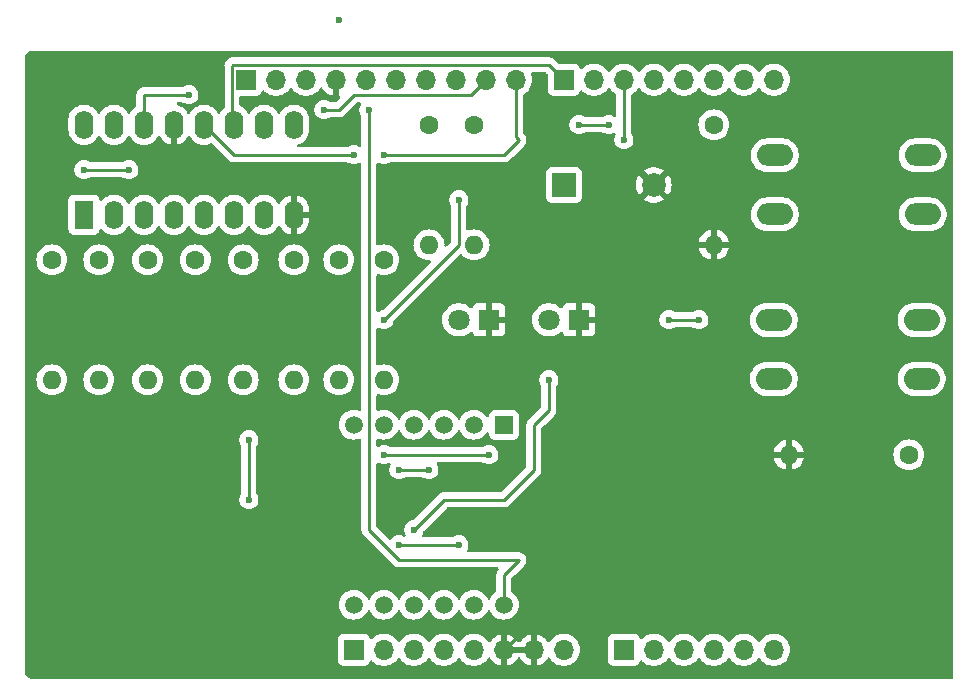
<source format=gbr>
%TF.GenerationSoftware,KiCad,Pcbnew,(7.0.0)*%
%TF.CreationDate,2023-04-13T09:35:06-06:00*%
%TF.ProjectId,Phase_A_UnoShield,50686173-655f-4415-9f55-6e6f53686965,rev?*%
%TF.SameCoordinates,Original*%
%TF.FileFunction,Copper,L2,Bot*%
%TF.FilePolarity,Positive*%
%FSLAX46Y46*%
G04 Gerber Fmt 4.6, Leading zero omitted, Abs format (unit mm)*
G04 Created by KiCad (PCBNEW (7.0.0)) date 2023-04-13 09:35:06*
%MOMM*%
%LPD*%
G01*
G04 APERTURE LIST*
%TA.AperFunction,ComponentPad*%
%ADD10C,1.500000*%
%TD*%
%TA.AperFunction,ComponentPad*%
%ADD11R,1.500000X1.500000*%
%TD*%
%TA.AperFunction,ComponentPad*%
%ADD12R,1.700000X1.700000*%
%TD*%
%TA.AperFunction,ComponentPad*%
%ADD13O,1.700000X1.700000*%
%TD*%
%TA.AperFunction,ComponentPad*%
%ADD14R,1.800000X1.800000*%
%TD*%
%TA.AperFunction,ComponentPad*%
%ADD15C,1.800000*%
%TD*%
%TA.AperFunction,ComponentPad*%
%ADD16R,1.600000X2.400000*%
%TD*%
%TA.AperFunction,ComponentPad*%
%ADD17O,1.600000X2.400000*%
%TD*%
%TA.AperFunction,ComponentPad*%
%ADD18C,1.600000*%
%TD*%
%TA.AperFunction,ComponentPad*%
%ADD19O,1.600000X1.600000*%
%TD*%
%TA.AperFunction,ComponentPad*%
%ADD20R,2.000000X2.000000*%
%TD*%
%TA.AperFunction,ComponentPad*%
%ADD21C,2.000000*%
%TD*%
%TA.AperFunction,ComponentPad*%
%ADD22O,3.048000X1.850000*%
%TD*%
%TA.AperFunction,ViaPad*%
%ADD23C,0.600000*%
%TD*%
%TA.AperFunction,Conductor*%
%ADD24C,0.250000*%
%TD*%
G04 APERTURE END LIST*
D10*
%TO.P,U1,12,CA1*%
%TO.N,Dig1*%
X140640000Y-93650000D03*
%TO.P,U1,11,a*%
%TO.N,Net-(U1-a)*%
X138100000Y-93650000D03*
%TO.P,U1,10,f*%
%TO.N,Net-(U1-f)*%
X135560000Y-93650000D03*
%TO.P,U1,9,CA2*%
%TO.N,Dig2*%
X133020000Y-93650000D03*
%TO.P,U1,8,CA3*%
%TO.N,Dig3*%
X130480000Y-93650000D03*
%TO.P,U1,7,b*%
%TO.N,Net-(U1-b)*%
X127940000Y-93650000D03*
%TO.P,U1,6,CA4*%
%TO.N,Dig4*%
X127940000Y-78410000D03*
%TO.P,U1,5,g*%
%TO.N,Net-(U1-g)*%
X130480000Y-78410000D03*
%TO.P,U1,4,c*%
%TO.N,Net-(U1-c)*%
X133020000Y-78410000D03*
%TO.P,U1,3,DPX*%
%TO.N,Net-(U1-DPX)*%
X135560000Y-78410000D03*
%TO.P,U1,2,d*%
%TO.N,Net-(U1-d)*%
X138100000Y-78410000D03*
D11*
%TO.P,U1,1,e*%
%TO.N,Net-(U1-e)*%
X140639999Y-78409999D03*
%TD*%
D12*
%TO.P,J1,1,Pin_1*%
%TO.N,unconnected-(J1-Pin_1-Pad1)*%
X127939999Y-97459999D03*
D13*
%TO.P,J1,2,Pin_2*%
%TO.N,/IOREF*%
X130479999Y-97459999D03*
%TO.P,J1,3,Pin_3*%
%TO.N,/~{RESET}*%
X133019999Y-97459999D03*
%TO.P,J1,4,Pin_4*%
%TO.N,+3V3*%
X135559999Y-97459999D03*
%TO.P,J1,5,Pin_5*%
%TO.N,+5V*%
X138099999Y-97459999D03*
%TO.P,J1,6,Pin_6*%
%TO.N,GND*%
X140639999Y-97459999D03*
%TO.P,J1,7,Pin_7*%
X143179999Y-97459999D03*
%TO.P,J1,8,Pin_8*%
%TO.N,VCC*%
X145719999Y-97459999D03*
%TD*%
D12*
%TO.P,J3,1,Pin_1*%
%TO.N,/A0*%
X150799999Y-97459999D03*
D13*
%TO.P,J3,2,Pin_2*%
%TO.N,/A1*%
X153339999Y-97459999D03*
%TO.P,J3,3,Pin_3*%
%TO.N,/A2*%
X155879999Y-97459999D03*
%TO.P,J3,4,Pin_4*%
%TO.N,/A3*%
X158419999Y-97459999D03*
%TO.P,J3,5,Pin_5*%
%TO.N,/SDA{slash}A4*%
X160959999Y-97459999D03*
%TO.P,J3,6,Pin_6*%
%TO.N,/SCL{slash}A5*%
X163499999Y-97459999D03*
%TD*%
D12*
%TO.P,J2,1,Pin_1*%
%TO.N,unconnected-(J2-Pin_1-Pad1)*%
X118795999Y-49199999D03*
D13*
%TO.P,J2,2,Pin_2*%
%TO.N,unconnected-(J2-Pin_2-Pad2)*%
X121335999Y-49199999D03*
%TO.P,J2,3,Pin_3*%
%TO.N,unconnected-(J2-Pin_3-Pad3)*%
X123875999Y-49199999D03*
%TO.P,J2,4,Pin_4*%
%TO.N,GND*%
X126415999Y-49199999D03*
%TO.P,J2,5,Pin_5*%
%TO.N,Dig1*%
X128955999Y-49199999D03*
%TO.P,J2,6,Pin_6*%
%TO.N,Dig2*%
X131495999Y-49199999D03*
%TO.P,J2,7,Pin_7*%
%TO.N,Dig3*%
X134035999Y-49199999D03*
%TO.P,J2,8,Pin_8*%
%TO.N,Dig4*%
X136575999Y-49199999D03*
%TO.P,J2,9,Pin_9*%
%TO.N,DS*%
X139115999Y-49199999D03*
%TO.P,J2,10,Pin_10*%
%TO.N,ST_CP*%
X141655999Y-49199999D03*
%TD*%
D12*
%TO.P,J4,1,Pin_1*%
%TO.N,SH_CP*%
X145719999Y-49199999D03*
D13*
%TO.P,J4,2,Pin_2*%
%TO.N,Buzzer*%
X148259999Y-49199999D03*
%TO.P,J4,3,Pin_3*%
%TO.N,RED_LED*%
X150799999Y-49199999D03*
%TO.P,J4,4,Pin_4*%
%TO.N,GREEN_LED*%
X153339999Y-49199999D03*
%TO.P,J4,5,Pin_5*%
%TO.N,Button_2*%
X155879999Y-49199999D03*
%TO.P,J4,6,Pin_6*%
%TO.N,Button_1*%
X158419999Y-49199999D03*
%TO.P,J4,7,Pin_7*%
%TO.N,/TX{slash}1*%
X160959999Y-49199999D03*
%TO.P,J4,8,Pin_8*%
%TO.N,/RX{slash}0*%
X163499999Y-49199999D03*
%TD*%
D14*
%TO.P,D2,1,K*%
%TO.N,GND*%
X146989999Y-69519999D03*
D15*
%TO.P,D2,2,A*%
%TO.N,Net-(D2-A)*%
X144450000Y-69520000D03*
%TD*%
D16*
%TO.P,U2,1,QB*%
%TO.N,b*%
X105079999Y-60629999D03*
D17*
%TO.P,U2,2,QC*%
%TO.N,c*%
X107619999Y-60629999D03*
%TO.P,U2,3,QD*%
%TO.N,d*%
X110159999Y-60629999D03*
%TO.P,U2,4,QE*%
%TO.N,e*%
X112699999Y-60629999D03*
%TO.P,U2,5,QF*%
%TO.N,f*%
X115239999Y-60629999D03*
%TO.P,U2,6,QG*%
%TO.N,g*%
X117779999Y-60629999D03*
%TO.P,U2,7,QH*%
%TO.N,dp*%
X120319999Y-60629999D03*
%TO.P,U2,8,GND*%
%TO.N,GND*%
X122859999Y-60629999D03*
%TO.P,U2,9,QH'*%
%TO.N,unconnected-(U2-QH'-Pad9)*%
X122859999Y-53009999D03*
%TO.P,U2,10,~{SRCLR}*%
%TO.N,+5V*%
X120319999Y-53009999D03*
%TO.P,U2,11,SRCLK*%
%TO.N,SH_CP*%
X117779999Y-53009999D03*
%TO.P,U2,12,RCLK*%
%TO.N,ST_CP*%
X115239999Y-53009999D03*
%TO.P,U2,13,~{OE}*%
%TO.N,GND*%
X112699999Y-53009999D03*
%TO.P,U2,14,SER*%
%TO.N,DS*%
X110159999Y-53009999D03*
%TO.P,U2,15,QA*%
%TO.N,a*%
X107619999Y-53009999D03*
%TO.P,U2,16,VCC*%
%TO.N,+5V*%
X105079999Y-53009999D03*
%TD*%
D18*
%TO.P,R8,1*%
%TO.N,d*%
X110470000Y-64440000D03*
D19*
%TO.P,R8,2*%
%TO.N,Net-(U1-d)*%
X110469999Y-74599999D03*
%TD*%
D18*
%TO.P,R5,1*%
%TO.N,a*%
X130480000Y-64440000D03*
D19*
%TO.P,R5,2*%
%TO.N,Net-(U1-a)*%
X130479999Y-74599999D03*
%TD*%
D14*
%TO.P,D1,1,K*%
%TO.N,GND*%
X139369999Y-69519999D03*
D15*
%TO.P,D1,2,A*%
%TO.N,Net-(D1-A)*%
X136830000Y-69520000D03*
%TD*%
D18*
%TO.P,R1,1*%
%TO.N,Button_1*%
X158420000Y-53010000D03*
D19*
%TO.P,R1,2*%
%TO.N,GND*%
X158419999Y-63169999D03*
%TD*%
D20*
%TO.P,LS1,1,1*%
%TO.N,Buzzer*%
X145729999Y-58089999D03*
D21*
%TO.P,LS1,2,2*%
%TO.N,GND*%
X153330000Y-58090000D03*
%TD*%
D18*
%TO.P,R2,1*%
%TO.N,Button_2*%
X174930000Y-80950000D03*
D19*
%TO.P,R2,2*%
%TO.N,GND*%
X164769999Y-80949999D03*
%TD*%
D22*
%TO.P,SW1,1,1*%
%TO.N,+5V*%
X176089999Y-60589999D03*
X163589999Y-60589999D03*
%TO.P,SW1,2,2*%
%TO.N,Button_1*%
X176089999Y-55589999D03*
X163589999Y-55589999D03*
%TD*%
%TO.P,SW2,1,1*%
%TO.N,+5V*%
X163499999Y-69519999D03*
X175999999Y-69519999D03*
%TO.P,SW2,2,2*%
%TO.N,Button_2*%
X163499999Y-74519999D03*
X175999999Y-74519999D03*
%TD*%
D18*
%TO.P,R12,1*%
%TO.N,dp*%
X126670000Y-64440000D03*
D19*
%TO.P,R12,2*%
%TO.N,Net-(U1-DPX)*%
X126669999Y-74599999D03*
%TD*%
D18*
%TO.P,R10,1*%
%TO.N,f*%
X118570000Y-64440000D03*
D19*
%TO.P,R10,2*%
%TO.N,Net-(U1-f)*%
X118569999Y-74599999D03*
%TD*%
D18*
%TO.P,R9,1*%
%TO.N,e*%
X114520000Y-64440000D03*
D19*
%TO.P,R9,2*%
%TO.N,Net-(U1-e)*%
X114519999Y-74599999D03*
%TD*%
D18*
%TO.P,R6,1*%
%TO.N,b*%
X102370000Y-64440000D03*
D19*
%TO.P,R6,2*%
%TO.N,Net-(U1-b)*%
X102369999Y-74599999D03*
%TD*%
D18*
%TO.P,R3,1*%
%TO.N,RED_LED*%
X134300000Y-53010000D03*
D19*
%TO.P,R3,2*%
%TO.N,Net-(D1-A)*%
X134299999Y-63169999D03*
%TD*%
D18*
%TO.P,R7,1*%
%TO.N,c*%
X106350000Y-64440000D03*
D19*
%TO.P,R7,2*%
%TO.N,Net-(U1-c)*%
X106349999Y-74599999D03*
%TD*%
D18*
%TO.P,R11,1*%
%TO.N,g*%
X122860000Y-64440000D03*
D19*
%TO.P,R11,2*%
%TO.N,Net-(U1-g)*%
X122859999Y-74599999D03*
%TD*%
D18*
%TO.P,R4,1*%
%TO.N,GREEN_LED*%
X138110000Y-53010000D03*
D19*
%TO.P,R4,2*%
%TO.N,Net-(D2-A)*%
X138109999Y-63169999D03*
%TD*%
D23*
%TO.N,Dig4*%
X130480000Y-69520000D03*
X136830000Y-59360000D03*
%TO.N,Dig3*%
X131750000Y-88570000D03*
X131750000Y-88570000D03*
X136830000Y-88570000D03*
%TO.N,Dig2*%
X133020000Y-87300000D03*
X144450000Y-74600000D03*
%TO.N,GND*%
X154610000Y-65710000D03*
X158420000Y-65710000D03*
%TO.N,DS*%
X125400000Y-51740000D03*
X113970000Y-50470000D03*
%TO.N,ST_CP*%
X130480000Y-55550000D03*
X127940000Y-55550000D03*
%TO.N,+5V*%
X105080000Y-56820000D03*
X105080000Y-56820000D03*
X108890000Y-56820000D03*
%TO.N,GND*%
X146990000Y-73330000D03*
%TO.N,Dig1*%
X129210000Y-51740000D03*
X129210000Y-51740000D03*
%TO.N,GND*%
X125400000Y-56820000D03*
X125400000Y-56820000D03*
X125400000Y-56820000D03*
%TO.N,+5V*%
X154610000Y-69520000D03*
X157150000Y-69520000D03*
%TO.N,RED_LED*%
X150800000Y-54280000D03*
%TO.N,GREEN_LED*%
X149530000Y-53010000D03*
X146990000Y-53010000D03*
%TO.N,Net-(U1-f)*%
X119050000Y-84760000D03*
X119050000Y-79680000D03*
%TO.N,*%
X126670000Y-44120000D03*
%TO.N,Net-(U1-e)*%
X139370000Y-80950000D03*
X130480000Y-80950000D03*
%TO.N,Net-(U1-d)*%
X134290000Y-82220000D03*
X131750000Y-82220000D03*
%TD*%
D24*
%TO.N,Dig4*%
X136830000Y-63170000D02*
X130480000Y-69520000D01*
X136830000Y-59360000D02*
X136830000Y-63170000D01*
%TO.N,Dig3*%
X136830000Y-88570000D02*
X131750000Y-88570000D01*
%TO.N,Dig2*%
X135560000Y-84760000D02*
X133020000Y-87300000D01*
X140640000Y-84760000D02*
X135560000Y-84760000D01*
X143180000Y-78410000D02*
X143180000Y-82220000D01*
X143180000Y-82220000D02*
X140640000Y-84760000D01*
X143180000Y-78410000D02*
X144450000Y-77140000D01*
X144450000Y-74600000D02*
X144450000Y-77140000D01*
%TO.N,GND*%
X158420000Y-65710000D02*
X154610000Y-65710000D01*
%TO.N,DS*%
X137846000Y-50470000D02*
X139116000Y-49200000D01*
X127940000Y-50470000D02*
X137846000Y-50470000D01*
X126670000Y-51740000D02*
X127940000Y-50470000D01*
X125400000Y-51740000D02*
X126670000Y-51740000D01*
X110160000Y-50470000D02*
X113970000Y-50470000D01*
X110160000Y-53010000D02*
X110160000Y-50470000D01*
%TO.N,ST_CP*%
X141656000Y-54026000D02*
X141656000Y-49200000D01*
X141910000Y-54280000D02*
X141656000Y-54026000D01*
X140640000Y-55550000D02*
X141910000Y-54280000D01*
X130480000Y-55550000D02*
X140640000Y-55550000D01*
X117780000Y-55550000D02*
X127940000Y-55550000D01*
X115240000Y-53010000D02*
X117780000Y-55550000D01*
%TO.N,SH_CP*%
X144450000Y-47930000D02*
X145720000Y-49200000D01*
X117716000Y-47930000D02*
X144450000Y-47930000D01*
X117621000Y-48025000D02*
X117716000Y-47930000D01*
X117780000Y-53010000D02*
X117621000Y-52851000D01*
X117621000Y-52851000D02*
X117621000Y-48025000D01*
%TO.N,+5V*%
X108890000Y-56820000D02*
X105080000Y-56820000D01*
%TO.N,GND*%
X146990000Y-91110000D02*
X140640000Y-97460000D01*
X146990000Y-73330000D02*
X146990000Y-91110000D01*
%TO.N,Dig1*%
X131750000Y-89840000D02*
X141910000Y-89840000D01*
X141910000Y-89840000D02*
X140640000Y-91110000D01*
X140640000Y-91110000D02*
X140640000Y-93650000D01*
X129210000Y-87300000D02*
X131750000Y-89840000D01*
X129210000Y-51740000D02*
X129210000Y-87300000D01*
%TO.N,GND*%
X125400000Y-56820000D02*
X125400000Y-60630000D01*
X125400000Y-60630000D02*
X122860000Y-60630000D01*
%TO.N,+5V*%
X157150000Y-69520000D02*
X154610000Y-69520000D01*
%TO.N,RED_LED*%
X150800000Y-54280000D02*
X150800000Y-49200000D01*
%TO.N,GREEN_LED*%
X146990000Y-53010000D02*
X149530000Y-53010000D01*
%TO.N,Net-(U1-f)*%
X119050000Y-79680000D02*
X119050000Y-84760000D01*
%TO.N,Net-(U1-e)*%
X130480000Y-80950000D02*
X139370000Y-80950000D01*
%TO.N,Net-(U1-d)*%
X134290000Y-82220000D02*
X133020000Y-82220000D01*
X131750000Y-82220000D02*
X134290000Y-82220000D01*
%TD*%
%TA.AperFunction,Conductor*%
%TO.N,GND*%
G36*
X126604000Y-48966613D02*
G01*
X126649387Y-49012000D01*
X126666000Y-49074000D01*
X126666000Y-50516369D01*
X126668551Y-50527310D01*
X126683932Y-50526807D01*
X126741373Y-50538820D01*
X126786857Y-50575900D01*
X126810199Y-50629741D01*
X126806169Y-50688286D01*
X126775672Y-50738422D01*
X126691080Y-50823015D01*
X126443911Y-51070183D01*
X126403686Y-51097061D01*
X126356233Y-51106500D01*
X125947161Y-51106500D01*
X125881189Y-51087494D01*
X125758907Y-51010659D01*
X125758905Y-51010658D01*
X125753015Y-51006957D01*
X125746449Y-51004659D01*
X125746446Y-51004658D01*
X125587621Y-50949083D01*
X125587618Y-50949082D01*
X125581047Y-50946783D01*
X125574130Y-50946003D01*
X125574123Y-50946002D01*
X125406923Y-50927164D01*
X125400000Y-50926384D01*
X125393077Y-50927164D01*
X125225876Y-50946002D01*
X125225867Y-50946003D01*
X125218953Y-50946783D01*
X125212383Y-50949081D01*
X125212378Y-50949083D01*
X125053553Y-51004658D01*
X125053547Y-51004660D01*
X125046985Y-51006957D01*
X125041097Y-51010656D01*
X125041092Y-51010659D01*
X124898619Y-51100181D01*
X124898614Y-51100184D01*
X124892719Y-51103889D01*
X124887794Y-51108813D01*
X124887790Y-51108817D01*
X124768817Y-51227790D01*
X124768813Y-51227794D01*
X124763889Y-51232719D01*
X124760184Y-51238614D01*
X124760181Y-51238619D01*
X124670659Y-51381092D01*
X124670656Y-51381097D01*
X124666957Y-51386985D01*
X124664660Y-51393547D01*
X124664658Y-51393553D01*
X124609083Y-51552378D01*
X124609081Y-51552383D01*
X124606783Y-51558953D01*
X124606003Y-51565867D01*
X124606002Y-51565876D01*
X124591285Y-51696502D01*
X124586384Y-51740000D01*
X124587164Y-51746923D01*
X124606002Y-51914123D01*
X124606003Y-51914130D01*
X124606783Y-51921047D01*
X124609082Y-51927618D01*
X124609083Y-51927621D01*
X124661701Y-52077996D01*
X124666957Y-52093015D01*
X124670658Y-52098905D01*
X124670659Y-52098907D01*
X124760181Y-52241380D01*
X124763889Y-52247281D01*
X124892719Y-52376111D01*
X125046985Y-52473043D01*
X125218953Y-52533217D01*
X125225876Y-52533997D01*
X125369433Y-52550172D01*
X125400000Y-52553616D01*
X125430567Y-52550172D01*
X125436612Y-52549490D01*
X125581047Y-52533217D01*
X125753015Y-52473043D01*
X125881188Y-52392506D01*
X125947161Y-52373500D01*
X126591154Y-52373500D01*
X126602437Y-52374031D01*
X126609909Y-52375702D01*
X126678017Y-52373560D01*
X126681913Y-52373500D01*
X126705958Y-52373500D01*
X126709856Y-52373500D01*
X126713724Y-52373011D01*
X126713947Y-52372983D01*
X126725608Y-52372064D01*
X126769889Y-52370673D01*
X126789490Y-52364977D01*
X126808541Y-52361032D01*
X126828797Y-52358474D01*
X126860022Y-52346110D01*
X126869993Y-52342163D01*
X126881043Y-52338379D01*
X126923593Y-52326018D01*
X126941165Y-52315625D01*
X126958632Y-52307068D01*
X126977617Y-52299552D01*
X127013475Y-52273498D01*
X127023223Y-52267096D01*
X127061362Y-52244542D01*
X127075793Y-52230110D01*
X127090588Y-52217472D01*
X127107107Y-52205472D01*
X127135360Y-52171318D01*
X127143203Y-52162699D01*
X128166084Y-51139819D01*
X128206313Y-51112939D01*
X128253766Y-51103500D01*
X128430721Y-51103500D01*
X128493722Y-51120697D01*
X128539249Y-51167519D01*
X128554672Y-51230978D01*
X128535715Y-51293472D01*
X128480659Y-51381092D01*
X128480656Y-51381097D01*
X128476957Y-51386985D01*
X128474660Y-51393547D01*
X128474658Y-51393553D01*
X128419083Y-51552378D01*
X128419081Y-51552383D01*
X128416783Y-51558953D01*
X128416003Y-51565867D01*
X128416002Y-51565876D01*
X128401285Y-51696502D01*
X128396384Y-51740000D01*
X128397164Y-51746923D01*
X128416002Y-51914123D01*
X128416003Y-51914130D01*
X128416783Y-51921047D01*
X128419082Y-51927618D01*
X128419083Y-51927621D01*
X128471701Y-52077996D01*
X128476957Y-52093015D01*
X128480658Y-52098905D01*
X128480659Y-52098907D01*
X128557494Y-52221189D01*
X128576500Y-52287161D01*
X128576500Y-54770721D01*
X128559303Y-54833722D01*
X128512481Y-54879249D01*
X128449022Y-54894672D01*
X128386528Y-54875715D01*
X128298907Y-54820659D01*
X128298905Y-54820658D01*
X128293015Y-54816957D01*
X128286449Y-54814659D01*
X128286446Y-54814658D01*
X128127621Y-54759083D01*
X128127618Y-54759082D01*
X128121047Y-54756783D01*
X128114130Y-54756003D01*
X128114123Y-54756002D01*
X127946923Y-54737164D01*
X127940000Y-54736384D01*
X127933077Y-54737164D01*
X127765876Y-54756002D01*
X127765867Y-54756003D01*
X127758953Y-54756783D01*
X127752383Y-54759081D01*
X127752378Y-54759083D01*
X127593553Y-54814658D01*
X127593547Y-54814660D01*
X127586985Y-54816957D01*
X127581097Y-54820656D01*
X127581092Y-54820659D01*
X127458811Y-54897494D01*
X127392839Y-54916500D01*
X123235195Y-54916500D01*
X123177938Y-54902489D01*
X123133620Y-54863624D01*
X123112256Y-54808685D01*
X123118673Y-54750090D01*
X123151422Y-54701078D01*
X123203101Y-54672725D01*
X123238696Y-54663187D01*
X123309243Y-54644284D01*
X123516749Y-54547523D01*
X123704300Y-54416198D01*
X123866198Y-54254300D01*
X123997523Y-54066749D01*
X124094284Y-53859243D01*
X124153543Y-53638087D01*
X124168500Y-53467127D01*
X124168500Y-52552873D01*
X124153543Y-52381913D01*
X124151988Y-52376111D01*
X124095683Y-52165978D01*
X124095682Y-52165977D01*
X124094284Y-52160757D01*
X123997523Y-51953251D01*
X123874812Y-51778002D01*
X123869303Y-51770134D01*
X123869301Y-51770132D01*
X123866198Y-51765700D01*
X123704300Y-51603802D01*
X123699869Y-51600699D01*
X123699865Y-51600696D01*
X123521186Y-51475584D01*
X123521187Y-51475584D01*
X123516749Y-51472477D01*
X123511834Y-51470185D01*
X123314146Y-51378002D01*
X123314143Y-51378000D01*
X123309243Y-51375716D01*
X123304028Y-51374318D01*
X123304021Y-51374316D01*
X123093319Y-51317858D01*
X123093308Y-51317856D01*
X123088087Y-51316457D01*
X123082695Y-51315985D01*
X123082688Y-51315984D01*
X122865395Y-51296974D01*
X122860000Y-51296502D01*
X122854605Y-51296974D01*
X122637311Y-51315984D01*
X122637302Y-51315985D01*
X122631913Y-51316457D01*
X122626692Y-51317855D01*
X122626680Y-51317858D01*
X122415978Y-51374316D01*
X122415967Y-51374319D01*
X122410757Y-51375716D01*
X122405860Y-51377999D01*
X122405853Y-51378002D01*
X122208165Y-51470185D01*
X122208159Y-51470188D01*
X122203251Y-51472477D01*
X122198817Y-51475581D01*
X122198813Y-51475584D01*
X122020134Y-51600696D01*
X122020124Y-51600703D01*
X122015700Y-51603802D01*
X122011874Y-51607627D01*
X122011868Y-51607633D01*
X121857633Y-51761868D01*
X121857627Y-51761874D01*
X121853802Y-51765700D01*
X121850703Y-51770124D01*
X121850696Y-51770134D01*
X121725584Y-51948813D01*
X121725581Y-51948817D01*
X121722477Y-51953251D01*
X121720189Y-51958156D01*
X121720187Y-51958161D01*
X121702382Y-51996346D01*
X121656625Y-52048521D01*
X121590000Y-52067941D01*
X121523375Y-52048521D01*
X121477618Y-51996346D01*
X121457523Y-51953251D01*
X121334812Y-51778002D01*
X121329303Y-51770134D01*
X121329301Y-51770132D01*
X121326198Y-51765700D01*
X121164300Y-51603802D01*
X121159869Y-51600699D01*
X121159865Y-51600696D01*
X120981186Y-51475584D01*
X120981187Y-51475584D01*
X120976749Y-51472477D01*
X120971834Y-51470185D01*
X120774146Y-51378002D01*
X120774143Y-51378000D01*
X120769243Y-51375716D01*
X120764028Y-51374318D01*
X120764021Y-51374316D01*
X120553319Y-51317858D01*
X120553308Y-51317856D01*
X120548087Y-51316457D01*
X120542695Y-51315985D01*
X120542688Y-51315984D01*
X120325395Y-51296974D01*
X120320000Y-51296502D01*
X120314605Y-51296974D01*
X120097311Y-51315984D01*
X120097302Y-51315985D01*
X120091913Y-51316457D01*
X120086692Y-51317855D01*
X120086680Y-51317858D01*
X119875978Y-51374316D01*
X119875967Y-51374319D01*
X119870757Y-51375716D01*
X119865860Y-51377999D01*
X119865853Y-51378002D01*
X119668165Y-51470185D01*
X119668159Y-51470188D01*
X119663251Y-51472477D01*
X119658817Y-51475581D01*
X119658813Y-51475584D01*
X119480134Y-51600696D01*
X119480124Y-51600703D01*
X119475700Y-51603802D01*
X119471874Y-51607627D01*
X119471868Y-51607633D01*
X119317633Y-51761868D01*
X119317627Y-51761874D01*
X119313802Y-51765700D01*
X119310703Y-51770124D01*
X119310696Y-51770134D01*
X119185584Y-51948813D01*
X119185581Y-51948817D01*
X119182477Y-51953251D01*
X119180189Y-51958156D01*
X119180187Y-51958161D01*
X119162382Y-51996346D01*
X119116625Y-52048521D01*
X119050000Y-52067941D01*
X118983375Y-52048521D01*
X118937618Y-51996346D01*
X118917523Y-51953251D01*
X118794812Y-51778002D01*
X118789303Y-51770134D01*
X118789301Y-51770132D01*
X118786198Y-51765700D01*
X118624300Y-51603802D01*
X118619869Y-51600699D01*
X118619865Y-51600696D01*
X118441178Y-51475578D01*
X118441176Y-51475576D01*
X118436749Y-51472477D01*
X118431852Y-51470193D01*
X118431846Y-51470190D01*
X118326095Y-51420878D01*
X118273919Y-51375121D01*
X118254500Y-51308496D01*
X118254500Y-50682500D01*
X118271113Y-50620500D01*
X118316500Y-50575113D01*
X118378500Y-50558500D01*
X119691328Y-50558500D01*
X119694638Y-50558500D01*
X119755201Y-50551989D01*
X119892204Y-50500889D01*
X120009261Y-50413261D01*
X120096889Y-50296204D01*
X120142137Y-50174889D01*
X120178089Y-50123676D01*
X120234470Y-50096538D01*
X120296925Y-50100386D01*
X120349548Y-50134240D01*
X120409288Y-50199135D01*
X120409291Y-50199138D01*
X120412760Y-50202906D01*
X120416801Y-50206051D01*
X120586376Y-50338039D01*
X120586381Y-50338042D01*
X120590424Y-50341189D01*
X120594931Y-50343628D01*
X120594934Y-50343630D01*
X120740195Y-50422241D01*
X120788426Y-50448342D01*
X121001365Y-50521444D01*
X121223431Y-50558500D01*
X121443436Y-50558500D01*
X121448569Y-50558500D01*
X121670635Y-50521444D01*
X121883574Y-50448342D01*
X122081576Y-50341189D01*
X122259240Y-50202906D01*
X122411722Y-50037268D01*
X122502192Y-49898793D01*
X122546981Y-49857562D01*
X122605998Y-49842616D01*
X122665016Y-49857561D01*
X122709807Y-49898794D01*
X122797468Y-50032969D01*
X122797476Y-50032979D01*
X122800278Y-50037268D01*
X122803752Y-50041041D01*
X122803753Y-50041043D01*
X122949288Y-50199135D01*
X122949291Y-50199138D01*
X122952760Y-50202906D01*
X122956801Y-50206051D01*
X123126376Y-50338039D01*
X123126381Y-50338042D01*
X123130424Y-50341189D01*
X123134931Y-50343628D01*
X123134934Y-50343630D01*
X123280195Y-50422241D01*
X123328426Y-50448342D01*
X123541365Y-50521444D01*
X123763431Y-50558500D01*
X123983436Y-50558500D01*
X123988569Y-50558500D01*
X124210635Y-50521444D01*
X124423574Y-50448342D01*
X124621576Y-50341189D01*
X124799240Y-50202906D01*
X124951722Y-50037268D01*
X125045748Y-49893349D01*
X125089663Y-49852595D01*
X125147562Y-49837188D01*
X125205927Y-49850726D01*
X125251131Y-49890048D01*
X125374784Y-50066643D01*
X125381721Y-50074909D01*
X125541090Y-50234278D01*
X125549356Y-50241215D01*
X125733991Y-50370498D01*
X125743323Y-50375886D01*
X125947602Y-50471143D01*
X125957736Y-50474831D01*
X126152219Y-50526943D01*
X126163448Y-50527311D01*
X126166000Y-50516369D01*
X126166000Y-49074000D01*
X126182613Y-49012000D01*
X126228000Y-48966613D01*
X126290000Y-48950000D01*
X126542000Y-48950000D01*
X126604000Y-48966613D01*
G37*
%TD.AperFunction*%
%TA.AperFunction,Conductor*%
G36*
X178602500Y-46752113D02*
G01*
X178647887Y-46797500D01*
X178664500Y-46859500D01*
X178664500Y-99800500D01*
X178647887Y-99862500D01*
X178602500Y-99907887D01*
X178540500Y-99924500D01*
X173687480Y-99924500D01*
X165305480Y-99924500D01*
X100768093Y-99924500D01*
X100755939Y-99923903D01*
X100747995Y-99923120D01*
X100640221Y-99912505D01*
X100616381Y-99907763D01*
X100599445Y-99902625D01*
X100510968Y-99875786D01*
X100488517Y-99866486D01*
X100391372Y-99814561D01*
X100371160Y-99801056D01*
X100286011Y-99731176D01*
X100268823Y-99713988D01*
X100198943Y-99628839D01*
X100185438Y-99608627D01*
X100133510Y-99511476D01*
X100124215Y-99489037D01*
X100092234Y-99383612D01*
X100087494Y-99359777D01*
X100076097Y-99244061D01*
X100075500Y-99231907D01*
X100075500Y-98358638D01*
X126581500Y-98358638D01*
X126581852Y-98361918D01*
X126581853Y-98361924D01*
X126584191Y-98383676D01*
X126588011Y-98419201D01*
X126590717Y-98426458D01*
X126590719Y-98426463D01*
X126636011Y-98547894D01*
X126639111Y-98556204D01*
X126726739Y-98673261D01*
X126843796Y-98760889D01*
X126980799Y-98811989D01*
X127041362Y-98818500D01*
X128835328Y-98818500D01*
X128838638Y-98818500D01*
X128899201Y-98811989D01*
X129036204Y-98760889D01*
X129153261Y-98673261D01*
X129240889Y-98556204D01*
X129286137Y-98434889D01*
X129322089Y-98383676D01*
X129378470Y-98356538D01*
X129440925Y-98360386D01*
X129493548Y-98394240D01*
X129553288Y-98459135D01*
X129553291Y-98459138D01*
X129556760Y-98462906D01*
X129560801Y-98466051D01*
X129730376Y-98598039D01*
X129730381Y-98598042D01*
X129734424Y-98601189D01*
X129738931Y-98603628D01*
X129738934Y-98603630D01*
X129927919Y-98705903D01*
X129932426Y-98708342D01*
X130145365Y-98781444D01*
X130367431Y-98818500D01*
X130587436Y-98818500D01*
X130592569Y-98818500D01*
X130814635Y-98781444D01*
X131027574Y-98708342D01*
X131225576Y-98601189D01*
X131403240Y-98462906D01*
X131555722Y-98297268D01*
X131646190Y-98158795D01*
X131690982Y-98117561D01*
X131750000Y-98102616D01*
X131809018Y-98117561D01*
X131853809Y-98158795D01*
X131941470Y-98292972D01*
X131941478Y-98292982D01*
X131944278Y-98297268D01*
X131947752Y-98301041D01*
X131947753Y-98301043D01*
X132093288Y-98459135D01*
X132093291Y-98459138D01*
X132096760Y-98462906D01*
X132100801Y-98466051D01*
X132270376Y-98598039D01*
X132270381Y-98598042D01*
X132274424Y-98601189D01*
X132278931Y-98603628D01*
X132278934Y-98603630D01*
X132467919Y-98705903D01*
X132472426Y-98708342D01*
X132685365Y-98781444D01*
X132907431Y-98818500D01*
X133127436Y-98818500D01*
X133132569Y-98818500D01*
X133354635Y-98781444D01*
X133567574Y-98708342D01*
X133765576Y-98601189D01*
X133943240Y-98462906D01*
X134095722Y-98297268D01*
X134186190Y-98158795D01*
X134230982Y-98117561D01*
X134290000Y-98102616D01*
X134349018Y-98117561D01*
X134393809Y-98158795D01*
X134481470Y-98292972D01*
X134481478Y-98292982D01*
X134484278Y-98297268D01*
X134487752Y-98301041D01*
X134487753Y-98301043D01*
X134633288Y-98459135D01*
X134633291Y-98459138D01*
X134636760Y-98462906D01*
X134640801Y-98466051D01*
X134810376Y-98598039D01*
X134810381Y-98598042D01*
X134814424Y-98601189D01*
X134818931Y-98603628D01*
X134818934Y-98603630D01*
X135007919Y-98705903D01*
X135012426Y-98708342D01*
X135225365Y-98781444D01*
X135447431Y-98818500D01*
X135667436Y-98818500D01*
X135672569Y-98818500D01*
X135894635Y-98781444D01*
X136107574Y-98708342D01*
X136305576Y-98601189D01*
X136483240Y-98462906D01*
X136635722Y-98297268D01*
X136726190Y-98158795D01*
X136770982Y-98117561D01*
X136830000Y-98102616D01*
X136889018Y-98117561D01*
X136933809Y-98158795D01*
X137021470Y-98292972D01*
X137021478Y-98292982D01*
X137024278Y-98297268D01*
X137027752Y-98301041D01*
X137027753Y-98301043D01*
X137173288Y-98459135D01*
X137173291Y-98459138D01*
X137176760Y-98462906D01*
X137180801Y-98466051D01*
X137350376Y-98598039D01*
X137350381Y-98598042D01*
X137354424Y-98601189D01*
X137358931Y-98603628D01*
X137358934Y-98603630D01*
X137547919Y-98705903D01*
X137552426Y-98708342D01*
X137765365Y-98781444D01*
X137987431Y-98818500D01*
X138207436Y-98818500D01*
X138212569Y-98818500D01*
X138434635Y-98781444D01*
X138647574Y-98708342D01*
X138845576Y-98601189D01*
X139023240Y-98462906D01*
X139175722Y-98297268D01*
X139269748Y-98153349D01*
X139313663Y-98112595D01*
X139371562Y-98097188D01*
X139429927Y-98110726D01*
X139475131Y-98150048D01*
X139598784Y-98326643D01*
X139605721Y-98334909D01*
X139765090Y-98494278D01*
X139773356Y-98501215D01*
X139957991Y-98630498D01*
X139967323Y-98635886D01*
X140171602Y-98731143D01*
X140181736Y-98734831D01*
X140376219Y-98786943D01*
X140387448Y-98787311D01*
X140390000Y-98776369D01*
X140890000Y-98776369D01*
X140892551Y-98787311D01*
X140903780Y-98786943D01*
X141098263Y-98734831D01*
X141108397Y-98731143D01*
X141312676Y-98635886D01*
X141322008Y-98630498D01*
X141506643Y-98501215D01*
X141514909Y-98494278D01*
X141674278Y-98334909D01*
X141681215Y-98326643D01*
X141808425Y-98144969D01*
X141852743Y-98106104D01*
X141910000Y-98092093D01*
X141967257Y-98106104D01*
X142011575Y-98144969D01*
X142138784Y-98326643D01*
X142145721Y-98334909D01*
X142305090Y-98494278D01*
X142313356Y-98501215D01*
X142497991Y-98630498D01*
X142507323Y-98635886D01*
X142711602Y-98731143D01*
X142721736Y-98734831D01*
X142916219Y-98786943D01*
X142927448Y-98787311D01*
X142930000Y-98776369D01*
X143430000Y-98776369D01*
X143432551Y-98787311D01*
X143443780Y-98786943D01*
X143638263Y-98734831D01*
X143648397Y-98731143D01*
X143852676Y-98635886D01*
X143862008Y-98630498D01*
X144046643Y-98501215D01*
X144054909Y-98494278D01*
X144214278Y-98334909D01*
X144221219Y-98326638D01*
X144344868Y-98150049D01*
X144390072Y-98110726D01*
X144448436Y-98097188D01*
X144506335Y-98112595D01*
X144550252Y-98153351D01*
X144641470Y-98292972D01*
X144641478Y-98292982D01*
X144644278Y-98297268D01*
X144647752Y-98301041D01*
X144647753Y-98301043D01*
X144793288Y-98459135D01*
X144793291Y-98459138D01*
X144796760Y-98462906D01*
X144800801Y-98466051D01*
X144970376Y-98598039D01*
X144970381Y-98598042D01*
X144974424Y-98601189D01*
X144978931Y-98603628D01*
X144978934Y-98603630D01*
X145167919Y-98705903D01*
X145172426Y-98708342D01*
X145385365Y-98781444D01*
X145607431Y-98818500D01*
X145827436Y-98818500D01*
X145832569Y-98818500D01*
X146054635Y-98781444D01*
X146267574Y-98708342D01*
X146465576Y-98601189D01*
X146643240Y-98462906D01*
X146739226Y-98358638D01*
X149441500Y-98358638D01*
X149441852Y-98361918D01*
X149441853Y-98361924D01*
X149444191Y-98383676D01*
X149448011Y-98419201D01*
X149450717Y-98426458D01*
X149450719Y-98426463D01*
X149496011Y-98547894D01*
X149499111Y-98556204D01*
X149586739Y-98673261D01*
X149703796Y-98760889D01*
X149840799Y-98811989D01*
X149901362Y-98818500D01*
X151695328Y-98818500D01*
X151698638Y-98818500D01*
X151759201Y-98811989D01*
X151896204Y-98760889D01*
X152013261Y-98673261D01*
X152100889Y-98556204D01*
X152146137Y-98434889D01*
X152182089Y-98383676D01*
X152238470Y-98356538D01*
X152300925Y-98360386D01*
X152353548Y-98394240D01*
X152413288Y-98459135D01*
X152413291Y-98459138D01*
X152416760Y-98462906D01*
X152420801Y-98466051D01*
X152590376Y-98598039D01*
X152590381Y-98598042D01*
X152594424Y-98601189D01*
X152598931Y-98603628D01*
X152598934Y-98603630D01*
X152787919Y-98705903D01*
X152792426Y-98708342D01*
X153005365Y-98781444D01*
X153227431Y-98818500D01*
X153447436Y-98818500D01*
X153452569Y-98818500D01*
X153674635Y-98781444D01*
X153887574Y-98708342D01*
X154085576Y-98601189D01*
X154263240Y-98462906D01*
X154415722Y-98297268D01*
X154506190Y-98158795D01*
X154550982Y-98117561D01*
X154610000Y-98102616D01*
X154669018Y-98117561D01*
X154713809Y-98158795D01*
X154801470Y-98292972D01*
X154801478Y-98292982D01*
X154804278Y-98297268D01*
X154807752Y-98301041D01*
X154807753Y-98301043D01*
X154953288Y-98459135D01*
X154953291Y-98459138D01*
X154956760Y-98462906D01*
X154960801Y-98466051D01*
X155130376Y-98598039D01*
X155130381Y-98598042D01*
X155134424Y-98601189D01*
X155138931Y-98603628D01*
X155138934Y-98603630D01*
X155327919Y-98705903D01*
X155332426Y-98708342D01*
X155545365Y-98781444D01*
X155767431Y-98818500D01*
X155987436Y-98818500D01*
X155992569Y-98818500D01*
X156214635Y-98781444D01*
X156427574Y-98708342D01*
X156625576Y-98601189D01*
X156803240Y-98462906D01*
X156955722Y-98297268D01*
X157046190Y-98158795D01*
X157090982Y-98117561D01*
X157150000Y-98102616D01*
X157209018Y-98117561D01*
X157253809Y-98158795D01*
X157341470Y-98292972D01*
X157341478Y-98292982D01*
X157344278Y-98297268D01*
X157347752Y-98301041D01*
X157347753Y-98301043D01*
X157493288Y-98459135D01*
X157493291Y-98459138D01*
X157496760Y-98462906D01*
X157500801Y-98466051D01*
X157670376Y-98598039D01*
X157670381Y-98598042D01*
X157674424Y-98601189D01*
X157678931Y-98603628D01*
X157678934Y-98603630D01*
X157867919Y-98705903D01*
X157872426Y-98708342D01*
X158085365Y-98781444D01*
X158307431Y-98818500D01*
X158527436Y-98818500D01*
X158532569Y-98818500D01*
X158754635Y-98781444D01*
X158967574Y-98708342D01*
X159165576Y-98601189D01*
X159343240Y-98462906D01*
X159495722Y-98297268D01*
X159586190Y-98158795D01*
X159630982Y-98117561D01*
X159690000Y-98102616D01*
X159749018Y-98117561D01*
X159793809Y-98158795D01*
X159881470Y-98292972D01*
X159881478Y-98292982D01*
X159884278Y-98297268D01*
X159887752Y-98301041D01*
X159887753Y-98301043D01*
X160033288Y-98459135D01*
X160033291Y-98459138D01*
X160036760Y-98462906D01*
X160040801Y-98466051D01*
X160210376Y-98598039D01*
X160210381Y-98598042D01*
X160214424Y-98601189D01*
X160218931Y-98603628D01*
X160218934Y-98603630D01*
X160407919Y-98705903D01*
X160412426Y-98708342D01*
X160625365Y-98781444D01*
X160847431Y-98818500D01*
X161067436Y-98818500D01*
X161072569Y-98818500D01*
X161294635Y-98781444D01*
X161507574Y-98708342D01*
X161705576Y-98601189D01*
X161883240Y-98462906D01*
X162035722Y-98297268D01*
X162126190Y-98158795D01*
X162170982Y-98117561D01*
X162230000Y-98102616D01*
X162289018Y-98117561D01*
X162333809Y-98158795D01*
X162421470Y-98292972D01*
X162421478Y-98292982D01*
X162424278Y-98297268D01*
X162427752Y-98301041D01*
X162427753Y-98301043D01*
X162573288Y-98459135D01*
X162573291Y-98459138D01*
X162576760Y-98462906D01*
X162580801Y-98466051D01*
X162750376Y-98598039D01*
X162750381Y-98598042D01*
X162754424Y-98601189D01*
X162758931Y-98603628D01*
X162758934Y-98603630D01*
X162947919Y-98705903D01*
X162952426Y-98708342D01*
X163165365Y-98781444D01*
X163387431Y-98818500D01*
X163607436Y-98818500D01*
X163612569Y-98818500D01*
X163834635Y-98781444D01*
X164047574Y-98708342D01*
X164245576Y-98601189D01*
X164423240Y-98462906D01*
X164575722Y-98297268D01*
X164698860Y-98108791D01*
X164789296Y-97902616D01*
X164844564Y-97684368D01*
X164863156Y-97460000D01*
X164844564Y-97235632D01*
X164789296Y-97017384D01*
X164698860Y-96811209D01*
X164575722Y-96622732D01*
X164541072Y-96585092D01*
X164426711Y-96460864D01*
X164426706Y-96460859D01*
X164423240Y-96457094D01*
X164410597Y-96447253D01*
X164249623Y-96321960D01*
X164249615Y-96321955D01*
X164245576Y-96318811D01*
X164241071Y-96316373D01*
X164241065Y-96316369D01*
X164052080Y-96214096D01*
X164052074Y-96214093D01*
X164047574Y-96211658D01*
X164042733Y-96209996D01*
X164042726Y-96209993D01*
X163839488Y-96140222D01*
X163839487Y-96140221D01*
X163834635Y-96138556D01*
X163829585Y-96137713D01*
X163829576Y-96137711D01*
X163617631Y-96102344D01*
X163617622Y-96102343D01*
X163612569Y-96101500D01*
X163387431Y-96101500D01*
X163382378Y-96102343D01*
X163382368Y-96102344D01*
X163170423Y-96137711D01*
X163170411Y-96137713D01*
X163165365Y-96138556D01*
X163160515Y-96140220D01*
X163160511Y-96140222D01*
X162957273Y-96209993D01*
X162957262Y-96209997D01*
X162952426Y-96211658D01*
X162947929Y-96214091D01*
X162947919Y-96214096D01*
X162758934Y-96316369D01*
X162758922Y-96316376D01*
X162754424Y-96318811D01*
X162750389Y-96321951D01*
X162750376Y-96321960D01*
X162580801Y-96453948D01*
X162580795Y-96453952D01*
X162576760Y-96457094D01*
X162573297Y-96460855D01*
X162573288Y-96460864D01*
X162427753Y-96618956D01*
X162427747Y-96618963D01*
X162424278Y-96622732D01*
X162421481Y-96627012D01*
X162421474Y-96627022D01*
X162333809Y-96761205D01*
X162289017Y-96802438D01*
X162230000Y-96817383D01*
X162170983Y-96802438D01*
X162126191Y-96761205D01*
X162038525Y-96627022D01*
X162038523Y-96627020D01*
X162035722Y-96622732D01*
X162001072Y-96585092D01*
X161886711Y-96460864D01*
X161886706Y-96460859D01*
X161883240Y-96457094D01*
X161870597Y-96447253D01*
X161709623Y-96321960D01*
X161709615Y-96321955D01*
X161705576Y-96318811D01*
X161701071Y-96316373D01*
X161701065Y-96316369D01*
X161512080Y-96214096D01*
X161512074Y-96214093D01*
X161507574Y-96211658D01*
X161502733Y-96209996D01*
X161502726Y-96209993D01*
X161299488Y-96140222D01*
X161299487Y-96140221D01*
X161294635Y-96138556D01*
X161289585Y-96137713D01*
X161289576Y-96137711D01*
X161077631Y-96102344D01*
X161077622Y-96102343D01*
X161072569Y-96101500D01*
X160847431Y-96101500D01*
X160842378Y-96102343D01*
X160842368Y-96102344D01*
X160630423Y-96137711D01*
X160630411Y-96137713D01*
X160625365Y-96138556D01*
X160620515Y-96140220D01*
X160620511Y-96140222D01*
X160417273Y-96209993D01*
X160417262Y-96209997D01*
X160412426Y-96211658D01*
X160407929Y-96214091D01*
X160407919Y-96214096D01*
X160218934Y-96316369D01*
X160218922Y-96316376D01*
X160214424Y-96318811D01*
X160210389Y-96321951D01*
X160210376Y-96321960D01*
X160040801Y-96453948D01*
X160040795Y-96453952D01*
X160036760Y-96457094D01*
X160033297Y-96460855D01*
X160033288Y-96460864D01*
X159887753Y-96618956D01*
X159887747Y-96618963D01*
X159884278Y-96622732D01*
X159881481Y-96627012D01*
X159881474Y-96627022D01*
X159793809Y-96761205D01*
X159749017Y-96802438D01*
X159690000Y-96817383D01*
X159630983Y-96802438D01*
X159586191Y-96761205D01*
X159498525Y-96627022D01*
X159498523Y-96627020D01*
X159495722Y-96622732D01*
X159461072Y-96585092D01*
X159346711Y-96460864D01*
X159346706Y-96460859D01*
X159343240Y-96457094D01*
X159330597Y-96447253D01*
X159169623Y-96321960D01*
X159169615Y-96321955D01*
X159165576Y-96318811D01*
X159161071Y-96316373D01*
X159161065Y-96316369D01*
X158972080Y-96214096D01*
X158972074Y-96214093D01*
X158967574Y-96211658D01*
X158962733Y-96209996D01*
X158962726Y-96209993D01*
X158759488Y-96140222D01*
X158759487Y-96140221D01*
X158754635Y-96138556D01*
X158749585Y-96137713D01*
X158749576Y-96137711D01*
X158537631Y-96102344D01*
X158537622Y-96102343D01*
X158532569Y-96101500D01*
X158307431Y-96101500D01*
X158302378Y-96102343D01*
X158302368Y-96102344D01*
X158090423Y-96137711D01*
X158090411Y-96137713D01*
X158085365Y-96138556D01*
X158080515Y-96140220D01*
X158080511Y-96140222D01*
X157877273Y-96209993D01*
X157877262Y-96209997D01*
X157872426Y-96211658D01*
X157867929Y-96214091D01*
X157867919Y-96214096D01*
X157678934Y-96316369D01*
X157678922Y-96316376D01*
X157674424Y-96318811D01*
X157670389Y-96321951D01*
X157670376Y-96321960D01*
X157500801Y-96453948D01*
X157500795Y-96453952D01*
X157496760Y-96457094D01*
X157493297Y-96460855D01*
X157493288Y-96460864D01*
X157347753Y-96618956D01*
X157347747Y-96618963D01*
X157344278Y-96622732D01*
X157341481Y-96627012D01*
X157341474Y-96627022D01*
X157253809Y-96761205D01*
X157209017Y-96802438D01*
X157150000Y-96817383D01*
X157090983Y-96802438D01*
X157046191Y-96761205D01*
X156958525Y-96627022D01*
X156958523Y-96627020D01*
X156955722Y-96622732D01*
X156921072Y-96585092D01*
X156806711Y-96460864D01*
X156806706Y-96460859D01*
X156803240Y-96457094D01*
X156790597Y-96447253D01*
X156629623Y-96321960D01*
X156629615Y-96321955D01*
X156625576Y-96318811D01*
X156621071Y-96316373D01*
X156621065Y-96316369D01*
X156432080Y-96214096D01*
X156432074Y-96214093D01*
X156427574Y-96211658D01*
X156422733Y-96209996D01*
X156422726Y-96209993D01*
X156219488Y-96140222D01*
X156219487Y-96140221D01*
X156214635Y-96138556D01*
X156209585Y-96137713D01*
X156209576Y-96137711D01*
X155997631Y-96102344D01*
X155997622Y-96102343D01*
X155992569Y-96101500D01*
X155767431Y-96101500D01*
X155762378Y-96102343D01*
X155762368Y-96102344D01*
X155550423Y-96137711D01*
X155550411Y-96137713D01*
X155545365Y-96138556D01*
X155540515Y-96140220D01*
X155540511Y-96140222D01*
X155337273Y-96209993D01*
X155337262Y-96209997D01*
X155332426Y-96211658D01*
X155327929Y-96214091D01*
X155327919Y-96214096D01*
X155138934Y-96316369D01*
X155138922Y-96316376D01*
X155134424Y-96318811D01*
X155130389Y-96321951D01*
X155130376Y-96321960D01*
X154960801Y-96453948D01*
X154960795Y-96453952D01*
X154956760Y-96457094D01*
X154953297Y-96460855D01*
X154953288Y-96460864D01*
X154807753Y-96618956D01*
X154807747Y-96618963D01*
X154804278Y-96622732D01*
X154801481Y-96627012D01*
X154801474Y-96627022D01*
X154713809Y-96761205D01*
X154669017Y-96802438D01*
X154610000Y-96817383D01*
X154550983Y-96802438D01*
X154506191Y-96761205D01*
X154418525Y-96627022D01*
X154418523Y-96627020D01*
X154415722Y-96622732D01*
X154381072Y-96585092D01*
X154266711Y-96460864D01*
X154266706Y-96460859D01*
X154263240Y-96457094D01*
X154250597Y-96447253D01*
X154089623Y-96321960D01*
X154089615Y-96321955D01*
X154085576Y-96318811D01*
X154081071Y-96316373D01*
X154081065Y-96316369D01*
X153892080Y-96214096D01*
X153892074Y-96214093D01*
X153887574Y-96211658D01*
X153882733Y-96209996D01*
X153882726Y-96209993D01*
X153679488Y-96140222D01*
X153679487Y-96140221D01*
X153674635Y-96138556D01*
X153669585Y-96137713D01*
X153669576Y-96137711D01*
X153457631Y-96102344D01*
X153457622Y-96102343D01*
X153452569Y-96101500D01*
X153227431Y-96101500D01*
X153222378Y-96102343D01*
X153222368Y-96102344D01*
X153010423Y-96137711D01*
X153010411Y-96137713D01*
X153005365Y-96138556D01*
X153000515Y-96140220D01*
X153000511Y-96140222D01*
X152797273Y-96209993D01*
X152797262Y-96209997D01*
X152792426Y-96211658D01*
X152787929Y-96214091D01*
X152787919Y-96214096D01*
X152598934Y-96316369D01*
X152598922Y-96316376D01*
X152594424Y-96318811D01*
X152590389Y-96321951D01*
X152590376Y-96321960D01*
X152420801Y-96453948D01*
X152420795Y-96453952D01*
X152416760Y-96457094D01*
X152413294Y-96460858D01*
X152413294Y-96460859D01*
X152353548Y-96525760D01*
X152300924Y-96559613D01*
X152238470Y-96563461D01*
X152182089Y-96536323D01*
X152146137Y-96485110D01*
X152135687Y-96457094D01*
X152100889Y-96363796D01*
X152013261Y-96246739D01*
X151966398Y-96211658D01*
X151903304Y-96164426D01*
X151903303Y-96164425D01*
X151896204Y-96159111D01*
X151887896Y-96156012D01*
X151887894Y-96156011D01*
X151766463Y-96110719D01*
X151766458Y-96110717D01*
X151759201Y-96108011D01*
X151751497Y-96107182D01*
X151751494Y-96107182D01*
X151701924Y-96101853D01*
X151701918Y-96101852D01*
X151698638Y-96101500D01*
X149901362Y-96101500D01*
X149898082Y-96101852D01*
X149898075Y-96101853D01*
X149848505Y-96107182D01*
X149848500Y-96107182D01*
X149840799Y-96108011D01*
X149833543Y-96110717D01*
X149833536Y-96110719D01*
X149712105Y-96156011D01*
X149712099Y-96156013D01*
X149703796Y-96159111D01*
X149696698Y-96164423D01*
X149696695Y-96164426D01*
X149593835Y-96241426D01*
X149593831Y-96241429D01*
X149586739Y-96246739D01*
X149581429Y-96253831D01*
X149581426Y-96253835D01*
X149504426Y-96356695D01*
X149504423Y-96356698D01*
X149499111Y-96363796D01*
X149496013Y-96372099D01*
X149496011Y-96372105D01*
X149450719Y-96493536D01*
X149450717Y-96493543D01*
X149448011Y-96500799D01*
X149447182Y-96508500D01*
X149447182Y-96508505D01*
X149441853Y-96558075D01*
X149441500Y-96561362D01*
X149441500Y-98358638D01*
X146739226Y-98358638D01*
X146795722Y-98297268D01*
X146918860Y-98108791D01*
X147009296Y-97902616D01*
X147064564Y-97684368D01*
X147083156Y-97460000D01*
X147064564Y-97235632D01*
X147009296Y-97017384D01*
X146918860Y-96811209D01*
X146795722Y-96622732D01*
X146761072Y-96585092D01*
X146646711Y-96460864D01*
X146646706Y-96460859D01*
X146643240Y-96457094D01*
X146630597Y-96447253D01*
X146469623Y-96321960D01*
X146469615Y-96321955D01*
X146465576Y-96318811D01*
X146461071Y-96316373D01*
X146461065Y-96316369D01*
X146272080Y-96214096D01*
X146272074Y-96214093D01*
X146267574Y-96211658D01*
X146262733Y-96209996D01*
X146262726Y-96209993D01*
X146059488Y-96140222D01*
X146059487Y-96140221D01*
X146054635Y-96138556D01*
X146049585Y-96137713D01*
X146049576Y-96137711D01*
X145837631Y-96102344D01*
X145837622Y-96102343D01*
X145832569Y-96101500D01*
X145607431Y-96101500D01*
X145602378Y-96102343D01*
X145602368Y-96102344D01*
X145390423Y-96137711D01*
X145390411Y-96137713D01*
X145385365Y-96138556D01*
X145380515Y-96140220D01*
X145380511Y-96140222D01*
X145177273Y-96209993D01*
X145177262Y-96209997D01*
X145172426Y-96211658D01*
X145167929Y-96214091D01*
X145167919Y-96214096D01*
X144978934Y-96316369D01*
X144978922Y-96316376D01*
X144974424Y-96318811D01*
X144970389Y-96321951D01*
X144970376Y-96321960D01*
X144800801Y-96453948D01*
X144800795Y-96453952D01*
X144796760Y-96457094D01*
X144793297Y-96460855D01*
X144793288Y-96460864D01*
X144647753Y-96618956D01*
X144647747Y-96618963D01*
X144644278Y-96622732D01*
X144641480Y-96627014D01*
X144641468Y-96627030D01*
X144550250Y-96766650D01*
X144506334Y-96807405D01*
X144448435Y-96822812D01*
X144390071Y-96809274D01*
X144344867Y-96769951D01*
X144221215Y-96593357D01*
X144214280Y-96585092D01*
X144054909Y-96425721D01*
X144046643Y-96418784D01*
X143862008Y-96289501D01*
X143852676Y-96284113D01*
X143648397Y-96188856D01*
X143638263Y-96185168D01*
X143443780Y-96133056D01*
X143432551Y-96132688D01*
X143430000Y-96143631D01*
X143430000Y-98776369D01*
X142930000Y-98776369D01*
X142930000Y-97726326D01*
X142926549Y-97713450D01*
X142913674Y-97710000D01*
X140906326Y-97710000D01*
X140893450Y-97713450D01*
X140890000Y-97726326D01*
X140890000Y-98776369D01*
X140390000Y-98776369D01*
X140390000Y-97193674D01*
X140890000Y-97193674D01*
X140893450Y-97206549D01*
X140906326Y-97210000D01*
X142913674Y-97210000D01*
X142926549Y-97206549D01*
X142930000Y-97193674D01*
X142930000Y-96143631D01*
X142927448Y-96132688D01*
X142916219Y-96133056D01*
X142721736Y-96185168D01*
X142711602Y-96188856D01*
X142507332Y-96284110D01*
X142497982Y-96289508D01*
X142313357Y-96418784D01*
X142305092Y-96425719D01*
X142145719Y-96585092D01*
X142138788Y-96593352D01*
X142011575Y-96775032D01*
X141967257Y-96813897D01*
X141910000Y-96827908D01*
X141852743Y-96813897D01*
X141808425Y-96775032D01*
X141681211Y-96593352D01*
X141674280Y-96585092D01*
X141514909Y-96425721D01*
X141506643Y-96418784D01*
X141322008Y-96289501D01*
X141312676Y-96284113D01*
X141108397Y-96188856D01*
X141098263Y-96185168D01*
X140903780Y-96133056D01*
X140892551Y-96132688D01*
X140890000Y-96143631D01*
X140890000Y-97193674D01*
X140390000Y-97193674D01*
X140390000Y-96143631D01*
X140387448Y-96132688D01*
X140376219Y-96133056D01*
X140181736Y-96185168D01*
X140171602Y-96188856D01*
X139967332Y-96284110D01*
X139957982Y-96289508D01*
X139773357Y-96418784D01*
X139765092Y-96425719D01*
X139605719Y-96585092D01*
X139598788Y-96593352D01*
X139475132Y-96769952D01*
X139429928Y-96809274D01*
X139371564Y-96822812D01*
X139313665Y-96807405D01*
X139269748Y-96766649D01*
X139178529Y-96627027D01*
X139178523Y-96627019D01*
X139175722Y-96622732D01*
X139141072Y-96585092D01*
X139026711Y-96460864D01*
X139026706Y-96460859D01*
X139023240Y-96457094D01*
X139010597Y-96447253D01*
X138849623Y-96321960D01*
X138849615Y-96321955D01*
X138845576Y-96318811D01*
X138841071Y-96316373D01*
X138841065Y-96316369D01*
X138652080Y-96214096D01*
X138652074Y-96214093D01*
X138647574Y-96211658D01*
X138642733Y-96209996D01*
X138642726Y-96209993D01*
X138439488Y-96140222D01*
X138439487Y-96140221D01*
X138434635Y-96138556D01*
X138429585Y-96137713D01*
X138429576Y-96137711D01*
X138217631Y-96102344D01*
X138217622Y-96102343D01*
X138212569Y-96101500D01*
X137987431Y-96101500D01*
X137982378Y-96102343D01*
X137982368Y-96102344D01*
X137770423Y-96137711D01*
X137770411Y-96137713D01*
X137765365Y-96138556D01*
X137760515Y-96140220D01*
X137760511Y-96140222D01*
X137557273Y-96209993D01*
X137557262Y-96209997D01*
X137552426Y-96211658D01*
X137547929Y-96214091D01*
X137547919Y-96214096D01*
X137358934Y-96316369D01*
X137358922Y-96316376D01*
X137354424Y-96318811D01*
X137350389Y-96321951D01*
X137350376Y-96321960D01*
X137180801Y-96453948D01*
X137180795Y-96453952D01*
X137176760Y-96457094D01*
X137173297Y-96460855D01*
X137173288Y-96460864D01*
X137027753Y-96618956D01*
X137027747Y-96618963D01*
X137024278Y-96622732D01*
X137021481Y-96627012D01*
X137021474Y-96627022D01*
X136933809Y-96761205D01*
X136889017Y-96802438D01*
X136830000Y-96817383D01*
X136770983Y-96802438D01*
X136726191Y-96761205D01*
X136638525Y-96627022D01*
X136638523Y-96627020D01*
X136635722Y-96622732D01*
X136601072Y-96585092D01*
X136486711Y-96460864D01*
X136486706Y-96460859D01*
X136483240Y-96457094D01*
X136470597Y-96447253D01*
X136309623Y-96321960D01*
X136309615Y-96321955D01*
X136305576Y-96318811D01*
X136301071Y-96316373D01*
X136301065Y-96316369D01*
X136112080Y-96214096D01*
X136112074Y-96214093D01*
X136107574Y-96211658D01*
X136102733Y-96209996D01*
X136102726Y-96209993D01*
X135899488Y-96140222D01*
X135899487Y-96140221D01*
X135894635Y-96138556D01*
X135889585Y-96137713D01*
X135889576Y-96137711D01*
X135677631Y-96102344D01*
X135677622Y-96102343D01*
X135672569Y-96101500D01*
X135447431Y-96101500D01*
X135442378Y-96102343D01*
X135442368Y-96102344D01*
X135230423Y-96137711D01*
X135230411Y-96137713D01*
X135225365Y-96138556D01*
X135220515Y-96140220D01*
X135220511Y-96140222D01*
X135017273Y-96209993D01*
X135017262Y-96209997D01*
X135012426Y-96211658D01*
X135007929Y-96214091D01*
X135007919Y-96214096D01*
X134818934Y-96316369D01*
X134818922Y-96316376D01*
X134814424Y-96318811D01*
X134810389Y-96321951D01*
X134810376Y-96321960D01*
X134640801Y-96453948D01*
X134640795Y-96453952D01*
X134636760Y-96457094D01*
X134633297Y-96460855D01*
X134633288Y-96460864D01*
X134487753Y-96618956D01*
X134487747Y-96618963D01*
X134484278Y-96622732D01*
X134481481Y-96627012D01*
X134481474Y-96627022D01*
X134393809Y-96761205D01*
X134349017Y-96802438D01*
X134290000Y-96817383D01*
X134230983Y-96802438D01*
X134186191Y-96761205D01*
X134098525Y-96627022D01*
X134098523Y-96627020D01*
X134095722Y-96622732D01*
X134061072Y-96585092D01*
X133946711Y-96460864D01*
X133946706Y-96460859D01*
X133943240Y-96457094D01*
X133930597Y-96447253D01*
X133769623Y-96321960D01*
X133769615Y-96321955D01*
X133765576Y-96318811D01*
X133761071Y-96316373D01*
X133761065Y-96316369D01*
X133572080Y-96214096D01*
X133572074Y-96214093D01*
X133567574Y-96211658D01*
X133562733Y-96209996D01*
X133562726Y-96209993D01*
X133359488Y-96140222D01*
X133359487Y-96140221D01*
X133354635Y-96138556D01*
X133349585Y-96137713D01*
X133349576Y-96137711D01*
X133137631Y-96102344D01*
X133137622Y-96102343D01*
X133132569Y-96101500D01*
X132907431Y-96101500D01*
X132902378Y-96102343D01*
X132902368Y-96102344D01*
X132690423Y-96137711D01*
X132690411Y-96137713D01*
X132685365Y-96138556D01*
X132680515Y-96140220D01*
X132680511Y-96140222D01*
X132477273Y-96209993D01*
X132477262Y-96209997D01*
X132472426Y-96211658D01*
X132467929Y-96214091D01*
X132467919Y-96214096D01*
X132278934Y-96316369D01*
X132278922Y-96316376D01*
X132274424Y-96318811D01*
X132270389Y-96321951D01*
X132270376Y-96321960D01*
X132100801Y-96453948D01*
X132100795Y-96453952D01*
X132096760Y-96457094D01*
X132093297Y-96460855D01*
X132093288Y-96460864D01*
X131947753Y-96618956D01*
X131947747Y-96618963D01*
X131944278Y-96622732D01*
X131941481Y-96627012D01*
X131941474Y-96627022D01*
X131853809Y-96761205D01*
X131809017Y-96802438D01*
X131750000Y-96817383D01*
X131690983Y-96802438D01*
X131646191Y-96761205D01*
X131558525Y-96627022D01*
X131558523Y-96627020D01*
X131555722Y-96622732D01*
X131521072Y-96585092D01*
X131406711Y-96460864D01*
X131406706Y-96460859D01*
X131403240Y-96457094D01*
X131390597Y-96447253D01*
X131229623Y-96321960D01*
X131229615Y-96321955D01*
X131225576Y-96318811D01*
X131221071Y-96316373D01*
X131221065Y-96316369D01*
X131032080Y-96214096D01*
X131032074Y-96214093D01*
X131027574Y-96211658D01*
X131022733Y-96209996D01*
X131022726Y-96209993D01*
X130819488Y-96140222D01*
X130819487Y-96140221D01*
X130814635Y-96138556D01*
X130809585Y-96137713D01*
X130809576Y-96137711D01*
X130597631Y-96102344D01*
X130597622Y-96102343D01*
X130592569Y-96101500D01*
X130367431Y-96101500D01*
X130362378Y-96102343D01*
X130362368Y-96102344D01*
X130150423Y-96137711D01*
X130150411Y-96137713D01*
X130145365Y-96138556D01*
X130140515Y-96140220D01*
X130140511Y-96140222D01*
X129937273Y-96209993D01*
X129937262Y-96209997D01*
X129932426Y-96211658D01*
X129927929Y-96214091D01*
X129927919Y-96214096D01*
X129738934Y-96316369D01*
X129738922Y-96316376D01*
X129734424Y-96318811D01*
X129730389Y-96321951D01*
X129730376Y-96321960D01*
X129560801Y-96453948D01*
X129560795Y-96453952D01*
X129556760Y-96457094D01*
X129553294Y-96460858D01*
X129553294Y-96460859D01*
X129493548Y-96525760D01*
X129440924Y-96559613D01*
X129378470Y-96563461D01*
X129322089Y-96536323D01*
X129286137Y-96485110D01*
X129275687Y-96457094D01*
X129240889Y-96363796D01*
X129153261Y-96246739D01*
X129106398Y-96211658D01*
X129043304Y-96164426D01*
X129043303Y-96164425D01*
X129036204Y-96159111D01*
X129027896Y-96156012D01*
X129027894Y-96156011D01*
X128906463Y-96110719D01*
X128906458Y-96110717D01*
X128899201Y-96108011D01*
X128891497Y-96107182D01*
X128891494Y-96107182D01*
X128841924Y-96101853D01*
X128841918Y-96101852D01*
X128838638Y-96101500D01*
X127041362Y-96101500D01*
X127038082Y-96101852D01*
X127038075Y-96101853D01*
X126988505Y-96107182D01*
X126988500Y-96107182D01*
X126980799Y-96108011D01*
X126973543Y-96110717D01*
X126973536Y-96110719D01*
X126852105Y-96156011D01*
X126852099Y-96156013D01*
X126843796Y-96159111D01*
X126836698Y-96164423D01*
X126836695Y-96164426D01*
X126733835Y-96241426D01*
X126733831Y-96241429D01*
X126726739Y-96246739D01*
X126721429Y-96253831D01*
X126721426Y-96253835D01*
X126644426Y-96356695D01*
X126644423Y-96356698D01*
X126639111Y-96363796D01*
X126636013Y-96372099D01*
X126636011Y-96372105D01*
X126590719Y-96493536D01*
X126590717Y-96493543D01*
X126588011Y-96500799D01*
X126587182Y-96508500D01*
X126587182Y-96508505D01*
X126581853Y-96558075D01*
X126581500Y-96561362D01*
X126581500Y-98358638D01*
X100075500Y-98358638D01*
X100075500Y-84760000D01*
X118236384Y-84760000D01*
X118237164Y-84766923D01*
X118256002Y-84934123D01*
X118256003Y-84934130D01*
X118256783Y-84941047D01*
X118316957Y-85113015D01*
X118320658Y-85118905D01*
X118320659Y-85118907D01*
X118410181Y-85261380D01*
X118413889Y-85267281D01*
X118542719Y-85396111D01*
X118696985Y-85493043D01*
X118868953Y-85553217D01*
X119050000Y-85573616D01*
X119231047Y-85553217D01*
X119403015Y-85493043D01*
X119557281Y-85396111D01*
X119686111Y-85267281D01*
X119783043Y-85113015D01*
X119843217Y-84941047D01*
X119863616Y-84760000D01*
X119843217Y-84578953D01*
X119783043Y-84406985D01*
X119716157Y-84300537D01*
X119702506Y-84278811D01*
X119683500Y-84212839D01*
X119683500Y-80227161D01*
X119702506Y-80161189D01*
X119737372Y-80105700D01*
X119783043Y-80033015D01*
X119843217Y-79861047D01*
X119863616Y-79680000D01*
X119843217Y-79498953D01*
X119783043Y-79326985D01*
X119686111Y-79172719D01*
X119557281Y-79043889D01*
X119403015Y-78946957D01*
X119396449Y-78944659D01*
X119396446Y-78944658D01*
X119237621Y-78889083D01*
X119237618Y-78889082D01*
X119231047Y-78886783D01*
X119224130Y-78886003D01*
X119224123Y-78886002D01*
X119056923Y-78867164D01*
X119050000Y-78866384D01*
X119043077Y-78867164D01*
X118875876Y-78886002D01*
X118875867Y-78886003D01*
X118868953Y-78886783D01*
X118862383Y-78889081D01*
X118862378Y-78889083D01*
X118703553Y-78944658D01*
X118703547Y-78944660D01*
X118696985Y-78946957D01*
X118691097Y-78950656D01*
X118691092Y-78950659D01*
X118548619Y-79040181D01*
X118548614Y-79040184D01*
X118542719Y-79043889D01*
X118537794Y-79048813D01*
X118537790Y-79048817D01*
X118418817Y-79167790D01*
X118418813Y-79167794D01*
X118413889Y-79172719D01*
X118410184Y-79178614D01*
X118410181Y-79178619D01*
X118320659Y-79321092D01*
X118320656Y-79321097D01*
X118316957Y-79326985D01*
X118314660Y-79333547D01*
X118314658Y-79333553D01*
X118259083Y-79492378D01*
X118259081Y-79492383D01*
X118256783Y-79498953D01*
X118256003Y-79505867D01*
X118256002Y-79505876D01*
X118238413Y-79661989D01*
X118236384Y-79680000D01*
X118237164Y-79686923D01*
X118256002Y-79854123D01*
X118256003Y-79854130D01*
X118256783Y-79861047D01*
X118259082Y-79867618D01*
X118259083Y-79867621D01*
X118289367Y-79954169D01*
X118316957Y-80033015D01*
X118320658Y-80038905D01*
X118320659Y-80038907D01*
X118397494Y-80161189D01*
X118416500Y-80227161D01*
X118416500Y-84212839D01*
X118397494Y-84278811D01*
X118320659Y-84401092D01*
X118320656Y-84401097D01*
X118316957Y-84406985D01*
X118314660Y-84413547D01*
X118314658Y-84413553D01*
X118259083Y-84572378D01*
X118259081Y-84572383D01*
X118256783Y-84578953D01*
X118256003Y-84585867D01*
X118256002Y-84585876D01*
X118237164Y-84753077D01*
X118236384Y-84760000D01*
X100075500Y-84760000D01*
X100075500Y-74600000D01*
X101056502Y-74600000D01*
X101056974Y-74605395D01*
X101075984Y-74822688D01*
X101075985Y-74822695D01*
X101076457Y-74828087D01*
X101077856Y-74833308D01*
X101077858Y-74833319D01*
X101134316Y-75044021D01*
X101134318Y-75044028D01*
X101135716Y-75049243D01*
X101138000Y-75054143D01*
X101138002Y-75054146D01*
X101230185Y-75251834D01*
X101232477Y-75256749D01*
X101235584Y-75261186D01*
X101360696Y-75439865D01*
X101360699Y-75439869D01*
X101363802Y-75444300D01*
X101525700Y-75606198D01*
X101713251Y-75737523D01*
X101920757Y-75834284D01*
X101925977Y-75835682D01*
X101925978Y-75835683D01*
X102136680Y-75892141D01*
X102136682Y-75892141D01*
X102141913Y-75893543D01*
X102370000Y-75913498D01*
X102598087Y-75893543D01*
X102819243Y-75834284D01*
X103026749Y-75737523D01*
X103214300Y-75606198D01*
X103376198Y-75444300D01*
X103507523Y-75256749D01*
X103604284Y-75049243D01*
X103663543Y-74828087D01*
X103683498Y-74600000D01*
X105036502Y-74600000D01*
X105036974Y-74605395D01*
X105055984Y-74822688D01*
X105055985Y-74822695D01*
X105056457Y-74828087D01*
X105057856Y-74833308D01*
X105057858Y-74833319D01*
X105114316Y-75044021D01*
X105114318Y-75044028D01*
X105115716Y-75049243D01*
X105118000Y-75054143D01*
X105118002Y-75054146D01*
X105210185Y-75251834D01*
X105212477Y-75256749D01*
X105215584Y-75261186D01*
X105340696Y-75439865D01*
X105340699Y-75439869D01*
X105343802Y-75444300D01*
X105505700Y-75606198D01*
X105693251Y-75737523D01*
X105900757Y-75834284D01*
X105905977Y-75835682D01*
X105905978Y-75835683D01*
X106116680Y-75892141D01*
X106116682Y-75892141D01*
X106121913Y-75893543D01*
X106350000Y-75913498D01*
X106578087Y-75893543D01*
X106799243Y-75834284D01*
X107006749Y-75737523D01*
X107194300Y-75606198D01*
X107356198Y-75444300D01*
X107487523Y-75256749D01*
X107584284Y-75049243D01*
X107643543Y-74828087D01*
X107663498Y-74600000D01*
X109156502Y-74600000D01*
X109156974Y-74605395D01*
X109175984Y-74822688D01*
X109175985Y-74822695D01*
X109176457Y-74828087D01*
X109177856Y-74833308D01*
X109177858Y-74833319D01*
X109234316Y-75044021D01*
X109234318Y-75044028D01*
X109235716Y-75049243D01*
X109238000Y-75054143D01*
X109238002Y-75054146D01*
X109330185Y-75251834D01*
X109332477Y-75256749D01*
X109335584Y-75261186D01*
X109460696Y-75439865D01*
X109460699Y-75439869D01*
X109463802Y-75444300D01*
X109625700Y-75606198D01*
X109813251Y-75737523D01*
X110020757Y-75834284D01*
X110025977Y-75835682D01*
X110025978Y-75835683D01*
X110236680Y-75892141D01*
X110236682Y-75892141D01*
X110241913Y-75893543D01*
X110470000Y-75913498D01*
X110698087Y-75893543D01*
X110919243Y-75834284D01*
X111126749Y-75737523D01*
X111314300Y-75606198D01*
X111476198Y-75444300D01*
X111607523Y-75256749D01*
X111704284Y-75049243D01*
X111763543Y-74828087D01*
X111783498Y-74600000D01*
X113206502Y-74600000D01*
X113206974Y-74605395D01*
X113225984Y-74822688D01*
X113225985Y-74822695D01*
X113226457Y-74828087D01*
X113227856Y-74833308D01*
X113227858Y-74833319D01*
X113284316Y-75044021D01*
X113284318Y-75044028D01*
X113285716Y-75049243D01*
X113288000Y-75054143D01*
X113288002Y-75054146D01*
X113380185Y-75251834D01*
X113382477Y-75256749D01*
X113385584Y-75261186D01*
X113510696Y-75439865D01*
X113510699Y-75439869D01*
X113513802Y-75444300D01*
X113675700Y-75606198D01*
X113863251Y-75737523D01*
X114070757Y-75834284D01*
X114075977Y-75835682D01*
X114075978Y-75835683D01*
X114286680Y-75892141D01*
X114286682Y-75892141D01*
X114291913Y-75893543D01*
X114520000Y-75913498D01*
X114748087Y-75893543D01*
X114969243Y-75834284D01*
X115176749Y-75737523D01*
X115364300Y-75606198D01*
X115526198Y-75444300D01*
X115657523Y-75256749D01*
X115754284Y-75049243D01*
X115813543Y-74828087D01*
X115833498Y-74600000D01*
X117256502Y-74600000D01*
X117256974Y-74605395D01*
X117275984Y-74822688D01*
X117275985Y-74822695D01*
X117276457Y-74828087D01*
X117277856Y-74833308D01*
X117277858Y-74833319D01*
X117334316Y-75044021D01*
X117334318Y-75044028D01*
X117335716Y-75049243D01*
X117338000Y-75054143D01*
X117338002Y-75054146D01*
X117430185Y-75251834D01*
X117432477Y-75256749D01*
X117435584Y-75261186D01*
X117560696Y-75439865D01*
X117560699Y-75439869D01*
X117563802Y-75444300D01*
X117725700Y-75606198D01*
X117913251Y-75737523D01*
X118120757Y-75834284D01*
X118125977Y-75835682D01*
X118125978Y-75835683D01*
X118336680Y-75892141D01*
X118336682Y-75892141D01*
X118341913Y-75893543D01*
X118570000Y-75913498D01*
X118798087Y-75893543D01*
X119019243Y-75834284D01*
X119226749Y-75737523D01*
X119414300Y-75606198D01*
X119576198Y-75444300D01*
X119707523Y-75256749D01*
X119804284Y-75049243D01*
X119863543Y-74828087D01*
X119883498Y-74600000D01*
X121546502Y-74600000D01*
X121546974Y-74605395D01*
X121565984Y-74822688D01*
X121565985Y-74822695D01*
X121566457Y-74828087D01*
X121567856Y-74833308D01*
X121567858Y-74833319D01*
X121624316Y-75044021D01*
X121624318Y-75044028D01*
X121625716Y-75049243D01*
X121628000Y-75054143D01*
X121628002Y-75054146D01*
X121720185Y-75251834D01*
X121722477Y-75256749D01*
X121725584Y-75261186D01*
X121850696Y-75439865D01*
X121850699Y-75439869D01*
X121853802Y-75444300D01*
X122015700Y-75606198D01*
X122203251Y-75737523D01*
X122410757Y-75834284D01*
X122415977Y-75835682D01*
X122415978Y-75835683D01*
X122626680Y-75892141D01*
X122626682Y-75892141D01*
X122631913Y-75893543D01*
X122860000Y-75913498D01*
X123088087Y-75893543D01*
X123309243Y-75834284D01*
X123516749Y-75737523D01*
X123704300Y-75606198D01*
X123866198Y-75444300D01*
X123997523Y-75256749D01*
X124094284Y-75049243D01*
X124153543Y-74828087D01*
X124173498Y-74600000D01*
X125356502Y-74600000D01*
X125356974Y-74605395D01*
X125375984Y-74822688D01*
X125375985Y-74822695D01*
X125376457Y-74828087D01*
X125377856Y-74833308D01*
X125377858Y-74833319D01*
X125434316Y-75044021D01*
X125434318Y-75044028D01*
X125435716Y-75049243D01*
X125438000Y-75054143D01*
X125438002Y-75054146D01*
X125530185Y-75251834D01*
X125532477Y-75256749D01*
X125535584Y-75261186D01*
X125660696Y-75439865D01*
X125660699Y-75439869D01*
X125663802Y-75444300D01*
X125825700Y-75606198D01*
X126013251Y-75737523D01*
X126220757Y-75834284D01*
X126225977Y-75835682D01*
X126225978Y-75835683D01*
X126436680Y-75892141D01*
X126436682Y-75892141D01*
X126441913Y-75893543D01*
X126670000Y-75913498D01*
X126898087Y-75893543D01*
X127119243Y-75834284D01*
X127326749Y-75737523D01*
X127514300Y-75606198D01*
X127676198Y-75444300D01*
X127807523Y-75256749D01*
X127904284Y-75049243D01*
X127963543Y-74828087D01*
X127983498Y-74600000D01*
X127963543Y-74371913D01*
X127904284Y-74150757D01*
X127807523Y-73943251D01*
X127711420Y-73806002D01*
X127679303Y-73760134D01*
X127679301Y-73760132D01*
X127676198Y-73755700D01*
X127514300Y-73593802D01*
X127509869Y-73590699D01*
X127509865Y-73590696D01*
X127331186Y-73465584D01*
X127331187Y-73465584D01*
X127326749Y-73462477D01*
X127321834Y-73460185D01*
X127124146Y-73368002D01*
X127124143Y-73368000D01*
X127119243Y-73365716D01*
X127114028Y-73364318D01*
X127114021Y-73364316D01*
X126903319Y-73307858D01*
X126903308Y-73307856D01*
X126898087Y-73306457D01*
X126892695Y-73305985D01*
X126892688Y-73305984D01*
X126675395Y-73286974D01*
X126670000Y-73286502D01*
X126664605Y-73286974D01*
X126447311Y-73305984D01*
X126447302Y-73305985D01*
X126441913Y-73306457D01*
X126436692Y-73307855D01*
X126436680Y-73307858D01*
X126225978Y-73364316D01*
X126225967Y-73364319D01*
X126220757Y-73365716D01*
X126215860Y-73367999D01*
X126215853Y-73368002D01*
X126018165Y-73460185D01*
X126018159Y-73460188D01*
X126013251Y-73462477D01*
X126008817Y-73465581D01*
X126008813Y-73465584D01*
X125830134Y-73590696D01*
X125830124Y-73590703D01*
X125825700Y-73593802D01*
X125821874Y-73597627D01*
X125821868Y-73597633D01*
X125667633Y-73751868D01*
X125667627Y-73751874D01*
X125663802Y-73755700D01*
X125660703Y-73760124D01*
X125660696Y-73760134D01*
X125535584Y-73938813D01*
X125535581Y-73938817D01*
X125532477Y-73943251D01*
X125530188Y-73948159D01*
X125530185Y-73948165D01*
X125438002Y-74145853D01*
X125437999Y-74145860D01*
X125435716Y-74150757D01*
X125434319Y-74155967D01*
X125434316Y-74155978D01*
X125377858Y-74366680D01*
X125377855Y-74366692D01*
X125376457Y-74371913D01*
X125375985Y-74377302D01*
X125375984Y-74377311D01*
X125357108Y-74593077D01*
X125356502Y-74600000D01*
X124173498Y-74600000D01*
X124153543Y-74371913D01*
X124094284Y-74150757D01*
X123997523Y-73943251D01*
X123901420Y-73806002D01*
X123869303Y-73760134D01*
X123869301Y-73760132D01*
X123866198Y-73755700D01*
X123704300Y-73593802D01*
X123699869Y-73590699D01*
X123699865Y-73590696D01*
X123521186Y-73465584D01*
X123521187Y-73465584D01*
X123516749Y-73462477D01*
X123511834Y-73460185D01*
X123314146Y-73368002D01*
X123314143Y-73368000D01*
X123309243Y-73365716D01*
X123304028Y-73364318D01*
X123304021Y-73364316D01*
X123093319Y-73307858D01*
X123093308Y-73307856D01*
X123088087Y-73306457D01*
X123082695Y-73305985D01*
X123082688Y-73305984D01*
X122865395Y-73286974D01*
X122860000Y-73286502D01*
X122854605Y-73286974D01*
X122637311Y-73305984D01*
X122637302Y-73305985D01*
X122631913Y-73306457D01*
X122626692Y-73307855D01*
X122626680Y-73307858D01*
X122415978Y-73364316D01*
X122415967Y-73364319D01*
X122410757Y-73365716D01*
X122405860Y-73367999D01*
X122405853Y-73368002D01*
X122208165Y-73460185D01*
X122208159Y-73460188D01*
X122203251Y-73462477D01*
X122198817Y-73465581D01*
X122198813Y-73465584D01*
X122020134Y-73590696D01*
X122020124Y-73590703D01*
X122015700Y-73593802D01*
X122011874Y-73597627D01*
X122011868Y-73597633D01*
X121857633Y-73751868D01*
X121857627Y-73751874D01*
X121853802Y-73755700D01*
X121850703Y-73760124D01*
X121850696Y-73760134D01*
X121725584Y-73938813D01*
X121725581Y-73938817D01*
X121722477Y-73943251D01*
X121720188Y-73948159D01*
X121720185Y-73948165D01*
X121628002Y-74145853D01*
X121627999Y-74145860D01*
X121625716Y-74150757D01*
X121624319Y-74155967D01*
X121624316Y-74155978D01*
X121567858Y-74366680D01*
X121567855Y-74366692D01*
X121566457Y-74371913D01*
X121565985Y-74377302D01*
X121565984Y-74377311D01*
X121547108Y-74593077D01*
X121546502Y-74600000D01*
X119883498Y-74600000D01*
X119863543Y-74371913D01*
X119804284Y-74150757D01*
X119707523Y-73943251D01*
X119611420Y-73806002D01*
X119579303Y-73760134D01*
X119579301Y-73760132D01*
X119576198Y-73755700D01*
X119414300Y-73593802D01*
X119409869Y-73590699D01*
X119409865Y-73590696D01*
X119231186Y-73465584D01*
X119231187Y-73465584D01*
X119226749Y-73462477D01*
X119221834Y-73460185D01*
X119024146Y-73368002D01*
X119024143Y-73368000D01*
X119019243Y-73365716D01*
X119014028Y-73364318D01*
X119014021Y-73364316D01*
X118803319Y-73307858D01*
X118803308Y-73307856D01*
X118798087Y-73306457D01*
X118792695Y-73305985D01*
X118792688Y-73305984D01*
X118575395Y-73286974D01*
X118570000Y-73286502D01*
X118564605Y-73286974D01*
X118347311Y-73305984D01*
X118347302Y-73305985D01*
X118341913Y-73306457D01*
X118336692Y-73307855D01*
X118336680Y-73307858D01*
X118125978Y-73364316D01*
X118125967Y-73364319D01*
X118120757Y-73365716D01*
X118115860Y-73367999D01*
X118115853Y-73368002D01*
X117918165Y-73460185D01*
X117918159Y-73460188D01*
X117913251Y-73462477D01*
X117908817Y-73465581D01*
X117908813Y-73465584D01*
X117730134Y-73590696D01*
X117730124Y-73590703D01*
X117725700Y-73593802D01*
X117721874Y-73597627D01*
X117721868Y-73597633D01*
X117567633Y-73751868D01*
X117567627Y-73751874D01*
X117563802Y-73755700D01*
X117560703Y-73760124D01*
X117560696Y-73760134D01*
X117435584Y-73938813D01*
X117435581Y-73938817D01*
X117432477Y-73943251D01*
X117430188Y-73948159D01*
X117430185Y-73948165D01*
X117338002Y-74145853D01*
X117337999Y-74145860D01*
X117335716Y-74150757D01*
X117334319Y-74155967D01*
X117334316Y-74155978D01*
X117277858Y-74366680D01*
X117277855Y-74366692D01*
X117276457Y-74371913D01*
X117275985Y-74377302D01*
X117275984Y-74377311D01*
X117257108Y-74593077D01*
X117256502Y-74600000D01*
X115833498Y-74600000D01*
X115813543Y-74371913D01*
X115754284Y-74150757D01*
X115657523Y-73943251D01*
X115561420Y-73806002D01*
X115529303Y-73760134D01*
X115529301Y-73760132D01*
X115526198Y-73755700D01*
X115364300Y-73593802D01*
X115359869Y-73590699D01*
X115359865Y-73590696D01*
X115181186Y-73465584D01*
X115181187Y-73465584D01*
X115176749Y-73462477D01*
X115171834Y-73460185D01*
X114974146Y-73368002D01*
X114974143Y-73368000D01*
X114969243Y-73365716D01*
X114964028Y-73364318D01*
X114964021Y-73364316D01*
X114753319Y-73307858D01*
X114753308Y-73307856D01*
X114748087Y-73306457D01*
X114742695Y-73305985D01*
X114742688Y-73305984D01*
X114525395Y-73286974D01*
X114520000Y-73286502D01*
X114514605Y-73286974D01*
X114297311Y-73305984D01*
X114297302Y-73305985D01*
X114291913Y-73306457D01*
X114286692Y-73307855D01*
X114286680Y-73307858D01*
X114075978Y-73364316D01*
X114075967Y-73364319D01*
X114070757Y-73365716D01*
X114065860Y-73367999D01*
X114065853Y-73368002D01*
X113868165Y-73460185D01*
X113868159Y-73460188D01*
X113863251Y-73462477D01*
X113858817Y-73465581D01*
X113858813Y-73465584D01*
X113680134Y-73590696D01*
X113680124Y-73590703D01*
X113675700Y-73593802D01*
X113671874Y-73597627D01*
X113671868Y-73597633D01*
X113517633Y-73751868D01*
X113517627Y-73751874D01*
X113513802Y-73755700D01*
X113510703Y-73760124D01*
X113510696Y-73760134D01*
X113385584Y-73938813D01*
X113385581Y-73938817D01*
X113382477Y-73943251D01*
X113380188Y-73948159D01*
X113380185Y-73948165D01*
X113288002Y-74145853D01*
X113287999Y-74145860D01*
X113285716Y-74150757D01*
X113284319Y-74155967D01*
X113284316Y-74155978D01*
X113227858Y-74366680D01*
X113227855Y-74366692D01*
X113226457Y-74371913D01*
X113225985Y-74377302D01*
X113225984Y-74377311D01*
X113207108Y-74593077D01*
X113206502Y-74600000D01*
X111783498Y-74600000D01*
X111763543Y-74371913D01*
X111704284Y-74150757D01*
X111607523Y-73943251D01*
X111511420Y-73806002D01*
X111479303Y-73760134D01*
X111479301Y-73760132D01*
X111476198Y-73755700D01*
X111314300Y-73593802D01*
X111309869Y-73590699D01*
X111309865Y-73590696D01*
X111131186Y-73465584D01*
X111131187Y-73465584D01*
X111126749Y-73462477D01*
X111121834Y-73460185D01*
X110924146Y-73368002D01*
X110924143Y-73368000D01*
X110919243Y-73365716D01*
X110914028Y-73364318D01*
X110914021Y-73364316D01*
X110703319Y-73307858D01*
X110703308Y-73307856D01*
X110698087Y-73306457D01*
X110692695Y-73305985D01*
X110692688Y-73305984D01*
X110475395Y-73286974D01*
X110470000Y-73286502D01*
X110464605Y-73286974D01*
X110247311Y-73305984D01*
X110247302Y-73305985D01*
X110241913Y-73306457D01*
X110236692Y-73307855D01*
X110236680Y-73307858D01*
X110025978Y-73364316D01*
X110025967Y-73364319D01*
X110020757Y-73365716D01*
X110015860Y-73367999D01*
X110015853Y-73368002D01*
X109818165Y-73460185D01*
X109818159Y-73460188D01*
X109813251Y-73462477D01*
X109808817Y-73465581D01*
X109808813Y-73465584D01*
X109630134Y-73590696D01*
X109630124Y-73590703D01*
X109625700Y-73593802D01*
X109621874Y-73597627D01*
X109621868Y-73597633D01*
X109467633Y-73751868D01*
X109467627Y-73751874D01*
X109463802Y-73755700D01*
X109460703Y-73760124D01*
X109460696Y-73760134D01*
X109335584Y-73938813D01*
X109335581Y-73938817D01*
X109332477Y-73943251D01*
X109330188Y-73948159D01*
X109330185Y-73948165D01*
X109238002Y-74145853D01*
X109237999Y-74145860D01*
X109235716Y-74150757D01*
X109234319Y-74155967D01*
X109234316Y-74155978D01*
X109177858Y-74366680D01*
X109177855Y-74366692D01*
X109176457Y-74371913D01*
X109175985Y-74377302D01*
X109175984Y-74377311D01*
X109157108Y-74593077D01*
X109156502Y-74600000D01*
X107663498Y-74600000D01*
X107643543Y-74371913D01*
X107584284Y-74150757D01*
X107487523Y-73943251D01*
X107391420Y-73806002D01*
X107359303Y-73760134D01*
X107359301Y-73760132D01*
X107356198Y-73755700D01*
X107194300Y-73593802D01*
X107189869Y-73590699D01*
X107189865Y-73590696D01*
X107011186Y-73465584D01*
X107011187Y-73465584D01*
X107006749Y-73462477D01*
X107001834Y-73460185D01*
X106804146Y-73368002D01*
X106804143Y-73368000D01*
X106799243Y-73365716D01*
X106794028Y-73364318D01*
X106794021Y-73364316D01*
X106583319Y-73307858D01*
X106583308Y-73307856D01*
X106578087Y-73306457D01*
X106572695Y-73305985D01*
X106572688Y-73305984D01*
X106355395Y-73286974D01*
X106350000Y-73286502D01*
X106344605Y-73286974D01*
X106127311Y-73305984D01*
X106127302Y-73305985D01*
X106121913Y-73306457D01*
X106116692Y-73307855D01*
X106116680Y-73307858D01*
X105905978Y-73364316D01*
X105905967Y-73364319D01*
X105900757Y-73365716D01*
X105895860Y-73367999D01*
X105895853Y-73368002D01*
X105698165Y-73460185D01*
X105698159Y-73460188D01*
X105693251Y-73462477D01*
X105688817Y-73465581D01*
X105688813Y-73465584D01*
X105510134Y-73590696D01*
X105510124Y-73590703D01*
X105505700Y-73593802D01*
X105501874Y-73597627D01*
X105501868Y-73597633D01*
X105347633Y-73751868D01*
X105347627Y-73751874D01*
X105343802Y-73755700D01*
X105340703Y-73760124D01*
X105340696Y-73760134D01*
X105215584Y-73938813D01*
X105215581Y-73938817D01*
X105212477Y-73943251D01*
X105210188Y-73948159D01*
X105210185Y-73948165D01*
X105118002Y-74145853D01*
X105117999Y-74145860D01*
X105115716Y-74150757D01*
X105114319Y-74155967D01*
X105114316Y-74155978D01*
X105057858Y-74366680D01*
X105057855Y-74366692D01*
X105056457Y-74371913D01*
X105055985Y-74377302D01*
X105055984Y-74377311D01*
X105037108Y-74593077D01*
X105036502Y-74600000D01*
X103683498Y-74600000D01*
X103663543Y-74371913D01*
X103604284Y-74150757D01*
X103507523Y-73943251D01*
X103411420Y-73806002D01*
X103379303Y-73760134D01*
X103379301Y-73760132D01*
X103376198Y-73755700D01*
X103214300Y-73593802D01*
X103209869Y-73590699D01*
X103209865Y-73590696D01*
X103031186Y-73465584D01*
X103031187Y-73465584D01*
X103026749Y-73462477D01*
X103021834Y-73460185D01*
X102824146Y-73368002D01*
X102824143Y-73368000D01*
X102819243Y-73365716D01*
X102814028Y-73364318D01*
X102814021Y-73364316D01*
X102603319Y-73307858D01*
X102603308Y-73307856D01*
X102598087Y-73306457D01*
X102592695Y-73305985D01*
X102592688Y-73305984D01*
X102375395Y-73286974D01*
X102370000Y-73286502D01*
X102364605Y-73286974D01*
X102147311Y-73305984D01*
X102147302Y-73305985D01*
X102141913Y-73306457D01*
X102136692Y-73307855D01*
X102136680Y-73307858D01*
X101925978Y-73364316D01*
X101925967Y-73364319D01*
X101920757Y-73365716D01*
X101915860Y-73367999D01*
X101915853Y-73368002D01*
X101718165Y-73460185D01*
X101718159Y-73460188D01*
X101713251Y-73462477D01*
X101708817Y-73465581D01*
X101708813Y-73465584D01*
X101530134Y-73590696D01*
X101530124Y-73590703D01*
X101525700Y-73593802D01*
X101521874Y-73597627D01*
X101521868Y-73597633D01*
X101367633Y-73751868D01*
X101367627Y-73751874D01*
X101363802Y-73755700D01*
X101360703Y-73760124D01*
X101360696Y-73760134D01*
X101235584Y-73938813D01*
X101235581Y-73938817D01*
X101232477Y-73943251D01*
X101230188Y-73948159D01*
X101230185Y-73948165D01*
X101138002Y-74145853D01*
X101137999Y-74145860D01*
X101135716Y-74150757D01*
X101134319Y-74155967D01*
X101134316Y-74155978D01*
X101077858Y-74366680D01*
X101077855Y-74366692D01*
X101076457Y-74371913D01*
X101075985Y-74377302D01*
X101075984Y-74377311D01*
X101057108Y-74593077D01*
X101056502Y-74600000D01*
X100075500Y-74600000D01*
X100075500Y-64440000D01*
X101056502Y-64440000D01*
X101056974Y-64445395D01*
X101075984Y-64662688D01*
X101075985Y-64662695D01*
X101076457Y-64668087D01*
X101077856Y-64673308D01*
X101077858Y-64673319D01*
X101134316Y-64884021D01*
X101134318Y-64884028D01*
X101135716Y-64889243D01*
X101232477Y-65096749D01*
X101235584Y-65101186D01*
X101360696Y-65279865D01*
X101360699Y-65279869D01*
X101363802Y-65284300D01*
X101525700Y-65446198D01*
X101713251Y-65577523D01*
X101920757Y-65674284D01*
X101925977Y-65675682D01*
X101925978Y-65675683D01*
X102136680Y-65732141D01*
X102136682Y-65732141D01*
X102141913Y-65733543D01*
X102370000Y-65753498D01*
X102598087Y-65733543D01*
X102819243Y-65674284D01*
X103026749Y-65577523D01*
X103214300Y-65446198D01*
X103376198Y-65284300D01*
X103507523Y-65096749D01*
X103604284Y-64889243D01*
X103663543Y-64668087D01*
X103683498Y-64440000D01*
X105036502Y-64440000D01*
X105036974Y-64445395D01*
X105055984Y-64662688D01*
X105055985Y-64662695D01*
X105056457Y-64668087D01*
X105057856Y-64673308D01*
X105057858Y-64673319D01*
X105114316Y-64884021D01*
X105114318Y-64884028D01*
X105115716Y-64889243D01*
X105212477Y-65096749D01*
X105215584Y-65101186D01*
X105340696Y-65279865D01*
X105340699Y-65279869D01*
X105343802Y-65284300D01*
X105505700Y-65446198D01*
X105693251Y-65577523D01*
X105900757Y-65674284D01*
X105905977Y-65675682D01*
X105905978Y-65675683D01*
X106116680Y-65732141D01*
X106116682Y-65732141D01*
X106121913Y-65733543D01*
X106350000Y-65753498D01*
X106578087Y-65733543D01*
X106799243Y-65674284D01*
X107006749Y-65577523D01*
X107194300Y-65446198D01*
X107356198Y-65284300D01*
X107487523Y-65096749D01*
X107584284Y-64889243D01*
X107643543Y-64668087D01*
X107663498Y-64440000D01*
X109156502Y-64440000D01*
X109156974Y-64445395D01*
X109175984Y-64662688D01*
X109175985Y-64662695D01*
X109176457Y-64668087D01*
X109177856Y-64673308D01*
X109177858Y-64673319D01*
X109234316Y-64884021D01*
X109234318Y-64884028D01*
X109235716Y-64889243D01*
X109332477Y-65096749D01*
X109335584Y-65101186D01*
X109460696Y-65279865D01*
X109460699Y-65279869D01*
X109463802Y-65284300D01*
X109625700Y-65446198D01*
X109813251Y-65577523D01*
X110020757Y-65674284D01*
X110025977Y-65675682D01*
X110025978Y-65675683D01*
X110236680Y-65732141D01*
X110236682Y-65732141D01*
X110241913Y-65733543D01*
X110470000Y-65753498D01*
X110698087Y-65733543D01*
X110919243Y-65674284D01*
X111126749Y-65577523D01*
X111314300Y-65446198D01*
X111476198Y-65284300D01*
X111607523Y-65096749D01*
X111704284Y-64889243D01*
X111763543Y-64668087D01*
X111783498Y-64440000D01*
X113206502Y-64440000D01*
X113206974Y-64445395D01*
X113225984Y-64662688D01*
X113225985Y-64662695D01*
X113226457Y-64668087D01*
X113227856Y-64673308D01*
X113227858Y-64673319D01*
X113284316Y-64884021D01*
X113284318Y-64884028D01*
X113285716Y-64889243D01*
X113382477Y-65096749D01*
X113385584Y-65101186D01*
X113510696Y-65279865D01*
X113510699Y-65279869D01*
X113513802Y-65284300D01*
X113675700Y-65446198D01*
X113863251Y-65577523D01*
X114070757Y-65674284D01*
X114075977Y-65675682D01*
X114075978Y-65675683D01*
X114286680Y-65732141D01*
X114286682Y-65732141D01*
X114291913Y-65733543D01*
X114520000Y-65753498D01*
X114748087Y-65733543D01*
X114969243Y-65674284D01*
X115176749Y-65577523D01*
X115364300Y-65446198D01*
X115526198Y-65284300D01*
X115657523Y-65096749D01*
X115754284Y-64889243D01*
X115813543Y-64668087D01*
X115833498Y-64440000D01*
X117256502Y-64440000D01*
X117256974Y-64445395D01*
X117275984Y-64662688D01*
X117275985Y-64662695D01*
X117276457Y-64668087D01*
X117277856Y-64673308D01*
X117277858Y-64673319D01*
X117334316Y-64884021D01*
X117334318Y-64884028D01*
X117335716Y-64889243D01*
X117432477Y-65096749D01*
X117435584Y-65101186D01*
X117560696Y-65279865D01*
X117560699Y-65279869D01*
X117563802Y-65284300D01*
X117725700Y-65446198D01*
X117913251Y-65577523D01*
X118120757Y-65674284D01*
X118125977Y-65675682D01*
X118125978Y-65675683D01*
X118336680Y-65732141D01*
X118336682Y-65732141D01*
X118341913Y-65733543D01*
X118570000Y-65753498D01*
X118798087Y-65733543D01*
X119019243Y-65674284D01*
X119226749Y-65577523D01*
X119414300Y-65446198D01*
X119576198Y-65284300D01*
X119707523Y-65096749D01*
X119804284Y-64889243D01*
X119863543Y-64668087D01*
X119883498Y-64440000D01*
X121546502Y-64440000D01*
X121546974Y-64445395D01*
X121565984Y-64662688D01*
X121565985Y-64662695D01*
X121566457Y-64668087D01*
X121567856Y-64673308D01*
X121567858Y-64673319D01*
X121624316Y-64884021D01*
X121624318Y-64884028D01*
X121625716Y-64889243D01*
X121722477Y-65096749D01*
X121725584Y-65101186D01*
X121850696Y-65279865D01*
X121850699Y-65279869D01*
X121853802Y-65284300D01*
X122015700Y-65446198D01*
X122203251Y-65577523D01*
X122410757Y-65674284D01*
X122415977Y-65675682D01*
X122415978Y-65675683D01*
X122626680Y-65732141D01*
X122626682Y-65732141D01*
X122631913Y-65733543D01*
X122860000Y-65753498D01*
X123088087Y-65733543D01*
X123309243Y-65674284D01*
X123516749Y-65577523D01*
X123704300Y-65446198D01*
X123866198Y-65284300D01*
X123997523Y-65096749D01*
X124094284Y-64889243D01*
X124153543Y-64668087D01*
X124173498Y-64440000D01*
X125356502Y-64440000D01*
X125356974Y-64445395D01*
X125375984Y-64662688D01*
X125375985Y-64662695D01*
X125376457Y-64668087D01*
X125377856Y-64673308D01*
X125377858Y-64673319D01*
X125434316Y-64884021D01*
X125434318Y-64884028D01*
X125435716Y-64889243D01*
X125532477Y-65096749D01*
X125535584Y-65101186D01*
X125660696Y-65279865D01*
X125660699Y-65279869D01*
X125663802Y-65284300D01*
X125825700Y-65446198D01*
X126013251Y-65577523D01*
X126220757Y-65674284D01*
X126225977Y-65675682D01*
X126225978Y-65675683D01*
X126436680Y-65732141D01*
X126436682Y-65732141D01*
X126441913Y-65733543D01*
X126670000Y-65753498D01*
X126898087Y-65733543D01*
X127119243Y-65674284D01*
X127326749Y-65577523D01*
X127514300Y-65446198D01*
X127676198Y-65284300D01*
X127807523Y-65096749D01*
X127904284Y-64889243D01*
X127963543Y-64668087D01*
X127983498Y-64440000D01*
X127963543Y-64211913D01*
X127904284Y-63990757D01*
X127807523Y-63783251D01*
X127676198Y-63595700D01*
X127514300Y-63433802D01*
X127509869Y-63430699D01*
X127509865Y-63430696D01*
X127331186Y-63305584D01*
X127331187Y-63305584D01*
X127326749Y-63302477D01*
X127321834Y-63300185D01*
X127124146Y-63208002D01*
X127124143Y-63208000D01*
X127119243Y-63205716D01*
X127114028Y-63204318D01*
X127114021Y-63204316D01*
X126903319Y-63147858D01*
X126903308Y-63147856D01*
X126898087Y-63146457D01*
X126892695Y-63145985D01*
X126892688Y-63145984D01*
X126675395Y-63126974D01*
X126670000Y-63126502D01*
X126664605Y-63126974D01*
X126447311Y-63145984D01*
X126447302Y-63145985D01*
X126441913Y-63146457D01*
X126436692Y-63147855D01*
X126436680Y-63147858D01*
X126225978Y-63204316D01*
X126225967Y-63204319D01*
X126220757Y-63205716D01*
X126215860Y-63207999D01*
X126215853Y-63208002D01*
X126018165Y-63300185D01*
X126018159Y-63300188D01*
X126013251Y-63302477D01*
X126008817Y-63305581D01*
X126008813Y-63305584D01*
X125830134Y-63430696D01*
X125830124Y-63430703D01*
X125825700Y-63433802D01*
X125821874Y-63437627D01*
X125821868Y-63437633D01*
X125667633Y-63591868D01*
X125667627Y-63591874D01*
X125663802Y-63595700D01*
X125660703Y-63600124D01*
X125660696Y-63600134D01*
X125535584Y-63778813D01*
X125535581Y-63778817D01*
X125532477Y-63783251D01*
X125530188Y-63788159D01*
X125530185Y-63788165D01*
X125438002Y-63985853D01*
X125437999Y-63985860D01*
X125435716Y-63990757D01*
X125434319Y-63995967D01*
X125434316Y-63995978D01*
X125377858Y-64206680D01*
X125377855Y-64206692D01*
X125376457Y-64211913D01*
X125375985Y-64217302D01*
X125375984Y-64217311D01*
X125360528Y-64393977D01*
X125356502Y-64440000D01*
X124173498Y-64440000D01*
X124153543Y-64211913D01*
X124094284Y-63990757D01*
X123997523Y-63783251D01*
X123866198Y-63595700D01*
X123704300Y-63433802D01*
X123699869Y-63430699D01*
X123699865Y-63430696D01*
X123521186Y-63305584D01*
X123521187Y-63305584D01*
X123516749Y-63302477D01*
X123511834Y-63300185D01*
X123314146Y-63208002D01*
X123314143Y-63208000D01*
X123309243Y-63205716D01*
X123304028Y-63204318D01*
X123304021Y-63204316D01*
X123093319Y-63147858D01*
X123093308Y-63147856D01*
X123088087Y-63146457D01*
X123082695Y-63145985D01*
X123082688Y-63145984D01*
X122865395Y-63126974D01*
X122860000Y-63126502D01*
X122854605Y-63126974D01*
X122637311Y-63145984D01*
X122637302Y-63145985D01*
X122631913Y-63146457D01*
X122626692Y-63147855D01*
X122626680Y-63147858D01*
X122415978Y-63204316D01*
X122415967Y-63204319D01*
X122410757Y-63205716D01*
X122405860Y-63207999D01*
X122405853Y-63208002D01*
X122208165Y-63300185D01*
X122208159Y-63300188D01*
X122203251Y-63302477D01*
X122198817Y-63305581D01*
X122198813Y-63305584D01*
X122020134Y-63430696D01*
X122020124Y-63430703D01*
X122015700Y-63433802D01*
X122011874Y-63437627D01*
X122011868Y-63437633D01*
X121857633Y-63591868D01*
X121857627Y-63591874D01*
X121853802Y-63595700D01*
X121850703Y-63600124D01*
X121850696Y-63600134D01*
X121725584Y-63778813D01*
X121725581Y-63778817D01*
X121722477Y-63783251D01*
X121720188Y-63788159D01*
X121720185Y-63788165D01*
X121628002Y-63985853D01*
X121627999Y-63985860D01*
X121625716Y-63990757D01*
X121624319Y-63995967D01*
X121624316Y-63995978D01*
X121567858Y-64206680D01*
X121567855Y-64206692D01*
X121566457Y-64211913D01*
X121565985Y-64217302D01*
X121565984Y-64217311D01*
X121550528Y-64393977D01*
X121546502Y-64440000D01*
X119883498Y-64440000D01*
X119863543Y-64211913D01*
X119804284Y-63990757D01*
X119707523Y-63783251D01*
X119576198Y-63595700D01*
X119414300Y-63433802D01*
X119409869Y-63430699D01*
X119409865Y-63430696D01*
X119231186Y-63305584D01*
X119231187Y-63305584D01*
X119226749Y-63302477D01*
X119221834Y-63300185D01*
X119024146Y-63208002D01*
X119024143Y-63208000D01*
X119019243Y-63205716D01*
X119014028Y-63204318D01*
X119014021Y-63204316D01*
X118803319Y-63147858D01*
X118803308Y-63147856D01*
X118798087Y-63146457D01*
X118792695Y-63145985D01*
X118792688Y-63145984D01*
X118575395Y-63126974D01*
X118570000Y-63126502D01*
X118564605Y-63126974D01*
X118347311Y-63145984D01*
X118347302Y-63145985D01*
X118341913Y-63146457D01*
X118336692Y-63147855D01*
X118336680Y-63147858D01*
X118125978Y-63204316D01*
X118125967Y-63204319D01*
X118120757Y-63205716D01*
X118115860Y-63207999D01*
X118115853Y-63208002D01*
X117918165Y-63300185D01*
X117918159Y-63300188D01*
X117913251Y-63302477D01*
X117908817Y-63305581D01*
X117908813Y-63305584D01*
X117730134Y-63430696D01*
X117730124Y-63430703D01*
X117725700Y-63433802D01*
X117721874Y-63437627D01*
X117721868Y-63437633D01*
X117567633Y-63591868D01*
X117567627Y-63591874D01*
X117563802Y-63595700D01*
X117560703Y-63600124D01*
X117560696Y-63600134D01*
X117435584Y-63778813D01*
X117435581Y-63778817D01*
X117432477Y-63783251D01*
X117430188Y-63788159D01*
X117430185Y-63788165D01*
X117338002Y-63985853D01*
X117337999Y-63985860D01*
X117335716Y-63990757D01*
X117334319Y-63995967D01*
X117334316Y-63995978D01*
X117277858Y-64206680D01*
X117277855Y-64206692D01*
X117276457Y-64211913D01*
X117275985Y-64217302D01*
X117275984Y-64217311D01*
X117260528Y-64393977D01*
X117256502Y-64440000D01*
X115833498Y-64440000D01*
X115813543Y-64211913D01*
X115754284Y-63990757D01*
X115657523Y-63783251D01*
X115526198Y-63595700D01*
X115364300Y-63433802D01*
X115359869Y-63430699D01*
X115359865Y-63430696D01*
X115181186Y-63305584D01*
X115181187Y-63305584D01*
X115176749Y-63302477D01*
X115171834Y-63300185D01*
X114974146Y-63208002D01*
X114974143Y-63208000D01*
X114969243Y-63205716D01*
X114964028Y-63204318D01*
X114964021Y-63204316D01*
X114753319Y-63147858D01*
X114753308Y-63147856D01*
X114748087Y-63146457D01*
X114742695Y-63145985D01*
X114742688Y-63145984D01*
X114525395Y-63126974D01*
X114520000Y-63126502D01*
X114514605Y-63126974D01*
X114297311Y-63145984D01*
X114297302Y-63145985D01*
X114291913Y-63146457D01*
X114286692Y-63147855D01*
X114286680Y-63147858D01*
X114075978Y-63204316D01*
X114075967Y-63204319D01*
X114070757Y-63205716D01*
X114065860Y-63207999D01*
X114065853Y-63208002D01*
X113868165Y-63300185D01*
X113868159Y-63300188D01*
X113863251Y-63302477D01*
X113858817Y-63305581D01*
X113858813Y-63305584D01*
X113680134Y-63430696D01*
X113680124Y-63430703D01*
X113675700Y-63433802D01*
X113671874Y-63437627D01*
X113671868Y-63437633D01*
X113517633Y-63591868D01*
X113517627Y-63591874D01*
X113513802Y-63595700D01*
X113510703Y-63600124D01*
X113510696Y-63600134D01*
X113385584Y-63778813D01*
X113385581Y-63778817D01*
X113382477Y-63783251D01*
X113380188Y-63788159D01*
X113380185Y-63788165D01*
X113288002Y-63985853D01*
X113287999Y-63985860D01*
X113285716Y-63990757D01*
X113284319Y-63995967D01*
X113284316Y-63995978D01*
X113227858Y-64206680D01*
X113227855Y-64206692D01*
X113226457Y-64211913D01*
X113225985Y-64217302D01*
X113225984Y-64217311D01*
X113210528Y-64393977D01*
X113206502Y-64440000D01*
X111783498Y-64440000D01*
X111763543Y-64211913D01*
X111704284Y-63990757D01*
X111607523Y-63783251D01*
X111476198Y-63595700D01*
X111314300Y-63433802D01*
X111309869Y-63430699D01*
X111309865Y-63430696D01*
X111131186Y-63305584D01*
X111131187Y-63305584D01*
X111126749Y-63302477D01*
X111121834Y-63300185D01*
X110924146Y-63208002D01*
X110924143Y-63208000D01*
X110919243Y-63205716D01*
X110914028Y-63204318D01*
X110914021Y-63204316D01*
X110703319Y-63147858D01*
X110703308Y-63147856D01*
X110698087Y-63146457D01*
X110692695Y-63145985D01*
X110692688Y-63145984D01*
X110475395Y-63126974D01*
X110470000Y-63126502D01*
X110464605Y-63126974D01*
X110247311Y-63145984D01*
X110247302Y-63145985D01*
X110241913Y-63146457D01*
X110236692Y-63147855D01*
X110236680Y-63147858D01*
X110025978Y-63204316D01*
X110025967Y-63204319D01*
X110020757Y-63205716D01*
X110015860Y-63207999D01*
X110015853Y-63208002D01*
X109818165Y-63300185D01*
X109818159Y-63300188D01*
X109813251Y-63302477D01*
X109808817Y-63305581D01*
X109808813Y-63305584D01*
X109630134Y-63430696D01*
X109630124Y-63430703D01*
X109625700Y-63433802D01*
X109621874Y-63437627D01*
X109621868Y-63437633D01*
X109467633Y-63591868D01*
X109467627Y-63591874D01*
X109463802Y-63595700D01*
X109460703Y-63600124D01*
X109460696Y-63600134D01*
X109335584Y-63778813D01*
X109335581Y-63778817D01*
X109332477Y-63783251D01*
X109330188Y-63788159D01*
X109330185Y-63788165D01*
X109238002Y-63985853D01*
X109237999Y-63985860D01*
X109235716Y-63990757D01*
X109234319Y-63995967D01*
X109234316Y-63995978D01*
X109177858Y-64206680D01*
X109177855Y-64206692D01*
X109176457Y-64211913D01*
X109175985Y-64217302D01*
X109175984Y-64217311D01*
X109160528Y-64393977D01*
X109156502Y-64440000D01*
X107663498Y-64440000D01*
X107643543Y-64211913D01*
X107584284Y-63990757D01*
X107487523Y-63783251D01*
X107356198Y-63595700D01*
X107194300Y-63433802D01*
X107189869Y-63430699D01*
X107189865Y-63430696D01*
X107011186Y-63305584D01*
X107011187Y-63305584D01*
X107006749Y-63302477D01*
X107001834Y-63300185D01*
X106804146Y-63208002D01*
X106804143Y-63208000D01*
X106799243Y-63205716D01*
X106794028Y-63204318D01*
X106794021Y-63204316D01*
X106583319Y-63147858D01*
X106583308Y-63147856D01*
X106578087Y-63146457D01*
X106572695Y-63145985D01*
X106572688Y-63145984D01*
X106355395Y-63126974D01*
X106350000Y-63126502D01*
X106344605Y-63126974D01*
X106127311Y-63145984D01*
X106127302Y-63145985D01*
X106121913Y-63146457D01*
X106116692Y-63147855D01*
X106116680Y-63147858D01*
X105905978Y-63204316D01*
X105905967Y-63204319D01*
X105900757Y-63205716D01*
X105895860Y-63207999D01*
X105895853Y-63208002D01*
X105698165Y-63300185D01*
X105698159Y-63300188D01*
X105693251Y-63302477D01*
X105688817Y-63305581D01*
X105688813Y-63305584D01*
X105510134Y-63430696D01*
X105510124Y-63430703D01*
X105505700Y-63433802D01*
X105501874Y-63437627D01*
X105501868Y-63437633D01*
X105347633Y-63591868D01*
X105347627Y-63591874D01*
X105343802Y-63595700D01*
X105340703Y-63600124D01*
X105340696Y-63600134D01*
X105215584Y-63778813D01*
X105215581Y-63778817D01*
X105212477Y-63783251D01*
X105210188Y-63788159D01*
X105210185Y-63788165D01*
X105118002Y-63985853D01*
X105117999Y-63985860D01*
X105115716Y-63990757D01*
X105114319Y-63995967D01*
X105114316Y-63995978D01*
X105057858Y-64206680D01*
X105057855Y-64206692D01*
X105056457Y-64211913D01*
X105055985Y-64217302D01*
X105055984Y-64217311D01*
X105040528Y-64393977D01*
X105036502Y-64440000D01*
X103683498Y-64440000D01*
X103663543Y-64211913D01*
X103604284Y-63990757D01*
X103507523Y-63783251D01*
X103376198Y-63595700D01*
X103214300Y-63433802D01*
X103209869Y-63430699D01*
X103209865Y-63430696D01*
X103031186Y-63305584D01*
X103031187Y-63305584D01*
X103026749Y-63302477D01*
X103021834Y-63300185D01*
X102824146Y-63208002D01*
X102824143Y-63208000D01*
X102819243Y-63205716D01*
X102814028Y-63204318D01*
X102814021Y-63204316D01*
X102603319Y-63147858D01*
X102603308Y-63147856D01*
X102598087Y-63146457D01*
X102592695Y-63145985D01*
X102592688Y-63145984D01*
X102375395Y-63126974D01*
X102370000Y-63126502D01*
X102364605Y-63126974D01*
X102147311Y-63145984D01*
X102147302Y-63145985D01*
X102141913Y-63146457D01*
X102136692Y-63147855D01*
X102136680Y-63147858D01*
X101925978Y-63204316D01*
X101925967Y-63204319D01*
X101920757Y-63205716D01*
X101915860Y-63207999D01*
X101915853Y-63208002D01*
X101718165Y-63300185D01*
X101718159Y-63300188D01*
X101713251Y-63302477D01*
X101708817Y-63305581D01*
X101708813Y-63305584D01*
X101530134Y-63430696D01*
X101530124Y-63430703D01*
X101525700Y-63433802D01*
X101521874Y-63437627D01*
X101521868Y-63437633D01*
X101367633Y-63591868D01*
X101367627Y-63591874D01*
X101363802Y-63595700D01*
X101360703Y-63600124D01*
X101360696Y-63600134D01*
X101235584Y-63778813D01*
X101235581Y-63778817D01*
X101232477Y-63783251D01*
X101230188Y-63788159D01*
X101230185Y-63788165D01*
X101138002Y-63985853D01*
X101137999Y-63985860D01*
X101135716Y-63990757D01*
X101134319Y-63995967D01*
X101134316Y-63995978D01*
X101077858Y-64206680D01*
X101077855Y-64206692D01*
X101076457Y-64211913D01*
X101075985Y-64217302D01*
X101075984Y-64217311D01*
X101060528Y-64393977D01*
X101056502Y-64440000D01*
X100075500Y-64440000D01*
X100075500Y-61878638D01*
X103771500Y-61878638D01*
X103771852Y-61881918D01*
X103771853Y-61881924D01*
X103774376Y-61905395D01*
X103778011Y-61939201D01*
X103780717Y-61946458D01*
X103780719Y-61946463D01*
X103813960Y-62035584D01*
X103829111Y-62076204D01*
X103834425Y-62083303D01*
X103834426Y-62083304D01*
X103893651Y-62162420D01*
X103916739Y-62193261D01*
X104033796Y-62280889D01*
X104170799Y-62331989D01*
X104231362Y-62338500D01*
X105925328Y-62338500D01*
X105928638Y-62338500D01*
X105989201Y-62331989D01*
X106126204Y-62280889D01*
X106243261Y-62193261D01*
X106330889Y-62076204D01*
X106381989Y-61939201D01*
X106383568Y-61924505D01*
X106403948Y-61868581D01*
X106448038Y-61828596D01*
X106505681Y-61813763D01*
X106563595Y-61827498D01*
X106608437Y-61866638D01*
X106609797Y-61868581D01*
X106613802Y-61874300D01*
X106775700Y-62036198D01*
X106963251Y-62167523D01*
X107170757Y-62264284D01*
X107175977Y-62265682D01*
X107175978Y-62265683D01*
X107386680Y-62322141D01*
X107386682Y-62322141D01*
X107391913Y-62323543D01*
X107620000Y-62343498D01*
X107848087Y-62323543D01*
X108069243Y-62264284D01*
X108276749Y-62167523D01*
X108464300Y-62036198D01*
X108626198Y-61874300D01*
X108757523Y-61686749D01*
X108777619Y-61643650D01*
X108823374Y-61591478D01*
X108890000Y-61572058D01*
X108956626Y-61591478D01*
X109002380Y-61643650D01*
X109022477Y-61686749D01*
X109025584Y-61691186D01*
X109150696Y-61869865D01*
X109150699Y-61869869D01*
X109153802Y-61874300D01*
X109315700Y-62036198D01*
X109503251Y-62167523D01*
X109710757Y-62264284D01*
X109715977Y-62265682D01*
X109715978Y-62265683D01*
X109926680Y-62322141D01*
X109926682Y-62322141D01*
X109931913Y-62323543D01*
X110160000Y-62343498D01*
X110388087Y-62323543D01*
X110609243Y-62264284D01*
X110816749Y-62167523D01*
X111004300Y-62036198D01*
X111166198Y-61874300D01*
X111297523Y-61686749D01*
X111317619Y-61643650D01*
X111363374Y-61591478D01*
X111430000Y-61572058D01*
X111496626Y-61591478D01*
X111542380Y-61643650D01*
X111562477Y-61686749D01*
X111565584Y-61691186D01*
X111690696Y-61869865D01*
X111690699Y-61869869D01*
X111693802Y-61874300D01*
X111855700Y-62036198D01*
X112043251Y-62167523D01*
X112250757Y-62264284D01*
X112255977Y-62265682D01*
X112255978Y-62265683D01*
X112466680Y-62322141D01*
X112466682Y-62322141D01*
X112471913Y-62323543D01*
X112700000Y-62343498D01*
X112928087Y-62323543D01*
X113149243Y-62264284D01*
X113356749Y-62167523D01*
X113544300Y-62036198D01*
X113706198Y-61874300D01*
X113837523Y-61686749D01*
X113857619Y-61643650D01*
X113903374Y-61591478D01*
X113970000Y-61572058D01*
X114036626Y-61591478D01*
X114082380Y-61643650D01*
X114102477Y-61686749D01*
X114105584Y-61691186D01*
X114230696Y-61869865D01*
X114230699Y-61869869D01*
X114233802Y-61874300D01*
X114395700Y-62036198D01*
X114583251Y-62167523D01*
X114790757Y-62264284D01*
X114795977Y-62265682D01*
X114795978Y-62265683D01*
X115006680Y-62322141D01*
X115006682Y-62322141D01*
X115011913Y-62323543D01*
X115240000Y-62343498D01*
X115468087Y-62323543D01*
X115689243Y-62264284D01*
X115896749Y-62167523D01*
X116084300Y-62036198D01*
X116246198Y-61874300D01*
X116377523Y-61686749D01*
X116397619Y-61643650D01*
X116443374Y-61591478D01*
X116510000Y-61572058D01*
X116576626Y-61591478D01*
X116622380Y-61643650D01*
X116642477Y-61686749D01*
X116645584Y-61691186D01*
X116770696Y-61869865D01*
X116770699Y-61869869D01*
X116773802Y-61874300D01*
X116935700Y-62036198D01*
X117123251Y-62167523D01*
X117330757Y-62264284D01*
X117335977Y-62265682D01*
X117335978Y-62265683D01*
X117546680Y-62322141D01*
X117546682Y-62322141D01*
X117551913Y-62323543D01*
X117780000Y-62343498D01*
X118008087Y-62323543D01*
X118229243Y-62264284D01*
X118436749Y-62167523D01*
X118624300Y-62036198D01*
X118786198Y-61874300D01*
X118917523Y-61686749D01*
X118937619Y-61643650D01*
X118983374Y-61591478D01*
X119050000Y-61572058D01*
X119116626Y-61591478D01*
X119162380Y-61643650D01*
X119182477Y-61686749D01*
X119185584Y-61691186D01*
X119310696Y-61869865D01*
X119310699Y-61869869D01*
X119313802Y-61874300D01*
X119475700Y-62036198D01*
X119663251Y-62167523D01*
X119870757Y-62264284D01*
X119875977Y-62265682D01*
X119875978Y-62265683D01*
X120086680Y-62322141D01*
X120086682Y-62322141D01*
X120091913Y-62323543D01*
X120320000Y-62343498D01*
X120548087Y-62323543D01*
X120769243Y-62264284D01*
X120976749Y-62167523D01*
X121164300Y-62036198D01*
X121326198Y-61874300D01*
X121457523Y-61686749D01*
X121482307Y-61633598D01*
X121528061Y-61581424D01*
X121594686Y-61562003D01*
X121661312Y-61581422D01*
X121707070Y-61633597D01*
X121727581Y-61677583D01*
X121732967Y-61686912D01*
X121857232Y-61864381D01*
X121864169Y-61872647D01*
X122017352Y-62025830D01*
X122025618Y-62032767D01*
X122203087Y-62157032D01*
X122212419Y-62162420D01*
X122408765Y-62253977D01*
X122418907Y-62257669D01*
X122596219Y-62305179D01*
X122607448Y-62305547D01*
X122610000Y-62294605D01*
X123110000Y-62294605D01*
X123112551Y-62305547D01*
X123123780Y-62305179D01*
X123301092Y-62257669D01*
X123311234Y-62253977D01*
X123507580Y-62162420D01*
X123516912Y-62157032D01*
X123694381Y-62032767D01*
X123702647Y-62025830D01*
X123855830Y-61872647D01*
X123862767Y-61864381D01*
X123987032Y-61686912D01*
X123992420Y-61677580D01*
X124083979Y-61481231D01*
X124087667Y-61471097D01*
X124143739Y-61261837D01*
X124145613Y-61251206D01*
X124159763Y-61089463D01*
X124160000Y-61084054D01*
X124160000Y-60896326D01*
X124156549Y-60883450D01*
X124143674Y-60880000D01*
X123126326Y-60880000D01*
X123113450Y-60883450D01*
X123110000Y-60896326D01*
X123110000Y-62294605D01*
X122610000Y-62294605D01*
X122610000Y-60363674D01*
X123110000Y-60363674D01*
X123113450Y-60376549D01*
X123126326Y-60380000D01*
X124143674Y-60380000D01*
X124156549Y-60376549D01*
X124160000Y-60363674D01*
X124160000Y-60175946D01*
X124159763Y-60170536D01*
X124145613Y-60008793D01*
X124143739Y-59998162D01*
X124087667Y-59788902D01*
X124083979Y-59778768D01*
X123992420Y-59582419D01*
X123987032Y-59573087D01*
X123862767Y-59395618D01*
X123855830Y-59387352D01*
X123702647Y-59234169D01*
X123694381Y-59227232D01*
X123516912Y-59102967D01*
X123507580Y-59097579D01*
X123311234Y-59006022D01*
X123301092Y-59002330D01*
X123123780Y-58954820D01*
X123112551Y-58954452D01*
X123110000Y-58965395D01*
X123110000Y-60363674D01*
X122610000Y-60363674D01*
X122610000Y-58965395D01*
X122607448Y-58954452D01*
X122596219Y-58954820D01*
X122418907Y-59002330D01*
X122408765Y-59006022D01*
X122212419Y-59097579D01*
X122203087Y-59102967D01*
X122025618Y-59227232D01*
X122017352Y-59234169D01*
X121864169Y-59387352D01*
X121857232Y-59395618D01*
X121732967Y-59573087D01*
X121727578Y-59582421D01*
X121707069Y-59626403D01*
X121661311Y-59678578D01*
X121594686Y-59697996D01*
X121528061Y-59678576D01*
X121482307Y-59626401D01*
X121457523Y-59573251D01*
X121375044Y-59455459D01*
X121329303Y-59390134D01*
X121329301Y-59390132D01*
X121326198Y-59385700D01*
X121164300Y-59223802D01*
X121159869Y-59220699D01*
X121159865Y-59220696D01*
X120981186Y-59095584D01*
X120981187Y-59095584D01*
X120976749Y-59092477D01*
X120936771Y-59073835D01*
X120774146Y-58998002D01*
X120774143Y-58998000D01*
X120769243Y-58995716D01*
X120764028Y-58994318D01*
X120764021Y-58994316D01*
X120553319Y-58937858D01*
X120553308Y-58937856D01*
X120548087Y-58936457D01*
X120542695Y-58935985D01*
X120542688Y-58935984D01*
X120325395Y-58916974D01*
X120320000Y-58916502D01*
X120314605Y-58916974D01*
X120097311Y-58935984D01*
X120097302Y-58935985D01*
X120091913Y-58936457D01*
X120086692Y-58937855D01*
X120086680Y-58937858D01*
X119875978Y-58994316D01*
X119875967Y-58994319D01*
X119870757Y-58995716D01*
X119865860Y-58997999D01*
X119865853Y-58998002D01*
X119668165Y-59090185D01*
X119668159Y-59090188D01*
X119663251Y-59092477D01*
X119658817Y-59095581D01*
X119658813Y-59095584D01*
X119480134Y-59220696D01*
X119480124Y-59220703D01*
X119475700Y-59223802D01*
X119471874Y-59227627D01*
X119471868Y-59227633D01*
X119317633Y-59381868D01*
X119317627Y-59381874D01*
X119313802Y-59385700D01*
X119310703Y-59390124D01*
X119310696Y-59390134D01*
X119185584Y-59568813D01*
X119185581Y-59568817D01*
X119182477Y-59573251D01*
X119180189Y-59578156D01*
X119180187Y-59578161D01*
X119174667Y-59590000D01*
X119162642Y-59615789D01*
X119162382Y-59616346D01*
X119116625Y-59668521D01*
X119050000Y-59687941D01*
X118983375Y-59668521D01*
X118937618Y-59616346D01*
X118917523Y-59573251D01*
X118835044Y-59455459D01*
X118789303Y-59390134D01*
X118789301Y-59390132D01*
X118786198Y-59385700D01*
X118624300Y-59223802D01*
X118619869Y-59220699D01*
X118619865Y-59220696D01*
X118441186Y-59095584D01*
X118441187Y-59095584D01*
X118436749Y-59092477D01*
X118396771Y-59073835D01*
X118234146Y-58998002D01*
X118234143Y-58998000D01*
X118229243Y-58995716D01*
X118224028Y-58994318D01*
X118224021Y-58994316D01*
X118013319Y-58937858D01*
X118013308Y-58937856D01*
X118008087Y-58936457D01*
X118002695Y-58935985D01*
X118002688Y-58935984D01*
X117785395Y-58916974D01*
X117780000Y-58916502D01*
X117774605Y-58916974D01*
X117557311Y-58935984D01*
X117557302Y-58935985D01*
X117551913Y-58936457D01*
X117546692Y-58937855D01*
X117546680Y-58937858D01*
X117335978Y-58994316D01*
X117335967Y-58994319D01*
X117330757Y-58995716D01*
X117325860Y-58997999D01*
X117325853Y-58998002D01*
X117128165Y-59090185D01*
X117128159Y-59090188D01*
X117123251Y-59092477D01*
X117118817Y-59095581D01*
X117118813Y-59095584D01*
X116940134Y-59220696D01*
X116940124Y-59220703D01*
X116935700Y-59223802D01*
X116931874Y-59227627D01*
X116931868Y-59227633D01*
X116777633Y-59381868D01*
X116777627Y-59381874D01*
X116773802Y-59385700D01*
X116770703Y-59390124D01*
X116770696Y-59390134D01*
X116645584Y-59568813D01*
X116645581Y-59568817D01*
X116642477Y-59573251D01*
X116640189Y-59578156D01*
X116640187Y-59578161D01*
X116634667Y-59590000D01*
X116622642Y-59615789D01*
X116622382Y-59616346D01*
X116576625Y-59668521D01*
X116510000Y-59687941D01*
X116443375Y-59668521D01*
X116397618Y-59616346D01*
X116377523Y-59573251D01*
X116295044Y-59455459D01*
X116249303Y-59390134D01*
X116249301Y-59390132D01*
X116246198Y-59385700D01*
X116084300Y-59223802D01*
X116079869Y-59220699D01*
X116079865Y-59220696D01*
X115901186Y-59095584D01*
X115901187Y-59095584D01*
X115896749Y-59092477D01*
X115856771Y-59073835D01*
X115694146Y-58998002D01*
X115694143Y-58998000D01*
X115689243Y-58995716D01*
X115684028Y-58994318D01*
X115684021Y-58994316D01*
X115473319Y-58937858D01*
X115473308Y-58937856D01*
X115468087Y-58936457D01*
X115462695Y-58935985D01*
X115462688Y-58935984D01*
X115245395Y-58916974D01*
X115240000Y-58916502D01*
X115234605Y-58916974D01*
X115017311Y-58935984D01*
X115017302Y-58935985D01*
X115011913Y-58936457D01*
X115006692Y-58937855D01*
X115006680Y-58937858D01*
X114795978Y-58994316D01*
X114795967Y-58994319D01*
X114790757Y-58995716D01*
X114785860Y-58997999D01*
X114785853Y-58998002D01*
X114588165Y-59090185D01*
X114588159Y-59090188D01*
X114583251Y-59092477D01*
X114578817Y-59095581D01*
X114578813Y-59095584D01*
X114400134Y-59220696D01*
X114400124Y-59220703D01*
X114395700Y-59223802D01*
X114391874Y-59227627D01*
X114391868Y-59227633D01*
X114237633Y-59381868D01*
X114237627Y-59381874D01*
X114233802Y-59385700D01*
X114230703Y-59390124D01*
X114230696Y-59390134D01*
X114105584Y-59568813D01*
X114105581Y-59568817D01*
X114102477Y-59573251D01*
X114100189Y-59578156D01*
X114100187Y-59578161D01*
X114094667Y-59590000D01*
X114082642Y-59615789D01*
X114082382Y-59616346D01*
X114036625Y-59668521D01*
X113970000Y-59687941D01*
X113903375Y-59668521D01*
X113857618Y-59616346D01*
X113837523Y-59573251D01*
X113755044Y-59455459D01*
X113709303Y-59390134D01*
X113709301Y-59390132D01*
X113706198Y-59385700D01*
X113544300Y-59223802D01*
X113539869Y-59220699D01*
X113539865Y-59220696D01*
X113361186Y-59095584D01*
X113361187Y-59095584D01*
X113356749Y-59092477D01*
X113316771Y-59073835D01*
X113154146Y-58998002D01*
X113154143Y-58998000D01*
X113149243Y-58995716D01*
X113144028Y-58994318D01*
X113144021Y-58994316D01*
X112933319Y-58937858D01*
X112933308Y-58937856D01*
X112928087Y-58936457D01*
X112922695Y-58935985D01*
X112922688Y-58935984D01*
X112705395Y-58916974D01*
X112700000Y-58916502D01*
X112694605Y-58916974D01*
X112477311Y-58935984D01*
X112477302Y-58935985D01*
X112471913Y-58936457D01*
X112466692Y-58937855D01*
X112466680Y-58937858D01*
X112255978Y-58994316D01*
X112255967Y-58994319D01*
X112250757Y-58995716D01*
X112245860Y-58997999D01*
X112245853Y-58998002D01*
X112048165Y-59090185D01*
X112048159Y-59090188D01*
X112043251Y-59092477D01*
X112038817Y-59095581D01*
X112038813Y-59095584D01*
X111860134Y-59220696D01*
X111860124Y-59220703D01*
X111855700Y-59223802D01*
X111851874Y-59227627D01*
X111851868Y-59227633D01*
X111697633Y-59381868D01*
X111697627Y-59381874D01*
X111693802Y-59385700D01*
X111690703Y-59390124D01*
X111690696Y-59390134D01*
X111565584Y-59568813D01*
X111565581Y-59568817D01*
X111562477Y-59573251D01*
X111560189Y-59578156D01*
X111560187Y-59578161D01*
X111554667Y-59590000D01*
X111542642Y-59615789D01*
X111542382Y-59616346D01*
X111496625Y-59668521D01*
X111430000Y-59687941D01*
X111363375Y-59668521D01*
X111317618Y-59616346D01*
X111297523Y-59573251D01*
X111215044Y-59455459D01*
X111169303Y-59390134D01*
X111169301Y-59390132D01*
X111166198Y-59385700D01*
X111004300Y-59223802D01*
X110999869Y-59220699D01*
X110999865Y-59220696D01*
X110821186Y-59095584D01*
X110821187Y-59095584D01*
X110816749Y-59092477D01*
X110776771Y-59073835D01*
X110614146Y-58998002D01*
X110614143Y-58998000D01*
X110609243Y-58995716D01*
X110604028Y-58994318D01*
X110604021Y-58994316D01*
X110393319Y-58937858D01*
X110393308Y-58937856D01*
X110388087Y-58936457D01*
X110382695Y-58935985D01*
X110382688Y-58935984D01*
X110165395Y-58916974D01*
X110160000Y-58916502D01*
X110154605Y-58916974D01*
X109937311Y-58935984D01*
X109937302Y-58935985D01*
X109931913Y-58936457D01*
X109926692Y-58937855D01*
X109926680Y-58937858D01*
X109715978Y-58994316D01*
X109715967Y-58994319D01*
X109710757Y-58995716D01*
X109705860Y-58997999D01*
X109705853Y-58998002D01*
X109508165Y-59090185D01*
X109508159Y-59090188D01*
X109503251Y-59092477D01*
X109498817Y-59095581D01*
X109498813Y-59095584D01*
X109320134Y-59220696D01*
X109320124Y-59220703D01*
X109315700Y-59223802D01*
X109311874Y-59227627D01*
X109311868Y-59227633D01*
X109157633Y-59381868D01*
X109157627Y-59381874D01*
X109153802Y-59385700D01*
X109150703Y-59390124D01*
X109150696Y-59390134D01*
X109025584Y-59568813D01*
X109025581Y-59568817D01*
X109022477Y-59573251D01*
X109020189Y-59578156D01*
X109020187Y-59578161D01*
X109014667Y-59590000D01*
X109002642Y-59615789D01*
X109002382Y-59616346D01*
X108956625Y-59668521D01*
X108890000Y-59687941D01*
X108823375Y-59668521D01*
X108777618Y-59616346D01*
X108757523Y-59573251D01*
X108675044Y-59455459D01*
X108629303Y-59390134D01*
X108629301Y-59390132D01*
X108626198Y-59385700D01*
X108464300Y-59223802D01*
X108459869Y-59220699D01*
X108459865Y-59220696D01*
X108281186Y-59095584D01*
X108281187Y-59095584D01*
X108276749Y-59092477D01*
X108236771Y-59073835D01*
X108074146Y-58998002D01*
X108074143Y-58998000D01*
X108069243Y-58995716D01*
X108064028Y-58994318D01*
X108064021Y-58994316D01*
X107853319Y-58937858D01*
X107853308Y-58937856D01*
X107848087Y-58936457D01*
X107842695Y-58935985D01*
X107842688Y-58935984D01*
X107625395Y-58916974D01*
X107620000Y-58916502D01*
X107614605Y-58916974D01*
X107397311Y-58935984D01*
X107397302Y-58935985D01*
X107391913Y-58936457D01*
X107386692Y-58937855D01*
X107386680Y-58937858D01*
X107175978Y-58994316D01*
X107175967Y-58994319D01*
X107170757Y-58995716D01*
X107165860Y-58997999D01*
X107165853Y-58998002D01*
X106968165Y-59090185D01*
X106968159Y-59090188D01*
X106963251Y-59092477D01*
X106958817Y-59095581D01*
X106958813Y-59095584D01*
X106780134Y-59220696D01*
X106780124Y-59220703D01*
X106775700Y-59223802D01*
X106771874Y-59227627D01*
X106771868Y-59227633D01*
X106617633Y-59381868D01*
X106617627Y-59381874D01*
X106613802Y-59385700D01*
X106610701Y-59390128D01*
X106610694Y-59390137D01*
X106608433Y-59393367D01*
X106563590Y-59432504D01*
X106505677Y-59446236D01*
X106448036Y-59431402D01*
X106403947Y-59391417D01*
X106383569Y-59335495D01*
X106383492Y-59334780D01*
X106381989Y-59320799D01*
X106330889Y-59183796D01*
X106243261Y-59066739D01*
X106126204Y-58979111D01*
X106117896Y-58976012D01*
X106117894Y-58976011D01*
X105996463Y-58930719D01*
X105996458Y-58930717D01*
X105989201Y-58928011D01*
X105981497Y-58927182D01*
X105981494Y-58927182D01*
X105931924Y-58921853D01*
X105931918Y-58921852D01*
X105928638Y-58921500D01*
X104231362Y-58921500D01*
X104228082Y-58921852D01*
X104228075Y-58921853D01*
X104178505Y-58927182D01*
X104178500Y-58927182D01*
X104170799Y-58928011D01*
X104163543Y-58930717D01*
X104163536Y-58930719D01*
X104042105Y-58976011D01*
X104042099Y-58976013D01*
X104033796Y-58979111D01*
X104026698Y-58984423D01*
X104026695Y-58984426D01*
X103923835Y-59061426D01*
X103923831Y-59061429D01*
X103916739Y-59066739D01*
X103911429Y-59073831D01*
X103911426Y-59073835D01*
X103834426Y-59176695D01*
X103834423Y-59176698D01*
X103829111Y-59183796D01*
X103826013Y-59192099D01*
X103826011Y-59192105D01*
X103780719Y-59313536D01*
X103780717Y-59313543D01*
X103778011Y-59320799D01*
X103777182Y-59328500D01*
X103777182Y-59328505D01*
X103773052Y-59366923D01*
X103771500Y-59381362D01*
X103771500Y-61878638D01*
X100075500Y-61878638D01*
X100075500Y-56820000D01*
X104266384Y-56820000D01*
X104267164Y-56826923D01*
X104286002Y-56994123D01*
X104286003Y-56994130D01*
X104286783Y-57001047D01*
X104289082Y-57007618D01*
X104289083Y-57007621D01*
X104300889Y-57041362D01*
X104346957Y-57173015D01*
X104443889Y-57327281D01*
X104572719Y-57456111D01*
X104726985Y-57553043D01*
X104898953Y-57613217D01*
X105080000Y-57633616D01*
X105261047Y-57613217D01*
X105433015Y-57553043D01*
X105561188Y-57472506D01*
X105627161Y-57453500D01*
X108342839Y-57453500D01*
X108408811Y-57472506D01*
X108536985Y-57553043D01*
X108708953Y-57613217D01*
X108890000Y-57633616D01*
X109071047Y-57613217D01*
X109243015Y-57553043D01*
X109397281Y-57456111D01*
X109526111Y-57327281D01*
X109623043Y-57173015D01*
X109683217Y-57001047D01*
X109703616Y-56820000D01*
X109683217Y-56638953D01*
X109623043Y-56466985D01*
X109526111Y-56312719D01*
X109397281Y-56183889D01*
X109388697Y-56178495D01*
X109248907Y-56090659D01*
X109248905Y-56090658D01*
X109243015Y-56086957D01*
X109236449Y-56084659D01*
X109236446Y-56084658D01*
X109077621Y-56029083D01*
X109077618Y-56029082D01*
X109071047Y-56026783D01*
X109064130Y-56026003D01*
X109064123Y-56026002D01*
X108896923Y-56007164D01*
X108890000Y-56006384D01*
X108883077Y-56007164D01*
X108715876Y-56026002D01*
X108715867Y-56026003D01*
X108708953Y-56026783D01*
X108702383Y-56029081D01*
X108702378Y-56029083D01*
X108543553Y-56084658D01*
X108543547Y-56084660D01*
X108536985Y-56086957D01*
X108531097Y-56090656D01*
X108531092Y-56090659D01*
X108408811Y-56167494D01*
X108342839Y-56186500D01*
X105627161Y-56186500D01*
X105561189Y-56167494D01*
X105438907Y-56090659D01*
X105438905Y-56090658D01*
X105433015Y-56086957D01*
X105426449Y-56084659D01*
X105426446Y-56084658D01*
X105267621Y-56029083D01*
X105267618Y-56029082D01*
X105261047Y-56026783D01*
X105254130Y-56026003D01*
X105254123Y-56026002D01*
X105086923Y-56007164D01*
X105080000Y-56006384D01*
X105073077Y-56007164D01*
X104905876Y-56026002D01*
X104905867Y-56026003D01*
X104898953Y-56026783D01*
X104892383Y-56029081D01*
X104892378Y-56029083D01*
X104733553Y-56084658D01*
X104733547Y-56084660D01*
X104726985Y-56086957D01*
X104721097Y-56090656D01*
X104721092Y-56090659D01*
X104578619Y-56180181D01*
X104578614Y-56180184D01*
X104572719Y-56183889D01*
X104567794Y-56188813D01*
X104567790Y-56188817D01*
X104448817Y-56307790D01*
X104448813Y-56307794D01*
X104443889Y-56312719D01*
X104440184Y-56318614D01*
X104440181Y-56318619D01*
X104350659Y-56461092D01*
X104350656Y-56461097D01*
X104346957Y-56466985D01*
X104344660Y-56473547D01*
X104344658Y-56473553D01*
X104289083Y-56632378D01*
X104289081Y-56632383D01*
X104286783Y-56638953D01*
X104286003Y-56645867D01*
X104286002Y-56645876D01*
X104276759Y-56727917D01*
X104266384Y-56820000D01*
X100075500Y-56820000D01*
X100075500Y-53467127D01*
X103771500Y-53467127D01*
X103771735Y-53469822D01*
X103771736Y-53469827D01*
X103785984Y-53632688D01*
X103785985Y-53632695D01*
X103786457Y-53638087D01*
X103787856Y-53643308D01*
X103787858Y-53643319D01*
X103844316Y-53854021D01*
X103844318Y-53854028D01*
X103845716Y-53859243D01*
X103848000Y-53864143D01*
X103848002Y-53864146D01*
X103923665Y-54026407D01*
X103942477Y-54066749D01*
X103952873Y-54081596D01*
X104070696Y-54249865D01*
X104070699Y-54249869D01*
X104073802Y-54254300D01*
X104235700Y-54416198D01*
X104240132Y-54419301D01*
X104240134Y-54419303D01*
X104299751Y-54461047D01*
X104423251Y-54547523D01*
X104630757Y-54644284D01*
X104635977Y-54645682D01*
X104635978Y-54645683D01*
X104846680Y-54702141D01*
X104846682Y-54702141D01*
X104851913Y-54703543D01*
X105080000Y-54723498D01*
X105308087Y-54703543D01*
X105529243Y-54644284D01*
X105736749Y-54547523D01*
X105924300Y-54416198D01*
X106086198Y-54254300D01*
X106217523Y-54066749D01*
X106237619Y-54023650D01*
X106283374Y-53971478D01*
X106350000Y-53952058D01*
X106416626Y-53971478D01*
X106462380Y-54023650D01*
X106482477Y-54066749D01*
X106492873Y-54081596D01*
X106610696Y-54249865D01*
X106610699Y-54249869D01*
X106613802Y-54254300D01*
X106775700Y-54416198D01*
X106780132Y-54419301D01*
X106780134Y-54419303D01*
X106839751Y-54461047D01*
X106963251Y-54547523D01*
X107170757Y-54644284D01*
X107175977Y-54645682D01*
X107175978Y-54645683D01*
X107386680Y-54702141D01*
X107386682Y-54702141D01*
X107391913Y-54703543D01*
X107620000Y-54723498D01*
X107848087Y-54703543D01*
X108069243Y-54644284D01*
X108276749Y-54547523D01*
X108464300Y-54416198D01*
X108626198Y-54254300D01*
X108757523Y-54066749D01*
X108777619Y-54023650D01*
X108823374Y-53971478D01*
X108890000Y-53952058D01*
X108956626Y-53971478D01*
X109002380Y-54023650D01*
X109022477Y-54066749D01*
X109032873Y-54081596D01*
X109150696Y-54249865D01*
X109150699Y-54249869D01*
X109153802Y-54254300D01*
X109315700Y-54416198D01*
X109320132Y-54419301D01*
X109320134Y-54419303D01*
X109379751Y-54461047D01*
X109503251Y-54547523D01*
X109710757Y-54644284D01*
X109715977Y-54645682D01*
X109715978Y-54645683D01*
X109926680Y-54702141D01*
X109926682Y-54702141D01*
X109931913Y-54703543D01*
X110160000Y-54723498D01*
X110388087Y-54703543D01*
X110609243Y-54644284D01*
X110816749Y-54547523D01*
X111004300Y-54416198D01*
X111166198Y-54254300D01*
X111297523Y-54066749D01*
X111322307Y-54013598D01*
X111368061Y-53961424D01*
X111434686Y-53942003D01*
X111501312Y-53961422D01*
X111547070Y-54013597D01*
X111567581Y-54057583D01*
X111572967Y-54066912D01*
X111697232Y-54244381D01*
X111704169Y-54252647D01*
X111857352Y-54405830D01*
X111865618Y-54412767D01*
X112043087Y-54537032D01*
X112052419Y-54542420D01*
X112248765Y-54633977D01*
X112258907Y-54637669D01*
X112436219Y-54685179D01*
X112447448Y-54685547D01*
X112450000Y-54674605D01*
X112450000Y-52884000D01*
X112466613Y-52822000D01*
X112512000Y-52776613D01*
X112574000Y-52760000D01*
X112826000Y-52760000D01*
X112888000Y-52776613D01*
X112933387Y-52822000D01*
X112950000Y-52884000D01*
X112950000Y-54674605D01*
X112952551Y-54685547D01*
X112963780Y-54685179D01*
X113141092Y-54637669D01*
X113151234Y-54633977D01*
X113347580Y-54542420D01*
X113356912Y-54537032D01*
X113534381Y-54412767D01*
X113542647Y-54405830D01*
X113695830Y-54252647D01*
X113702767Y-54244381D01*
X113827032Y-54066912D01*
X113832417Y-54057585D01*
X113852928Y-54013599D01*
X113898685Y-53961423D01*
X113965311Y-53942003D01*
X114031936Y-53961423D01*
X114077692Y-54013598D01*
X114102477Y-54066749D01*
X114112873Y-54081596D01*
X114230696Y-54249865D01*
X114230699Y-54249869D01*
X114233802Y-54254300D01*
X114395700Y-54416198D01*
X114400132Y-54419301D01*
X114400134Y-54419303D01*
X114459751Y-54461047D01*
X114583251Y-54547523D01*
X114790757Y-54644284D01*
X114795977Y-54645682D01*
X114795978Y-54645683D01*
X115006680Y-54702141D01*
X115006682Y-54702141D01*
X115011913Y-54703543D01*
X115240000Y-54723498D01*
X115468087Y-54703543D01*
X115689243Y-54644284D01*
X115807740Y-54589027D01*
X115856537Y-54577462D01*
X115905925Y-54586171D01*
X115947825Y-54613729D01*
X117276294Y-55942198D01*
X117283896Y-55950551D01*
X117288000Y-55957018D01*
X117293690Y-55962361D01*
X117337667Y-56003658D01*
X117340464Y-56006368D01*
X117360230Y-56026134D01*
X117363484Y-56028658D01*
X117372367Y-56036244D01*
X117404679Y-56066586D01*
X117411517Y-56070345D01*
X117422568Y-56076421D01*
X117438830Y-56087103D01*
X117448788Y-56094827D01*
X117448792Y-56094829D01*
X117454959Y-56099613D01*
X117462119Y-56102711D01*
X117462122Y-56102713D01*
X117495614Y-56117206D01*
X117506107Y-56122346D01*
X117544940Y-56143695D01*
X117564718Y-56148773D01*
X117583120Y-56155074D01*
X117594691Y-56160081D01*
X117601855Y-56163181D01*
X117645614Y-56170111D01*
X117657041Y-56172477D01*
X117699970Y-56183500D01*
X117720391Y-56183500D01*
X117739788Y-56185027D01*
X117742454Y-56185449D01*
X117759943Y-56188219D01*
X117804049Y-56184049D01*
X117815718Y-56183500D01*
X127392839Y-56183500D01*
X127458811Y-56202506D01*
X127487848Y-56220751D01*
X127586985Y-56283043D01*
X127758953Y-56343217D01*
X127940000Y-56363616D01*
X128121047Y-56343217D01*
X128293015Y-56283043D01*
X128386527Y-56224285D01*
X128449022Y-56205328D01*
X128512481Y-56220751D01*
X128559303Y-56266278D01*
X128576500Y-56329279D01*
X128576500Y-77123564D01*
X128561214Y-77183207D01*
X128519125Y-77228145D01*
X128460610Y-77247299D01*
X128400097Y-77235946D01*
X128372076Y-77222880D01*
X128366861Y-77221482D01*
X128366854Y-77221480D01*
X128164603Y-77167286D01*
X128164592Y-77167284D01*
X128159371Y-77165885D01*
X128153979Y-77165413D01*
X128153972Y-77165412D01*
X127945395Y-77147165D01*
X127940000Y-77146693D01*
X127934605Y-77147165D01*
X127726027Y-77165412D01*
X127726018Y-77165413D01*
X127720629Y-77165885D01*
X127715409Y-77167283D01*
X127715396Y-77167286D01*
X127513151Y-77221479D01*
X127513146Y-77221480D01*
X127507924Y-77222880D01*
X127503028Y-77225162D01*
X127503017Y-77225167D01*
X127313249Y-77313657D01*
X127313238Y-77313663D01*
X127308347Y-77315944D01*
X127303924Y-77319040D01*
X127303917Y-77319045D01*
X127132396Y-77439145D01*
X127132386Y-77439152D01*
X127127962Y-77442251D01*
X127124136Y-77446076D01*
X127124130Y-77446082D01*
X126976082Y-77594130D01*
X126976076Y-77594136D01*
X126972251Y-77597962D01*
X126969152Y-77602386D01*
X126969145Y-77602396D01*
X126849045Y-77773917D01*
X126849040Y-77773924D01*
X126845944Y-77778347D01*
X126843663Y-77783238D01*
X126843657Y-77783249D01*
X126755167Y-77973017D01*
X126755162Y-77973028D01*
X126752880Y-77977924D01*
X126751480Y-77983146D01*
X126751479Y-77983151D01*
X126697286Y-78185396D01*
X126697283Y-78185409D01*
X126695885Y-78190629D01*
X126695413Y-78196018D01*
X126695412Y-78196027D01*
X126681055Y-78360142D01*
X126676693Y-78410000D01*
X126677165Y-78415395D01*
X126695412Y-78623972D01*
X126695413Y-78623979D01*
X126695885Y-78629371D01*
X126697284Y-78634592D01*
X126697286Y-78634603D01*
X126751480Y-78836854D01*
X126751482Y-78836861D01*
X126752880Y-78842076D01*
X126755164Y-78846976D01*
X126755166Y-78846979D01*
X126843652Y-79036739D01*
X126845944Y-79041654D01*
X126849051Y-79046091D01*
X126969145Y-79217603D01*
X126969148Y-79217607D01*
X126972251Y-79222038D01*
X127127962Y-79377749D01*
X127308346Y-79504056D01*
X127507924Y-79597120D01*
X127513144Y-79598518D01*
X127513145Y-79598519D01*
X127715396Y-79652713D01*
X127715398Y-79652713D01*
X127720629Y-79654115D01*
X127940000Y-79673307D01*
X128159371Y-79654115D01*
X128372076Y-79597120D01*
X128400097Y-79584053D01*
X128460610Y-79572701D01*
X128519125Y-79591855D01*
X128561214Y-79636793D01*
X128576500Y-79696436D01*
X128576500Y-87221154D01*
X128575968Y-87232437D01*
X128574298Y-87239909D01*
X128574543Y-87247705D01*
X128574543Y-87247707D01*
X128576439Y-87308017D01*
X128576500Y-87311913D01*
X128576500Y-87339856D01*
X128576988Y-87343721D01*
X128576989Y-87343732D01*
X128577019Y-87343970D01*
X128577934Y-87355596D01*
X128579081Y-87392096D01*
X128579082Y-87392103D01*
X128579327Y-87399889D01*
X128581500Y-87407370D01*
X128581502Y-87407380D01*
X128585022Y-87419495D01*
X128588967Y-87438542D01*
X128591526Y-87458797D01*
X128594395Y-87466045D01*
X128594398Y-87466054D01*
X128607838Y-87500001D01*
X128611621Y-87511048D01*
X128623982Y-87553593D01*
X128627953Y-87560308D01*
X128627954Y-87560310D01*
X128634375Y-87571168D01*
X128642930Y-87588631D01*
X128650448Y-87607617D01*
X128655030Y-87613924D01*
X128655031Y-87613925D01*
X128676491Y-87643462D01*
X128682905Y-87653227D01*
X128705458Y-87691362D01*
X128710975Y-87696879D01*
X128710976Y-87696880D01*
X128719889Y-87705793D01*
X128732525Y-87720588D01*
X128739938Y-87730791D01*
X128739943Y-87730796D01*
X128744528Y-87737107D01*
X128767830Y-87756384D01*
X128778667Y-87765349D01*
X128787308Y-87773212D01*
X131246294Y-90232198D01*
X131253896Y-90240551D01*
X131258000Y-90247018D01*
X131263690Y-90252361D01*
X131307667Y-90293658D01*
X131310465Y-90296369D01*
X131330230Y-90316134D01*
X131333484Y-90318658D01*
X131342367Y-90326244D01*
X131374679Y-90356586D01*
X131381517Y-90360345D01*
X131392568Y-90366421D01*
X131408830Y-90377103D01*
X131418788Y-90384827D01*
X131418792Y-90384829D01*
X131424959Y-90389613D01*
X131432119Y-90392711D01*
X131432122Y-90392713D01*
X131465614Y-90407206D01*
X131476107Y-90412346D01*
X131514940Y-90433695D01*
X131534718Y-90438773D01*
X131553120Y-90445074D01*
X131564691Y-90450081D01*
X131571855Y-90453181D01*
X131615614Y-90460111D01*
X131627041Y-90462477D01*
X131669970Y-90473500D01*
X131690391Y-90473500D01*
X131709788Y-90475027D01*
X131712454Y-90475449D01*
X131729943Y-90478219D01*
X131774049Y-90474049D01*
X131785718Y-90473500D01*
X140081233Y-90473500D01*
X140137528Y-90487015D01*
X140181551Y-90524615D01*
X140203706Y-90578102D01*
X140199164Y-90635818D01*
X140168914Y-90685181D01*
X140166620Y-90687474D01*
X140166613Y-90687481D01*
X140163865Y-90690230D01*
X140161481Y-90693302D01*
X140161478Y-90693306D01*
X140161322Y-90693508D01*
X140153752Y-90702370D01*
X140123414Y-90734679D01*
X140119659Y-90741507D01*
X140119658Y-90741510D01*
X140113579Y-90752567D01*
X140102903Y-90768819D01*
X140095168Y-90778791D01*
X140095160Y-90778802D01*
X140090386Y-90784959D01*
X140087291Y-90792110D01*
X140087288Y-90792116D01*
X140072786Y-90825628D01*
X140067648Y-90836115D01*
X140050065Y-90868098D01*
X140050061Y-90868106D01*
X140046305Y-90874940D01*
X140044366Y-90882491D01*
X140044363Y-90882499D01*
X140041225Y-90894722D01*
X140034926Y-90913119D01*
X140026819Y-90931855D01*
X140025599Y-90939553D01*
X140025598Y-90939559D01*
X140019888Y-90975611D01*
X140017520Y-90987045D01*
X140008438Y-91022417D01*
X140008436Y-91022426D01*
X140006500Y-91029970D01*
X140006500Y-91037766D01*
X140006500Y-91050385D01*
X140004972Y-91069783D01*
X140001780Y-91089943D01*
X140002514Y-91097708D01*
X140002514Y-91097711D01*
X140005950Y-91134058D01*
X140006500Y-91145727D01*
X140006500Y-92492686D01*
X139992489Y-92549943D01*
X139953624Y-92594261D01*
X139832396Y-92679145D01*
X139832386Y-92679152D01*
X139827962Y-92682251D01*
X139824136Y-92686076D01*
X139824130Y-92686082D01*
X139676082Y-92834130D01*
X139676076Y-92834136D01*
X139672251Y-92837962D01*
X139669152Y-92842386D01*
X139669145Y-92842396D01*
X139549045Y-93013917D01*
X139549040Y-93013924D01*
X139545944Y-93018347D01*
X139543663Y-93023238D01*
X139543657Y-93023249D01*
X139482382Y-93154656D01*
X139436625Y-93206832D01*
X139370000Y-93226251D01*
X139303375Y-93206832D01*
X139257618Y-93154656D01*
X139196342Y-93023249D01*
X139196341Y-93023247D01*
X139194056Y-93018347D01*
X139067749Y-92837962D01*
X138912038Y-92682251D01*
X138907607Y-92679148D01*
X138907603Y-92679145D01*
X138736091Y-92559051D01*
X138736092Y-92559051D01*
X138731654Y-92555944D01*
X138536981Y-92465167D01*
X138536979Y-92465166D01*
X138536976Y-92465164D01*
X138532076Y-92462880D01*
X138526861Y-92461482D01*
X138526854Y-92461480D01*
X138324603Y-92407286D01*
X138324592Y-92407284D01*
X138319371Y-92405885D01*
X138313979Y-92405413D01*
X138313972Y-92405412D01*
X138105395Y-92387165D01*
X138100000Y-92386693D01*
X138094605Y-92387165D01*
X137886027Y-92405412D01*
X137886018Y-92405413D01*
X137880629Y-92405885D01*
X137875409Y-92407283D01*
X137875396Y-92407286D01*
X137673151Y-92461479D01*
X137673146Y-92461480D01*
X137667924Y-92462880D01*
X137663028Y-92465162D01*
X137663017Y-92465167D01*
X137473249Y-92553657D01*
X137473238Y-92553663D01*
X137468347Y-92555944D01*
X137463924Y-92559040D01*
X137463917Y-92559045D01*
X137292396Y-92679145D01*
X137292386Y-92679152D01*
X137287962Y-92682251D01*
X137284136Y-92686076D01*
X137284130Y-92686082D01*
X137136082Y-92834130D01*
X137136076Y-92834136D01*
X137132251Y-92837962D01*
X137129152Y-92842386D01*
X137129145Y-92842396D01*
X137009045Y-93013917D01*
X137009040Y-93013924D01*
X137005944Y-93018347D01*
X137003663Y-93023238D01*
X137003657Y-93023249D01*
X136942382Y-93154656D01*
X136896625Y-93206832D01*
X136830000Y-93226251D01*
X136763375Y-93206832D01*
X136717618Y-93154656D01*
X136656342Y-93023249D01*
X136656341Y-93023247D01*
X136654056Y-93018347D01*
X136527749Y-92837962D01*
X136372038Y-92682251D01*
X136367607Y-92679148D01*
X136367603Y-92679145D01*
X136196091Y-92559051D01*
X136196092Y-92559051D01*
X136191654Y-92555944D01*
X135996981Y-92465167D01*
X135996979Y-92465166D01*
X135996976Y-92465164D01*
X135992076Y-92462880D01*
X135986861Y-92461482D01*
X135986854Y-92461480D01*
X135784603Y-92407286D01*
X135784592Y-92407284D01*
X135779371Y-92405885D01*
X135773979Y-92405413D01*
X135773972Y-92405412D01*
X135565395Y-92387165D01*
X135560000Y-92386693D01*
X135554605Y-92387165D01*
X135346027Y-92405412D01*
X135346018Y-92405413D01*
X135340629Y-92405885D01*
X135335409Y-92407283D01*
X135335396Y-92407286D01*
X135133151Y-92461479D01*
X135133146Y-92461480D01*
X135127924Y-92462880D01*
X135123028Y-92465162D01*
X135123017Y-92465167D01*
X134933249Y-92553657D01*
X134933238Y-92553663D01*
X134928347Y-92555944D01*
X134923924Y-92559040D01*
X134923917Y-92559045D01*
X134752396Y-92679145D01*
X134752386Y-92679152D01*
X134747962Y-92682251D01*
X134744136Y-92686076D01*
X134744130Y-92686082D01*
X134596082Y-92834130D01*
X134596076Y-92834136D01*
X134592251Y-92837962D01*
X134589152Y-92842386D01*
X134589145Y-92842396D01*
X134469045Y-93013917D01*
X134469040Y-93013924D01*
X134465944Y-93018347D01*
X134463663Y-93023238D01*
X134463657Y-93023249D01*
X134402382Y-93154656D01*
X134356625Y-93206832D01*
X134290000Y-93226251D01*
X134223375Y-93206832D01*
X134177618Y-93154656D01*
X134116342Y-93023249D01*
X134116341Y-93023247D01*
X134114056Y-93018347D01*
X133987749Y-92837962D01*
X133832038Y-92682251D01*
X133827607Y-92679148D01*
X133827603Y-92679145D01*
X133656091Y-92559051D01*
X133656092Y-92559051D01*
X133651654Y-92555944D01*
X133456981Y-92465167D01*
X133456979Y-92465166D01*
X133456976Y-92465164D01*
X133452076Y-92462880D01*
X133446861Y-92461482D01*
X133446854Y-92461480D01*
X133244603Y-92407286D01*
X133244592Y-92407284D01*
X133239371Y-92405885D01*
X133233979Y-92405413D01*
X133233972Y-92405412D01*
X133025395Y-92387165D01*
X133020000Y-92386693D01*
X133014605Y-92387165D01*
X132806027Y-92405412D01*
X132806018Y-92405413D01*
X132800629Y-92405885D01*
X132795409Y-92407283D01*
X132795396Y-92407286D01*
X132593151Y-92461479D01*
X132593146Y-92461480D01*
X132587924Y-92462880D01*
X132583028Y-92465162D01*
X132583017Y-92465167D01*
X132393249Y-92553657D01*
X132393238Y-92553663D01*
X132388347Y-92555944D01*
X132383924Y-92559040D01*
X132383917Y-92559045D01*
X132212396Y-92679145D01*
X132212386Y-92679152D01*
X132207962Y-92682251D01*
X132204136Y-92686076D01*
X132204130Y-92686082D01*
X132056082Y-92834130D01*
X132056076Y-92834136D01*
X132052251Y-92837962D01*
X132049152Y-92842386D01*
X132049145Y-92842396D01*
X131929045Y-93013917D01*
X131929040Y-93013924D01*
X131925944Y-93018347D01*
X131923663Y-93023238D01*
X131923657Y-93023249D01*
X131862382Y-93154656D01*
X131816625Y-93206832D01*
X131750000Y-93226251D01*
X131683375Y-93206832D01*
X131637618Y-93154656D01*
X131576342Y-93023249D01*
X131576341Y-93023247D01*
X131574056Y-93018347D01*
X131447749Y-92837962D01*
X131292038Y-92682251D01*
X131287607Y-92679148D01*
X131287603Y-92679145D01*
X131116091Y-92559051D01*
X131116092Y-92559051D01*
X131111654Y-92555944D01*
X130916981Y-92465167D01*
X130916979Y-92465166D01*
X130916976Y-92465164D01*
X130912076Y-92462880D01*
X130906861Y-92461482D01*
X130906854Y-92461480D01*
X130704603Y-92407286D01*
X130704592Y-92407284D01*
X130699371Y-92405885D01*
X130693979Y-92405413D01*
X130693972Y-92405412D01*
X130485395Y-92387165D01*
X130480000Y-92386693D01*
X130474605Y-92387165D01*
X130266027Y-92405412D01*
X130266018Y-92405413D01*
X130260629Y-92405885D01*
X130255409Y-92407283D01*
X130255396Y-92407286D01*
X130053151Y-92461479D01*
X130053146Y-92461480D01*
X130047924Y-92462880D01*
X130043028Y-92465162D01*
X130043017Y-92465167D01*
X129853249Y-92553657D01*
X129853238Y-92553663D01*
X129848347Y-92555944D01*
X129843924Y-92559040D01*
X129843917Y-92559045D01*
X129672396Y-92679145D01*
X129672386Y-92679152D01*
X129667962Y-92682251D01*
X129664136Y-92686076D01*
X129664130Y-92686082D01*
X129516082Y-92834130D01*
X129516076Y-92834136D01*
X129512251Y-92837962D01*
X129509152Y-92842386D01*
X129509145Y-92842396D01*
X129389045Y-93013917D01*
X129389040Y-93013924D01*
X129385944Y-93018347D01*
X129383663Y-93023238D01*
X129383657Y-93023249D01*
X129322382Y-93154656D01*
X129276625Y-93206832D01*
X129210000Y-93226251D01*
X129143375Y-93206832D01*
X129097618Y-93154656D01*
X129036342Y-93023249D01*
X129036341Y-93023247D01*
X129034056Y-93018347D01*
X128907749Y-92837962D01*
X128752038Y-92682251D01*
X128747607Y-92679148D01*
X128747603Y-92679145D01*
X128576091Y-92559051D01*
X128576092Y-92559051D01*
X128571654Y-92555944D01*
X128376981Y-92465167D01*
X128376979Y-92465166D01*
X128376976Y-92465164D01*
X128372076Y-92462880D01*
X128366861Y-92461482D01*
X128366854Y-92461480D01*
X128164603Y-92407286D01*
X128164592Y-92407284D01*
X128159371Y-92405885D01*
X128153979Y-92405413D01*
X128153972Y-92405412D01*
X127945395Y-92387165D01*
X127940000Y-92386693D01*
X127934605Y-92387165D01*
X127726027Y-92405412D01*
X127726018Y-92405413D01*
X127720629Y-92405885D01*
X127715409Y-92407283D01*
X127715396Y-92407286D01*
X127513151Y-92461479D01*
X127513146Y-92461480D01*
X127507924Y-92462880D01*
X127503028Y-92465162D01*
X127503017Y-92465167D01*
X127313249Y-92553657D01*
X127313238Y-92553663D01*
X127308347Y-92555944D01*
X127303924Y-92559040D01*
X127303917Y-92559045D01*
X127132396Y-92679145D01*
X127132386Y-92679152D01*
X127127962Y-92682251D01*
X127124136Y-92686076D01*
X127124130Y-92686082D01*
X126976082Y-92834130D01*
X126976076Y-92834136D01*
X126972251Y-92837962D01*
X126969152Y-92842386D01*
X126969145Y-92842396D01*
X126849045Y-93013917D01*
X126849040Y-93013924D01*
X126845944Y-93018347D01*
X126843663Y-93023238D01*
X126843657Y-93023249D01*
X126755167Y-93213017D01*
X126755162Y-93213028D01*
X126752880Y-93217924D01*
X126751480Y-93223146D01*
X126751479Y-93223151D01*
X126697286Y-93425396D01*
X126697283Y-93425409D01*
X126695885Y-93430629D01*
X126695413Y-93436018D01*
X126695412Y-93436027D01*
X126677414Y-93641756D01*
X126676693Y-93650000D01*
X126677165Y-93655395D01*
X126695412Y-93863972D01*
X126695413Y-93863979D01*
X126695885Y-93869371D01*
X126697284Y-93874592D01*
X126697286Y-93874603D01*
X126751480Y-94076854D01*
X126751482Y-94076861D01*
X126752880Y-94082076D01*
X126755164Y-94086976D01*
X126755166Y-94086979D01*
X126843652Y-94276739D01*
X126845944Y-94281654D01*
X126849051Y-94286091D01*
X126969145Y-94457603D01*
X126969148Y-94457607D01*
X126972251Y-94462038D01*
X127127962Y-94617749D01*
X127308346Y-94744056D01*
X127507924Y-94837120D01*
X127513144Y-94838518D01*
X127513145Y-94838519D01*
X127715396Y-94892713D01*
X127715398Y-94892713D01*
X127720629Y-94894115D01*
X127940000Y-94913307D01*
X128159371Y-94894115D01*
X128372076Y-94837120D01*
X128571654Y-94744056D01*
X128752038Y-94617749D01*
X128907749Y-94462038D01*
X129034056Y-94281654D01*
X129097618Y-94145342D01*
X129143375Y-94093167D01*
X129210000Y-94073747D01*
X129276625Y-94093167D01*
X129322381Y-94145342D01*
X129385944Y-94281654D01*
X129389051Y-94286091D01*
X129509145Y-94457603D01*
X129509148Y-94457607D01*
X129512251Y-94462038D01*
X129667962Y-94617749D01*
X129848346Y-94744056D01*
X130047924Y-94837120D01*
X130053144Y-94838518D01*
X130053145Y-94838519D01*
X130255396Y-94892713D01*
X130255398Y-94892713D01*
X130260629Y-94894115D01*
X130480000Y-94913307D01*
X130699371Y-94894115D01*
X130912076Y-94837120D01*
X131111654Y-94744056D01*
X131292038Y-94617749D01*
X131447749Y-94462038D01*
X131574056Y-94281654D01*
X131637618Y-94145342D01*
X131683375Y-94093167D01*
X131750000Y-94073747D01*
X131816625Y-94093167D01*
X131862381Y-94145342D01*
X131925944Y-94281654D01*
X131929051Y-94286091D01*
X132049145Y-94457603D01*
X132049148Y-94457607D01*
X132052251Y-94462038D01*
X132207962Y-94617749D01*
X132388346Y-94744056D01*
X132587924Y-94837120D01*
X132593144Y-94838518D01*
X132593145Y-94838519D01*
X132795396Y-94892713D01*
X132795398Y-94892713D01*
X132800629Y-94894115D01*
X133020000Y-94913307D01*
X133239371Y-94894115D01*
X133452076Y-94837120D01*
X133651654Y-94744056D01*
X133832038Y-94617749D01*
X133987749Y-94462038D01*
X134114056Y-94281654D01*
X134177618Y-94145342D01*
X134223375Y-94093167D01*
X134290000Y-94073747D01*
X134356625Y-94093167D01*
X134402381Y-94145342D01*
X134465944Y-94281654D01*
X134469051Y-94286091D01*
X134589145Y-94457603D01*
X134589148Y-94457607D01*
X134592251Y-94462038D01*
X134747962Y-94617749D01*
X134928346Y-94744056D01*
X135127924Y-94837120D01*
X135133144Y-94838518D01*
X135133145Y-94838519D01*
X135335396Y-94892713D01*
X135335398Y-94892713D01*
X135340629Y-94894115D01*
X135560000Y-94913307D01*
X135779371Y-94894115D01*
X135992076Y-94837120D01*
X136191654Y-94744056D01*
X136372038Y-94617749D01*
X136527749Y-94462038D01*
X136654056Y-94281654D01*
X136717618Y-94145342D01*
X136763375Y-94093167D01*
X136830000Y-94073747D01*
X136896625Y-94093167D01*
X136942381Y-94145342D01*
X137005944Y-94281654D01*
X137009051Y-94286091D01*
X137129145Y-94457603D01*
X137129148Y-94457607D01*
X137132251Y-94462038D01*
X137287962Y-94617749D01*
X137468346Y-94744056D01*
X137667924Y-94837120D01*
X137673144Y-94838518D01*
X137673145Y-94838519D01*
X137875396Y-94892713D01*
X137875398Y-94892713D01*
X137880629Y-94894115D01*
X138100000Y-94913307D01*
X138319371Y-94894115D01*
X138532076Y-94837120D01*
X138731654Y-94744056D01*
X138912038Y-94617749D01*
X139067749Y-94462038D01*
X139194056Y-94281654D01*
X139257618Y-94145342D01*
X139303375Y-94093167D01*
X139370000Y-94073747D01*
X139436625Y-94093167D01*
X139482381Y-94145342D01*
X139545944Y-94281654D01*
X139549051Y-94286091D01*
X139669145Y-94457603D01*
X139669148Y-94457607D01*
X139672251Y-94462038D01*
X139827962Y-94617749D01*
X140008346Y-94744056D01*
X140207924Y-94837120D01*
X140213144Y-94838518D01*
X140213145Y-94838519D01*
X140415396Y-94892713D01*
X140415398Y-94892713D01*
X140420629Y-94894115D01*
X140640000Y-94913307D01*
X140859371Y-94894115D01*
X141072076Y-94837120D01*
X141271654Y-94744056D01*
X141452038Y-94617749D01*
X141607749Y-94462038D01*
X141734056Y-94281654D01*
X141827120Y-94082076D01*
X141884115Y-93869371D01*
X141903307Y-93650000D01*
X141884115Y-93430629D01*
X141827120Y-93217924D01*
X141734056Y-93018347D01*
X141607749Y-92837962D01*
X141452038Y-92682251D01*
X141447607Y-92679148D01*
X141447603Y-92679145D01*
X141326376Y-92594261D01*
X141287511Y-92549943D01*
X141273500Y-92492686D01*
X141273500Y-91423766D01*
X141282939Y-91376313D01*
X141309819Y-91336085D01*
X141555961Y-91089943D01*
X142315799Y-90330103D01*
X142330586Y-90317474D01*
X142347107Y-90305472D01*
X142375364Y-90271313D01*
X142383224Y-90262678D01*
X142386134Y-90259770D01*
X142403297Y-90237642D01*
X142405675Y-90234674D01*
X142449133Y-90182144D01*
X142452393Y-90175213D01*
X142452848Y-90174567D01*
X142454556Y-90171780D01*
X142454923Y-90171085D01*
X142459613Y-90165041D01*
X142486674Y-90102504D01*
X142488250Y-90099013D01*
X142517283Y-90037318D01*
X142518718Y-90029791D01*
X142518997Y-90029055D01*
X142519955Y-90025942D01*
X142520139Y-90025172D01*
X142523181Y-90018145D01*
X142533841Y-89950831D01*
X142534511Y-89946999D01*
X142547275Y-89880094D01*
X142546793Y-89872450D01*
X142546881Y-89871662D01*
X142547035Y-89868401D01*
X142547022Y-89867614D01*
X142548220Y-89860057D01*
X142541805Y-89792201D01*
X142541501Y-89788324D01*
X142537715Y-89728140D01*
X142537225Y-89720350D01*
X142534859Y-89713069D01*
X142534749Y-89712296D01*
X142534084Y-89709088D01*
X142533877Y-89708330D01*
X142533157Y-89700708D01*
X142510055Y-89636540D01*
X142508842Y-89632997D01*
X142487764Y-89568125D01*
X142483661Y-89561660D01*
X142483359Y-89560932D01*
X142481922Y-89557997D01*
X142481530Y-89557311D01*
X142478939Y-89550111D01*
X142440640Y-89493757D01*
X142438503Y-89490502D01*
X142402000Y-89432982D01*
X142396417Y-89427739D01*
X142395943Y-89427107D01*
X142393827Y-89424629D01*
X142393273Y-89424058D01*
X142388972Y-89417729D01*
X142337876Y-89372682D01*
X142334994Y-89370060D01*
X142324804Y-89360491D01*
X142285321Y-89323414D01*
X142278615Y-89319727D01*
X142277983Y-89319221D01*
X142275333Y-89317358D01*
X142274647Y-89316938D01*
X142268910Y-89311880D01*
X142261964Y-89308341D01*
X142261960Y-89308338D01*
X142208206Y-89280950D01*
X142204763Y-89279127D01*
X142151896Y-89250063D01*
X142151895Y-89250062D01*
X142145060Y-89246305D01*
X142137645Y-89244401D01*
X142136908Y-89244068D01*
X142133879Y-89242924D01*
X142133112Y-89242688D01*
X142126296Y-89239215D01*
X142118689Y-89237514D01*
X142118682Y-89237512D01*
X142059802Y-89224351D01*
X142056016Y-89223442D01*
X141997588Y-89208440D01*
X141997583Y-89208439D01*
X141990030Y-89206500D01*
X141982381Y-89206500D01*
X141981582Y-89206360D01*
X141978369Y-89206006D01*
X141977562Y-89205968D01*
X141970091Y-89204298D01*
X141962293Y-89204543D01*
X141901983Y-89206439D01*
X141898087Y-89206500D01*
X137609279Y-89206500D01*
X137546278Y-89189303D01*
X137500751Y-89142481D01*
X137485328Y-89079022D01*
X137504285Y-89016528D01*
X137517865Y-88994915D01*
X137563043Y-88923015D01*
X137623217Y-88751047D01*
X137643616Y-88570000D01*
X137623217Y-88388953D01*
X137563043Y-88216985D01*
X137466111Y-88062719D01*
X137337281Y-87933889D01*
X137222470Y-87861748D01*
X137188907Y-87840659D01*
X137188905Y-87840658D01*
X137183015Y-87836957D01*
X137176449Y-87834659D01*
X137176446Y-87834658D01*
X137017621Y-87779083D01*
X137017618Y-87779082D01*
X137011047Y-87776783D01*
X137004130Y-87776003D01*
X137004123Y-87776002D01*
X136836923Y-87757164D01*
X136830000Y-87756384D01*
X136823077Y-87757164D01*
X136655876Y-87776002D01*
X136655867Y-87776003D01*
X136648953Y-87776783D01*
X136642383Y-87779081D01*
X136642378Y-87779083D01*
X136483553Y-87834658D01*
X136483547Y-87834660D01*
X136476985Y-87836957D01*
X136471097Y-87840656D01*
X136471092Y-87840659D01*
X136348811Y-87917494D01*
X136282839Y-87936500D01*
X133799279Y-87936500D01*
X133736278Y-87919303D01*
X133690751Y-87872481D01*
X133675328Y-87809022D01*
X133694285Y-87746528D01*
X133719880Y-87705793D01*
X133753043Y-87653015D01*
X133813217Y-87481047D01*
X133818309Y-87435852D01*
X133829809Y-87395935D01*
X133853848Y-87362055D01*
X135786085Y-85429819D01*
X135826313Y-85402939D01*
X135873766Y-85393500D01*
X140561154Y-85393500D01*
X140572437Y-85394031D01*
X140579909Y-85395702D01*
X140648017Y-85393560D01*
X140651913Y-85393500D01*
X140675958Y-85393500D01*
X140679856Y-85393500D01*
X140683724Y-85393011D01*
X140683947Y-85392983D01*
X140695608Y-85392064D01*
X140739889Y-85390673D01*
X140759490Y-85384977D01*
X140778541Y-85381032D01*
X140798797Y-85378474D01*
X140830022Y-85366110D01*
X140839993Y-85362163D01*
X140851043Y-85358379D01*
X140893593Y-85346018D01*
X140911165Y-85335625D01*
X140928632Y-85327068D01*
X140947617Y-85319552D01*
X140983475Y-85293498D01*
X140993223Y-85287096D01*
X141031362Y-85264542D01*
X141045793Y-85250110D01*
X141060588Y-85237472D01*
X141077107Y-85225472D01*
X141105360Y-85191318D01*
X141113203Y-85182699D01*
X143572212Y-82723690D01*
X143580550Y-82716104D01*
X143587018Y-82712000D01*
X143633706Y-82662279D01*
X143636324Y-82659578D01*
X143656134Y-82639770D01*
X143658664Y-82636508D01*
X143666244Y-82627630D01*
X143696586Y-82595321D01*
X143706422Y-82577427D01*
X143717098Y-82561174D01*
X143729613Y-82545041D01*
X143747206Y-82504385D01*
X143752341Y-82493900D01*
X143773695Y-82455060D01*
X143778773Y-82435283D01*
X143785078Y-82416869D01*
X143789080Y-82407621D01*
X143793181Y-82398145D01*
X143800111Y-82354384D01*
X143802481Y-82342943D01*
X143813500Y-82300030D01*
X143813500Y-82279609D01*
X143815027Y-82260212D01*
X143815386Y-82257940D01*
X143818219Y-82240057D01*
X143814049Y-82195950D01*
X143813500Y-82184282D01*
X143813500Y-81202551D01*
X163494452Y-81202551D01*
X163494820Y-81213780D01*
X163542330Y-81391092D01*
X163546022Y-81401234D01*
X163637579Y-81597580D01*
X163642967Y-81606912D01*
X163767232Y-81784381D01*
X163774169Y-81792647D01*
X163927352Y-81945830D01*
X163935618Y-81952767D01*
X164113087Y-82077032D01*
X164122419Y-82082420D01*
X164318765Y-82173977D01*
X164328907Y-82177669D01*
X164506219Y-82225179D01*
X164517448Y-82225547D01*
X164520000Y-82214605D01*
X165020000Y-82214605D01*
X165022551Y-82225547D01*
X165033780Y-82225179D01*
X165211092Y-82177669D01*
X165221234Y-82173977D01*
X165417580Y-82082420D01*
X165426912Y-82077032D01*
X165604381Y-81952767D01*
X165612647Y-81945830D01*
X165765830Y-81792647D01*
X165772767Y-81784381D01*
X165897032Y-81606912D01*
X165902420Y-81597580D01*
X165993977Y-81401234D01*
X165997669Y-81391092D01*
X166045179Y-81213780D01*
X166045547Y-81202551D01*
X166034605Y-81200000D01*
X165036326Y-81200000D01*
X165023450Y-81203450D01*
X165020000Y-81216326D01*
X165020000Y-82214605D01*
X164520000Y-82214605D01*
X164520000Y-81216326D01*
X164516549Y-81203450D01*
X164503674Y-81200000D01*
X163505395Y-81200000D01*
X163494452Y-81202551D01*
X143813500Y-81202551D01*
X143813500Y-80950000D01*
X173616502Y-80950000D01*
X173616974Y-80955395D01*
X173635984Y-81172688D01*
X173635985Y-81172695D01*
X173636457Y-81178087D01*
X173637856Y-81183308D01*
X173637858Y-81183319D01*
X173694316Y-81394021D01*
X173694318Y-81394028D01*
X173695716Y-81399243D01*
X173698000Y-81404143D01*
X173698002Y-81404146D01*
X173722779Y-81457281D01*
X173792477Y-81606749D01*
X173795584Y-81611186D01*
X173920696Y-81789865D01*
X173920699Y-81789869D01*
X173923802Y-81794300D01*
X174085700Y-81956198D01*
X174273251Y-82087523D01*
X174480757Y-82184284D01*
X174485977Y-82185682D01*
X174485978Y-82185683D01*
X174696680Y-82242141D01*
X174696682Y-82242141D01*
X174701913Y-82243543D01*
X174930000Y-82263498D01*
X175158087Y-82243543D01*
X175379243Y-82184284D01*
X175586749Y-82087523D01*
X175774300Y-81956198D01*
X175936198Y-81794300D01*
X176067523Y-81606749D01*
X176164284Y-81399243D01*
X176223543Y-81178087D01*
X176243498Y-80950000D01*
X176223543Y-80721913D01*
X176217671Y-80700000D01*
X176165683Y-80505978D01*
X176165682Y-80505977D01*
X176164284Y-80500757D01*
X176067523Y-80293251D01*
X175971420Y-80156002D01*
X175939303Y-80110134D01*
X175939301Y-80110132D01*
X175936198Y-80105700D01*
X175774300Y-79943802D01*
X175769869Y-79940699D01*
X175769865Y-79940696D01*
X175591186Y-79815584D01*
X175591187Y-79815584D01*
X175586749Y-79812477D01*
X175581834Y-79810185D01*
X175384146Y-79718002D01*
X175384143Y-79718000D01*
X175379243Y-79715716D01*
X175374028Y-79714318D01*
X175374021Y-79714316D01*
X175163319Y-79657858D01*
X175163308Y-79657856D01*
X175158087Y-79656457D01*
X175152695Y-79655985D01*
X175152688Y-79655984D01*
X174935395Y-79636974D01*
X174930000Y-79636502D01*
X174924605Y-79636974D01*
X174707311Y-79655984D01*
X174707302Y-79655985D01*
X174701913Y-79656457D01*
X174696692Y-79657855D01*
X174696680Y-79657858D01*
X174485978Y-79714316D01*
X174485967Y-79714319D01*
X174480757Y-79715716D01*
X174475860Y-79717999D01*
X174475853Y-79718002D01*
X174278165Y-79810185D01*
X174278159Y-79810188D01*
X174273251Y-79812477D01*
X174268817Y-79815581D01*
X174268813Y-79815584D01*
X174090134Y-79940696D01*
X174090124Y-79940703D01*
X174085700Y-79943802D01*
X174081874Y-79947627D01*
X174081868Y-79947633D01*
X173927633Y-80101868D01*
X173927627Y-80101874D01*
X173923802Y-80105700D01*
X173920703Y-80110124D01*
X173920696Y-80110134D01*
X173795584Y-80288813D01*
X173795581Y-80288817D01*
X173792477Y-80293251D01*
X173790188Y-80298159D01*
X173790185Y-80298165D01*
X173698002Y-80495853D01*
X173697999Y-80495860D01*
X173695716Y-80500757D01*
X173694319Y-80505967D01*
X173694316Y-80505978D01*
X173637858Y-80716680D01*
X173637855Y-80716692D01*
X173636457Y-80721913D01*
X173635985Y-80727302D01*
X173635984Y-80727311D01*
X173617108Y-80943077D01*
X173616502Y-80950000D01*
X143813500Y-80950000D01*
X143813500Y-80697448D01*
X163494452Y-80697448D01*
X163505395Y-80700000D01*
X164503674Y-80700000D01*
X164516549Y-80696549D01*
X164520000Y-80683674D01*
X165020000Y-80683674D01*
X165023450Y-80696549D01*
X165036326Y-80700000D01*
X166034605Y-80700000D01*
X166045547Y-80697448D01*
X166045179Y-80686219D01*
X165997669Y-80508907D01*
X165993977Y-80498765D01*
X165902420Y-80302419D01*
X165897032Y-80293087D01*
X165772767Y-80115618D01*
X165765830Y-80107352D01*
X165612647Y-79954169D01*
X165604381Y-79947232D01*
X165426912Y-79822967D01*
X165417580Y-79817579D01*
X165221234Y-79726022D01*
X165211092Y-79722330D01*
X165033780Y-79674820D01*
X165022551Y-79674452D01*
X165020000Y-79685395D01*
X165020000Y-80683674D01*
X164520000Y-80683674D01*
X164520000Y-79685395D01*
X164517448Y-79674452D01*
X164506219Y-79674820D01*
X164328907Y-79722330D01*
X164318765Y-79726022D01*
X164122419Y-79817579D01*
X164113087Y-79822967D01*
X163935618Y-79947232D01*
X163927352Y-79954169D01*
X163774169Y-80107352D01*
X163767232Y-80115618D01*
X163642967Y-80293087D01*
X163637579Y-80302419D01*
X163546022Y-80498765D01*
X163542330Y-80508907D01*
X163494820Y-80686219D01*
X163494452Y-80697448D01*
X143813500Y-80697448D01*
X143813500Y-78723766D01*
X143822939Y-78676313D01*
X143849819Y-78636085D01*
X144095961Y-78389943D01*
X144842212Y-77643690D01*
X144850550Y-77636104D01*
X144857018Y-77632000D01*
X144903706Y-77582279D01*
X144906324Y-77579578D01*
X144926134Y-77559770D01*
X144928664Y-77556508D01*
X144936244Y-77547630D01*
X144966586Y-77515321D01*
X144976422Y-77497427D01*
X144987098Y-77481174D01*
X144999613Y-77465041D01*
X145017206Y-77424385D01*
X145022341Y-77413900D01*
X145043695Y-77375060D01*
X145048773Y-77355283D01*
X145055078Y-77336869D01*
X145063181Y-77318145D01*
X145070112Y-77274376D01*
X145072482Y-77262939D01*
X145076498Y-77247299D01*
X145083500Y-77220030D01*
X145083500Y-77199615D01*
X145085027Y-77180217D01*
X145085065Y-77179972D01*
X145088220Y-77160057D01*
X145084050Y-77115942D01*
X145083500Y-77104273D01*
X145083500Y-75147161D01*
X145102506Y-75081189D01*
X145125860Y-75044021D01*
X145183043Y-74953015D01*
X145243217Y-74781047D01*
X145259246Y-74638783D01*
X161467500Y-74638783D01*
X161468343Y-74643836D01*
X161468344Y-74643845D01*
X161505757Y-74868051D01*
X161505759Y-74868060D01*
X161506602Y-74873110D01*
X161508267Y-74877962D01*
X161508268Y-74877963D01*
X161534033Y-74953015D01*
X161583740Y-75097804D01*
X161586175Y-75102303D01*
X161586177Y-75102308D01*
X161666941Y-75251547D01*
X161696809Y-75306737D01*
X161699957Y-75310782D01*
X161699958Y-75310783D01*
X161806859Y-75448131D01*
X161842725Y-75494211D01*
X162017508Y-75655110D01*
X162216391Y-75785046D01*
X162221086Y-75787105D01*
X162221089Y-75787107D01*
X162331831Y-75835683D01*
X162433948Y-75880476D01*
X162664245Y-75938795D01*
X162841709Y-75953500D01*
X164155721Y-75953500D01*
X164158291Y-75953500D01*
X164335755Y-75938795D01*
X164566052Y-75880476D01*
X164783609Y-75785046D01*
X164982492Y-75655110D01*
X165157275Y-75494211D01*
X165303191Y-75306737D01*
X165416260Y-75097804D01*
X165493398Y-74873110D01*
X165532500Y-74638783D01*
X173967500Y-74638783D01*
X173968343Y-74643836D01*
X173968344Y-74643845D01*
X174005757Y-74868051D01*
X174005759Y-74868060D01*
X174006602Y-74873110D01*
X174008267Y-74877962D01*
X174008268Y-74877963D01*
X174034033Y-74953015D01*
X174083740Y-75097804D01*
X174086175Y-75102303D01*
X174086177Y-75102308D01*
X174166941Y-75251547D01*
X174196809Y-75306737D01*
X174199957Y-75310782D01*
X174199958Y-75310783D01*
X174306859Y-75448131D01*
X174342725Y-75494211D01*
X174517508Y-75655110D01*
X174716391Y-75785046D01*
X174721086Y-75787105D01*
X174721089Y-75787107D01*
X174831831Y-75835683D01*
X174933948Y-75880476D01*
X175164245Y-75938795D01*
X175341709Y-75953500D01*
X176655721Y-75953500D01*
X176658291Y-75953500D01*
X176835755Y-75938795D01*
X177066052Y-75880476D01*
X177283609Y-75785046D01*
X177482492Y-75655110D01*
X177657275Y-75494211D01*
X177803191Y-75306737D01*
X177916260Y-75097804D01*
X177993398Y-74873110D01*
X178032500Y-74638783D01*
X178032500Y-74401217D01*
X177993398Y-74166890D01*
X177916260Y-73942196D01*
X177803191Y-73733263D01*
X177657275Y-73545789D01*
X177482492Y-73384890D01*
X177332620Y-73286974D01*
X177287906Y-73257761D01*
X177287902Y-73257759D01*
X177283609Y-73254954D01*
X177278917Y-73252896D01*
X177278910Y-73252892D01*
X177070738Y-73161579D01*
X177070732Y-73161577D01*
X177066052Y-73159524D01*
X177061095Y-73158268D01*
X177061090Y-73158267D01*
X176840729Y-73102464D01*
X176840722Y-73102462D01*
X176835755Y-73101205D01*
X176830643Y-73100781D01*
X176830635Y-73100780D01*
X176660857Y-73086712D01*
X176660842Y-73086711D01*
X176658291Y-73086500D01*
X175341709Y-73086500D01*
X175339158Y-73086711D01*
X175339142Y-73086712D01*
X175169364Y-73100780D01*
X175169354Y-73100781D01*
X175164245Y-73101205D01*
X175159279Y-73102462D01*
X175159270Y-73102464D01*
X174938909Y-73158267D01*
X174938901Y-73158269D01*
X174933948Y-73159524D01*
X174929270Y-73161575D01*
X174929261Y-73161579D01*
X174721089Y-73252892D01*
X174721076Y-73252898D01*
X174716391Y-73254954D01*
X174712101Y-73257756D01*
X174712093Y-73257761D01*
X174521805Y-73382082D01*
X174521799Y-73382086D01*
X174517508Y-73384890D01*
X174513739Y-73388359D01*
X174513732Y-73388365D01*
X174346498Y-73542315D01*
X174346493Y-73542319D01*
X174342725Y-73545789D01*
X174339581Y-73549828D01*
X174339574Y-73549836D01*
X174199958Y-73729216D01*
X174199953Y-73729223D01*
X174196809Y-73733263D01*
X174194371Y-73737767D01*
X174194369Y-73737771D01*
X174086177Y-73937691D01*
X174086172Y-73937700D01*
X174083740Y-73942196D01*
X174082078Y-73947036D01*
X174082075Y-73947044D01*
X174013824Y-74145853D01*
X174006602Y-74166890D01*
X174005759Y-74171936D01*
X174005757Y-74171948D01*
X173968344Y-74396154D01*
X173968343Y-74396164D01*
X173967500Y-74401217D01*
X173967500Y-74638783D01*
X165532500Y-74638783D01*
X165532500Y-74401217D01*
X165493398Y-74166890D01*
X165416260Y-73942196D01*
X165303191Y-73733263D01*
X165157275Y-73545789D01*
X164982492Y-73384890D01*
X164832620Y-73286974D01*
X164787906Y-73257761D01*
X164787902Y-73257759D01*
X164783609Y-73254954D01*
X164778917Y-73252896D01*
X164778910Y-73252892D01*
X164570738Y-73161579D01*
X164570732Y-73161577D01*
X164566052Y-73159524D01*
X164561095Y-73158268D01*
X164561090Y-73158267D01*
X164340729Y-73102464D01*
X164340722Y-73102462D01*
X164335755Y-73101205D01*
X164330643Y-73100781D01*
X164330635Y-73100780D01*
X164160857Y-73086712D01*
X164160842Y-73086711D01*
X164158291Y-73086500D01*
X162841709Y-73086500D01*
X162839158Y-73086711D01*
X162839142Y-73086712D01*
X162669364Y-73100780D01*
X162669354Y-73100781D01*
X162664245Y-73101205D01*
X162659279Y-73102462D01*
X162659270Y-73102464D01*
X162438909Y-73158267D01*
X162438901Y-73158269D01*
X162433948Y-73159524D01*
X162429270Y-73161575D01*
X162429261Y-73161579D01*
X162221089Y-73252892D01*
X162221076Y-73252898D01*
X162216391Y-73254954D01*
X162212101Y-73257756D01*
X162212093Y-73257761D01*
X162021805Y-73382082D01*
X162021799Y-73382086D01*
X162017508Y-73384890D01*
X162013739Y-73388359D01*
X162013732Y-73388365D01*
X161846498Y-73542315D01*
X161846493Y-73542319D01*
X161842725Y-73545789D01*
X161839581Y-73549828D01*
X161839574Y-73549836D01*
X161699958Y-73729216D01*
X161699953Y-73729223D01*
X161696809Y-73733263D01*
X161694371Y-73737767D01*
X161694369Y-73737771D01*
X161586177Y-73937691D01*
X161586172Y-73937700D01*
X161583740Y-73942196D01*
X161582078Y-73947036D01*
X161582075Y-73947044D01*
X161513824Y-74145853D01*
X161506602Y-74166890D01*
X161505759Y-74171936D01*
X161505757Y-74171948D01*
X161468344Y-74396154D01*
X161468343Y-74396164D01*
X161467500Y-74401217D01*
X161467500Y-74638783D01*
X145259246Y-74638783D01*
X145263616Y-74600000D01*
X145243217Y-74418953D01*
X145183043Y-74246985D01*
X145086111Y-74092719D01*
X144957281Y-73963889D01*
X144951380Y-73960181D01*
X144808907Y-73870659D01*
X144808905Y-73870658D01*
X144803015Y-73866957D01*
X144796449Y-73864659D01*
X144796446Y-73864658D01*
X144637621Y-73809083D01*
X144637618Y-73809082D01*
X144631047Y-73806783D01*
X144624130Y-73806003D01*
X144624123Y-73806002D01*
X144456923Y-73787164D01*
X144450000Y-73786384D01*
X144443077Y-73787164D01*
X144275876Y-73806002D01*
X144275867Y-73806003D01*
X144268953Y-73806783D01*
X144262383Y-73809081D01*
X144262378Y-73809083D01*
X144103553Y-73864658D01*
X144103547Y-73864660D01*
X144096985Y-73866957D01*
X144091097Y-73870656D01*
X144091092Y-73870659D01*
X143948619Y-73960181D01*
X143948614Y-73960184D01*
X143942719Y-73963889D01*
X143937794Y-73968813D01*
X143937790Y-73968817D01*
X143818817Y-74087790D01*
X143818813Y-74087794D01*
X143813889Y-74092719D01*
X143810184Y-74098614D01*
X143810181Y-74098619D01*
X143720659Y-74241092D01*
X143720656Y-74241097D01*
X143716957Y-74246985D01*
X143714660Y-74253547D01*
X143714658Y-74253553D01*
X143659083Y-74412378D01*
X143659081Y-74412383D01*
X143656783Y-74418953D01*
X143656003Y-74425867D01*
X143656002Y-74425876D01*
X143637164Y-74593077D01*
X143636384Y-74600000D01*
X143637164Y-74606923D01*
X143656002Y-74774123D01*
X143656003Y-74774130D01*
X143656783Y-74781047D01*
X143659082Y-74787618D01*
X143659083Y-74787621D01*
X143675073Y-74833319D01*
X143716957Y-74953015D01*
X143720658Y-74958905D01*
X143720659Y-74958907D01*
X143797494Y-75081189D01*
X143816500Y-75147161D01*
X143816500Y-76826233D01*
X143807061Y-76873686D01*
X143780181Y-76913914D01*
X142787793Y-77906300D01*
X142779444Y-77913898D01*
X142772982Y-77918000D01*
X142767641Y-77923686D01*
X142767639Y-77923689D01*
X142726339Y-77967668D01*
X142723634Y-77970460D01*
X142703865Y-77990230D01*
X142701481Y-77993302D01*
X142701478Y-77993306D01*
X142701322Y-77993508D01*
X142693752Y-78002370D01*
X142663414Y-78034679D01*
X142659659Y-78041507D01*
X142659658Y-78041510D01*
X142653579Y-78052567D01*
X142642903Y-78068819D01*
X142635168Y-78078791D01*
X142635160Y-78078802D01*
X142630386Y-78084959D01*
X142627291Y-78092110D01*
X142627288Y-78092116D01*
X142612786Y-78125628D01*
X142607648Y-78136115D01*
X142590065Y-78168098D01*
X142590061Y-78168106D01*
X142586305Y-78174940D01*
X142584366Y-78182491D01*
X142584363Y-78182499D01*
X142581225Y-78194722D01*
X142574926Y-78213119D01*
X142566819Y-78231855D01*
X142565599Y-78239553D01*
X142565598Y-78239559D01*
X142559888Y-78275611D01*
X142557520Y-78287045D01*
X142548438Y-78322417D01*
X142548436Y-78322426D01*
X142546500Y-78329970D01*
X142546500Y-78337766D01*
X142546500Y-78350385D01*
X142544972Y-78369783D01*
X142541780Y-78389943D01*
X142542514Y-78397708D01*
X142542514Y-78397711D01*
X142545950Y-78434058D01*
X142546500Y-78445727D01*
X142546500Y-81906233D01*
X142537061Y-81953686D01*
X142510181Y-81993914D01*
X140413914Y-84090181D01*
X140373686Y-84117061D01*
X140326233Y-84126500D01*
X135638835Y-84126500D01*
X135627560Y-84125968D01*
X135620091Y-84124299D01*
X135612292Y-84124544D01*
X135552001Y-84126439D01*
X135548106Y-84126500D01*
X135520144Y-84126500D01*
X135516290Y-84126986D01*
X135516283Y-84126987D01*
X135516025Y-84127020D01*
X135504403Y-84127934D01*
X135467903Y-84129081D01*
X135467895Y-84129082D01*
X135460110Y-84129327D01*
X135452629Y-84131500D01*
X135452618Y-84131502D01*
X135440505Y-84135022D01*
X135421457Y-84138967D01*
X135408940Y-84140548D01*
X135408936Y-84140548D01*
X135401203Y-84141526D01*
X135393953Y-84144396D01*
X135393950Y-84144397D01*
X135360007Y-84157835D01*
X135348963Y-84161616D01*
X135313901Y-84171803D01*
X135313891Y-84171807D01*
X135306406Y-84173982D01*
X135299696Y-84177949D01*
X135299687Y-84177954D01*
X135288829Y-84184376D01*
X135271361Y-84192933D01*
X135252383Y-84200448D01*
X135246077Y-84205028D01*
X135246074Y-84205031D01*
X135216545Y-84226485D01*
X135206785Y-84232896D01*
X135175352Y-84251486D01*
X135175348Y-84251488D01*
X135168637Y-84255458D01*
X135163121Y-84260973D01*
X135163118Y-84260976D01*
X135154194Y-84269899D01*
X135139411Y-84282525D01*
X135129207Y-84289939D01*
X135129200Y-84289945D01*
X135122893Y-84294528D01*
X135117924Y-84300533D01*
X135117921Y-84300537D01*
X135094652Y-84328664D01*
X135086792Y-84337301D01*
X132957941Y-86466152D01*
X132924062Y-86490191D01*
X132884144Y-86501691D01*
X132845876Y-86506002D01*
X132845867Y-86506003D01*
X132838953Y-86506783D01*
X132832383Y-86509081D01*
X132832378Y-86509083D01*
X132673553Y-86564658D01*
X132673547Y-86564660D01*
X132666985Y-86566957D01*
X132661097Y-86570656D01*
X132661092Y-86570659D01*
X132518619Y-86660181D01*
X132518614Y-86660184D01*
X132512719Y-86663889D01*
X132507794Y-86668813D01*
X132507790Y-86668817D01*
X132388817Y-86787790D01*
X132388813Y-86787794D01*
X132383889Y-86792719D01*
X132380184Y-86798614D01*
X132380181Y-86798619D01*
X132290659Y-86941092D01*
X132290656Y-86941097D01*
X132286957Y-86946985D01*
X132284660Y-86953547D01*
X132284658Y-86953553D01*
X132229083Y-87112378D01*
X132229081Y-87112383D01*
X132226783Y-87118953D01*
X132226003Y-87125867D01*
X132226002Y-87125876D01*
X132212276Y-87247707D01*
X132206384Y-87300000D01*
X132207164Y-87306923D01*
X132226002Y-87474123D01*
X132226003Y-87474130D01*
X132226783Y-87481047D01*
X132229082Y-87487618D01*
X132229083Y-87487621D01*
X132273278Y-87613925D01*
X132286957Y-87653015D01*
X132290658Y-87658906D01*
X132290661Y-87658911D01*
X132308894Y-87687929D01*
X132327869Y-87751118D01*
X132311748Y-87815095D01*
X132265095Y-87861748D01*
X132201118Y-87877869D01*
X132137929Y-87858894D01*
X132108911Y-87840661D01*
X132108906Y-87840658D01*
X132103015Y-87836957D01*
X132096449Y-87834659D01*
X132096446Y-87834658D01*
X131937621Y-87779083D01*
X131937618Y-87779082D01*
X131931047Y-87776783D01*
X131924130Y-87776003D01*
X131924123Y-87776002D01*
X131756923Y-87757164D01*
X131750000Y-87756384D01*
X131743077Y-87757164D01*
X131575876Y-87776002D01*
X131575867Y-87776003D01*
X131568953Y-87776783D01*
X131562383Y-87779081D01*
X131562378Y-87779083D01*
X131403553Y-87834658D01*
X131403547Y-87834660D01*
X131396985Y-87836957D01*
X131391097Y-87840656D01*
X131391092Y-87840659D01*
X131248619Y-87930181D01*
X131248614Y-87930184D01*
X131242719Y-87933889D01*
X131237794Y-87938813D01*
X131237790Y-87938817D01*
X131118817Y-88057790D01*
X131118813Y-88057794D01*
X131113889Y-88062719D01*
X131110184Y-88068614D01*
X131110177Y-88068624D01*
X131101969Y-88081687D01*
X131062947Y-88120707D01*
X131010859Y-88138932D01*
X130956022Y-88132752D01*
X130909297Y-88103392D01*
X129879819Y-87073914D01*
X129852939Y-87033686D01*
X129843500Y-86986233D01*
X129843500Y-81729279D01*
X129860697Y-81666278D01*
X129907519Y-81620751D01*
X129970978Y-81605328D01*
X130033472Y-81624285D01*
X130126985Y-81683043D01*
X130298953Y-81743217D01*
X130480000Y-81763616D01*
X130661047Y-81743217D01*
X130833015Y-81683043D01*
X130867928Y-81661105D01*
X130931116Y-81642130D01*
X130995093Y-81658250D01*
X131041747Y-81704902D01*
X131057869Y-81768879D01*
X131038895Y-81832069D01*
X131020660Y-81861090D01*
X131020656Y-81861097D01*
X131016957Y-81866985D01*
X131014660Y-81873547D01*
X131014658Y-81873553D01*
X130959083Y-82032378D01*
X130959081Y-82032383D01*
X130956783Y-82038953D01*
X130956003Y-82045867D01*
X130956002Y-82045876D01*
X130939749Y-82190132D01*
X130936384Y-82220000D01*
X130937164Y-82226923D01*
X130956002Y-82394123D01*
X130956003Y-82394130D01*
X130956783Y-82401047D01*
X130959082Y-82407618D01*
X130959083Y-82407621D01*
X131009322Y-82551197D01*
X131016957Y-82573015D01*
X131020658Y-82578905D01*
X131020659Y-82578907D01*
X131051267Y-82627619D01*
X131113889Y-82727281D01*
X131242719Y-82856111D01*
X131396985Y-82953043D01*
X131568953Y-83013217D01*
X131750000Y-83033616D01*
X131931047Y-83013217D01*
X132103015Y-82953043D01*
X132231188Y-82872506D01*
X132297161Y-82853500D01*
X132939970Y-82853500D01*
X133742839Y-82853500D01*
X133808811Y-82872506D01*
X133936985Y-82953043D01*
X134108953Y-83013217D01*
X134290000Y-83033616D01*
X134471047Y-83013217D01*
X134643015Y-82953043D01*
X134797281Y-82856111D01*
X134926111Y-82727281D01*
X135023043Y-82573015D01*
X135083217Y-82401047D01*
X135101356Y-82240057D01*
X135102836Y-82226923D01*
X135103616Y-82220000D01*
X135083217Y-82038953D01*
X135023043Y-81866985D01*
X134974585Y-81789865D01*
X134964285Y-81773472D01*
X134945328Y-81710978D01*
X134960751Y-81647519D01*
X135006278Y-81600697D01*
X135069279Y-81583500D01*
X138822839Y-81583500D01*
X138888811Y-81602506D01*
X138917848Y-81620751D01*
X139016985Y-81683043D01*
X139188953Y-81743217D01*
X139370000Y-81763616D01*
X139551047Y-81743217D01*
X139723015Y-81683043D01*
X139877281Y-81586111D01*
X140006111Y-81457281D01*
X140103043Y-81303015D01*
X140163217Y-81131047D01*
X140183616Y-80950000D01*
X140163217Y-80768953D01*
X140103043Y-80596985D01*
X140006111Y-80442719D01*
X139877281Y-80313889D01*
X139859027Y-80302419D01*
X139728907Y-80220659D01*
X139728905Y-80220658D01*
X139723015Y-80216957D01*
X139716449Y-80214659D01*
X139716446Y-80214658D01*
X139557621Y-80159083D01*
X139557618Y-80159082D01*
X139551047Y-80156783D01*
X139544130Y-80156003D01*
X139544123Y-80156002D01*
X139376923Y-80137164D01*
X139370000Y-80136384D01*
X139363077Y-80137164D01*
X139195876Y-80156002D01*
X139195867Y-80156003D01*
X139188953Y-80156783D01*
X139182383Y-80159081D01*
X139182378Y-80159083D01*
X139023553Y-80214658D01*
X139023547Y-80214660D01*
X139016985Y-80216957D01*
X139011097Y-80220656D01*
X139011092Y-80220659D01*
X138888811Y-80297494D01*
X138822839Y-80316500D01*
X131027161Y-80316500D01*
X130961189Y-80297494D01*
X130838907Y-80220659D01*
X130838905Y-80220658D01*
X130833015Y-80216957D01*
X130826449Y-80214659D01*
X130826446Y-80214658D01*
X130667621Y-80159083D01*
X130667618Y-80159082D01*
X130661047Y-80156783D01*
X130654130Y-80156003D01*
X130654123Y-80156002D01*
X130486923Y-80137164D01*
X130480000Y-80136384D01*
X130473077Y-80137164D01*
X130305876Y-80156002D01*
X130305867Y-80156003D01*
X130298953Y-80156783D01*
X130292383Y-80159081D01*
X130292378Y-80159083D01*
X130133553Y-80214658D01*
X130133547Y-80214660D01*
X130126985Y-80216957D01*
X130121097Y-80220656D01*
X130121092Y-80220659D01*
X130033472Y-80275715D01*
X129970978Y-80294672D01*
X129907519Y-80279249D01*
X129860697Y-80233722D01*
X129843500Y-80170721D01*
X129843500Y-79696436D01*
X129858786Y-79636793D01*
X129900875Y-79591855D01*
X129959390Y-79572701D01*
X130019902Y-79584053D01*
X130047924Y-79597120D01*
X130053144Y-79598518D01*
X130053145Y-79598519D01*
X130255396Y-79652713D01*
X130255398Y-79652713D01*
X130260629Y-79654115D01*
X130480000Y-79673307D01*
X130699371Y-79654115D01*
X130912076Y-79597120D01*
X131111654Y-79504056D01*
X131292038Y-79377749D01*
X131447749Y-79222038D01*
X131574056Y-79041654D01*
X131637618Y-78905342D01*
X131683375Y-78853167D01*
X131750000Y-78833747D01*
X131816625Y-78853167D01*
X131862381Y-78905342D01*
X131925944Y-79041654D01*
X131929051Y-79046091D01*
X132049145Y-79217603D01*
X132049148Y-79217607D01*
X132052251Y-79222038D01*
X132207962Y-79377749D01*
X132388346Y-79504056D01*
X132587924Y-79597120D01*
X132593144Y-79598518D01*
X132593145Y-79598519D01*
X132795396Y-79652713D01*
X132795398Y-79652713D01*
X132800629Y-79654115D01*
X133020000Y-79673307D01*
X133239371Y-79654115D01*
X133452076Y-79597120D01*
X133651654Y-79504056D01*
X133832038Y-79377749D01*
X133987749Y-79222038D01*
X134114056Y-79041654D01*
X134177618Y-78905342D01*
X134223375Y-78853167D01*
X134290000Y-78833747D01*
X134356625Y-78853167D01*
X134402381Y-78905342D01*
X134465944Y-79041654D01*
X134469051Y-79046091D01*
X134589145Y-79217603D01*
X134589148Y-79217607D01*
X134592251Y-79222038D01*
X134747962Y-79377749D01*
X134928346Y-79504056D01*
X135127924Y-79597120D01*
X135133144Y-79598518D01*
X135133145Y-79598519D01*
X135335396Y-79652713D01*
X135335398Y-79652713D01*
X135340629Y-79654115D01*
X135560000Y-79673307D01*
X135779371Y-79654115D01*
X135992076Y-79597120D01*
X136191654Y-79504056D01*
X136372038Y-79377749D01*
X136527749Y-79222038D01*
X136654056Y-79041654D01*
X136717618Y-78905342D01*
X136763375Y-78853167D01*
X136830000Y-78833747D01*
X136896625Y-78853167D01*
X136942381Y-78905342D01*
X137005944Y-79041654D01*
X137009051Y-79046091D01*
X137129145Y-79217603D01*
X137129148Y-79217607D01*
X137132251Y-79222038D01*
X137287962Y-79377749D01*
X137468346Y-79504056D01*
X137667924Y-79597120D01*
X137673144Y-79598518D01*
X137673145Y-79598519D01*
X137875396Y-79652713D01*
X137875398Y-79652713D01*
X137880629Y-79654115D01*
X138100000Y-79673307D01*
X138319371Y-79654115D01*
X138532076Y-79597120D01*
X138731654Y-79504056D01*
X138912038Y-79377749D01*
X139067749Y-79222038D01*
X139155925Y-79096109D01*
X139203142Y-79055783D01*
X139263990Y-79043404D01*
X139323210Y-79062076D01*
X139365953Y-79107118D01*
X139381500Y-79167234D01*
X139381500Y-79208638D01*
X139381852Y-79211918D01*
X139381853Y-79211924D01*
X139382940Y-79222038D01*
X139388011Y-79269201D01*
X139390717Y-79276458D01*
X139390719Y-79276463D01*
X139436011Y-79397894D01*
X139439111Y-79406204D01*
X139444425Y-79413303D01*
X139444426Y-79413304D01*
X139510035Y-79500948D01*
X139526739Y-79523261D01*
X139643796Y-79610889D01*
X139780799Y-79661989D01*
X139841362Y-79668500D01*
X141435328Y-79668500D01*
X141438638Y-79668500D01*
X141499201Y-79661989D01*
X141636204Y-79610889D01*
X141753261Y-79523261D01*
X141840889Y-79406204D01*
X141891989Y-79269201D01*
X141898500Y-79208638D01*
X141898500Y-77611362D01*
X141891989Y-77550799D01*
X141840889Y-77413796D01*
X141753261Y-77296739D01*
X141687214Y-77247297D01*
X141643304Y-77214426D01*
X141643303Y-77214425D01*
X141636204Y-77209111D01*
X141627896Y-77206012D01*
X141627894Y-77206011D01*
X141506463Y-77160719D01*
X141506458Y-77160717D01*
X141499201Y-77158011D01*
X141491497Y-77157182D01*
X141491494Y-77157182D01*
X141441924Y-77151853D01*
X141441918Y-77151852D01*
X141438638Y-77151500D01*
X139841362Y-77151500D01*
X139838082Y-77151852D01*
X139838075Y-77151853D01*
X139788505Y-77157182D01*
X139788500Y-77157182D01*
X139780799Y-77158011D01*
X139773543Y-77160717D01*
X139773536Y-77160719D01*
X139652105Y-77206011D01*
X139652099Y-77206013D01*
X139643796Y-77209111D01*
X139636698Y-77214423D01*
X139636695Y-77214426D01*
X139533835Y-77291426D01*
X139533831Y-77291429D01*
X139526739Y-77296739D01*
X139521429Y-77303831D01*
X139521426Y-77303835D01*
X139444426Y-77406695D01*
X139444423Y-77406698D01*
X139439111Y-77413796D01*
X139436013Y-77422099D01*
X139436011Y-77422105D01*
X139390719Y-77543536D01*
X139390717Y-77543543D01*
X139388011Y-77550799D01*
X139387182Y-77558500D01*
X139387182Y-77558505D01*
X139382464Y-77602396D01*
X139381500Y-77611362D01*
X139381500Y-77614672D01*
X139381500Y-77652766D01*
X139365953Y-77712882D01*
X139323210Y-77757924D01*
X139263990Y-77776596D01*
X139203142Y-77764217D01*
X139155925Y-77723890D01*
X139070854Y-77602396D01*
X139070852Y-77602393D01*
X139067749Y-77597962D01*
X138912038Y-77442251D01*
X138907607Y-77439148D01*
X138907603Y-77439145D01*
X138761538Y-77336869D01*
X138731654Y-77315944D01*
X138726739Y-77313652D01*
X138536979Y-77225166D01*
X138536976Y-77225164D01*
X138532076Y-77222880D01*
X138526861Y-77221482D01*
X138526854Y-77221480D01*
X138324603Y-77167286D01*
X138324592Y-77167284D01*
X138319371Y-77165885D01*
X138313979Y-77165413D01*
X138313972Y-77165412D01*
X138105395Y-77147165D01*
X138100000Y-77146693D01*
X138094605Y-77147165D01*
X137886027Y-77165412D01*
X137886018Y-77165413D01*
X137880629Y-77165885D01*
X137875409Y-77167283D01*
X137875396Y-77167286D01*
X137673151Y-77221479D01*
X137673146Y-77221480D01*
X137667924Y-77222880D01*
X137663028Y-77225162D01*
X137663017Y-77225167D01*
X137473249Y-77313657D01*
X137473238Y-77313663D01*
X137468347Y-77315944D01*
X137463924Y-77319040D01*
X137463917Y-77319045D01*
X137292396Y-77439145D01*
X137292386Y-77439152D01*
X137287962Y-77442251D01*
X137284136Y-77446076D01*
X137284130Y-77446082D01*
X137136082Y-77594130D01*
X137136076Y-77594136D01*
X137132251Y-77597962D01*
X137129152Y-77602386D01*
X137129145Y-77602396D01*
X137009045Y-77773917D01*
X137009040Y-77773924D01*
X137005944Y-77778347D01*
X137003663Y-77783238D01*
X137003657Y-77783249D01*
X136942382Y-77914656D01*
X136896625Y-77966832D01*
X136830000Y-77986251D01*
X136763375Y-77966832D01*
X136717618Y-77914656D01*
X136656342Y-77783249D01*
X136656341Y-77783247D01*
X136654056Y-77778347D01*
X136559776Y-77643701D01*
X136530854Y-77602396D01*
X136530852Y-77602393D01*
X136527749Y-77597962D01*
X136372038Y-77442251D01*
X136367607Y-77439148D01*
X136367603Y-77439145D01*
X136221538Y-77336869D01*
X136191654Y-77315944D01*
X136186739Y-77313652D01*
X135996979Y-77225166D01*
X135996976Y-77225164D01*
X135992076Y-77222880D01*
X135986861Y-77221482D01*
X135986854Y-77221480D01*
X135784603Y-77167286D01*
X135784592Y-77167284D01*
X135779371Y-77165885D01*
X135773979Y-77165413D01*
X135773972Y-77165412D01*
X135565395Y-77147165D01*
X135560000Y-77146693D01*
X135554605Y-77147165D01*
X135346027Y-77165412D01*
X135346018Y-77165413D01*
X135340629Y-77165885D01*
X135335409Y-77167283D01*
X135335396Y-77167286D01*
X135133151Y-77221479D01*
X135133146Y-77221480D01*
X135127924Y-77222880D01*
X135123028Y-77225162D01*
X135123017Y-77225167D01*
X134933249Y-77313657D01*
X134933238Y-77313663D01*
X134928347Y-77315944D01*
X134923924Y-77319040D01*
X134923917Y-77319045D01*
X134752396Y-77439145D01*
X134752386Y-77439152D01*
X134747962Y-77442251D01*
X134744136Y-77446076D01*
X134744130Y-77446082D01*
X134596082Y-77594130D01*
X134596076Y-77594136D01*
X134592251Y-77597962D01*
X134589152Y-77602386D01*
X134589145Y-77602396D01*
X134469045Y-77773917D01*
X134469040Y-77773924D01*
X134465944Y-77778347D01*
X134463663Y-77783238D01*
X134463657Y-77783249D01*
X134402382Y-77914656D01*
X134356625Y-77966832D01*
X134290000Y-77986251D01*
X134223375Y-77966832D01*
X134177618Y-77914656D01*
X134116342Y-77783249D01*
X134116341Y-77783247D01*
X134114056Y-77778347D01*
X134019776Y-77643701D01*
X133990854Y-77602396D01*
X133990852Y-77602393D01*
X133987749Y-77597962D01*
X133832038Y-77442251D01*
X133827607Y-77439148D01*
X133827603Y-77439145D01*
X133681538Y-77336869D01*
X133651654Y-77315944D01*
X133646739Y-77313652D01*
X133456979Y-77225166D01*
X133456976Y-77225164D01*
X133452076Y-77222880D01*
X133446861Y-77221482D01*
X133446854Y-77221480D01*
X133244603Y-77167286D01*
X133244592Y-77167284D01*
X133239371Y-77165885D01*
X133233979Y-77165413D01*
X133233972Y-77165412D01*
X133025395Y-77147165D01*
X133020000Y-77146693D01*
X133014605Y-77147165D01*
X132806027Y-77165412D01*
X132806018Y-77165413D01*
X132800629Y-77165885D01*
X132795409Y-77167283D01*
X132795396Y-77167286D01*
X132593151Y-77221479D01*
X132593146Y-77221480D01*
X132587924Y-77222880D01*
X132583028Y-77225162D01*
X132583017Y-77225167D01*
X132393249Y-77313657D01*
X132393238Y-77313663D01*
X132388347Y-77315944D01*
X132383924Y-77319040D01*
X132383917Y-77319045D01*
X132212396Y-77439145D01*
X132212386Y-77439152D01*
X132207962Y-77442251D01*
X132204136Y-77446076D01*
X132204130Y-77446082D01*
X132056082Y-77594130D01*
X132056076Y-77594136D01*
X132052251Y-77597962D01*
X132049152Y-77602386D01*
X132049145Y-77602396D01*
X131929045Y-77773917D01*
X131929040Y-77773924D01*
X131925944Y-77778347D01*
X131923663Y-77783238D01*
X131923657Y-77783249D01*
X131862382Y-77914656D01*
X131816625Y-77966832D01*
X131750000Y-77986251D01*
X131683375Y-77966832D01*
X131637618Y-77914656D01*
X131576342Y-77783249D01*
X131576341Y-77783247D01*
X131574056Y-77778347D01*
X131479776Y-77643701D01*
X131450854Y-77602396D01*
X131450852Y-77602393D01*
X131447749Y-77597962D01*
X131292038Y-77442251D01*
X131287607Y-77439148D01*
X131287603Y-77439145D01*
X131141538Y-77336869D01*
X131111654Y-77315944D01*
X131106739Y-77313652D01*
X130916979Y-77225166D01*
X130916976Y-77225164D01*
X130912076Y-77222880D01*
X130906861Y-77221482D01*
X130906854Y-77221480D01*
X130704603Y-77167286D01*
X130704592Y-77167284D01*
X130699371Y-77165885D01*
X130693979Y-77165413D01*
X130693972Y-77165412D01*
X130485395Y-77147165D01*
X130480000Y-77146693D01*
X130474605Y-77147165D01*
X130266027Y-77165412D01*
X130266018Y-77165413D01*
X130260629Y-77165885D01*
X130255409Y-77167283D01*
X130255396Y-77167286D01*
X130053151Y-77221479D01*
X130053146Y-77221480D01*
X130047924Y-77222880D01*
X130043028Y-77225162D01*
X130043017Y-77225167D01*
X130019903Y-77235946D01*
X129959389Y-77247297D01*
X129900874Y-77228143D01*
X129858786Y-77183205D01*
X129843500Y-77123563D01*
X129843500Y-75941605D01*
X129858786Y-75881962D01*
X129900875Y-75837024D01*
X129959391Y-75817870D01*
X130019901Y-75829222D01*
X130030757Y-75834284D01*
X130035977Y-75835682D01*
X130035978Y-75835683D01*
X130246680Y-75892141D01*
X130246682Y-75892141D01*
X130251913Y-75893543D01*
X130480000Y-75913498D01*
X130708087Y-75893543D01*
X130929243Y-75834284D01*
X131136749Y-75737523D01*
X131324300Y-75606198D01*
X131486198Y-75444300D01*
X131617523Y-75256749D01*
X131714284Y-75049243D01*
X131773543Y-74828087D01*
X131793498Y-74600000D01*
X131773543Y-74371913D01*
X131714284Y-74150757D01*
X131617523Y-73943251D01*
X131521420Y-73806002D01*
X131489303Y-73760134D01*
X131489301Y-73760132D01*
X131486198Y-73755700D01*
X131324300Y-73593802D01*
X131319869Y-73590699D01*
X131319865Y-73590696D01*
X131141186Y-73465584D01*
X131141187Y-73465584D01*
X131136749Y-73462477D01*
X131131834Y-73460185D01*
X130934146Y-73368002D01*
X130934143Y-73368000D01*
X130929243Y-73365716D01*
X130924028Y-73364318D01*
X130924021Y-73364316D01*
X130713319Y-73307858D01*
X130713308Y-73307856D01*
X130708087Y-73306457D01*
X130702695Y-73305985D01*
X130702688Y-73305984D01*
X130485395Y-73286974D01*
X130480000Y-73286502D01*
X130474605Y-73286974D01*
X130257311Y-73305984D01*
X130257302Y-73305985D01*
X130251913Y-73306457D01*
X130246692Y-73307855D01*
X130246680Y-73307858D01*
X130035978Y-73364316D01*
X130035967Y-73364319D01*
X130030757Y-73365716D01*
X130025863Y-73367997D01*
X130025863Y-73367998D01*
X130025373Y-73368226D01*
X130019901Y-73370777D01*
X129959391Y-73382130D01*
X129900875Y-73362976D01*
X129858786Y-73318038D01*
X129843500Y-73258395D01*
X129843500Y-70299279D01*
X129860697Y-70236278D01*
X129907519Y-70190751D01*
X129970978Y-70175328D01*
X130033472Y-70194285D01*
X130086255Y-70227450D01*
X130126985Y-70253043D01*
X130298953Y-70313217D01*
X130480000Y-70333616D01*
X130661047Y-70313217D01*
X130833015Y-70253043D01*
X130987281Y-70156111D01*
X131116111Y-70027281D01*
X131213043Y-69873015D01*
X131273217Y-69701047D01*
X131278309Y-69655851D01*
X131289809Y-69615934D01*
X131313845Y-69582057D01*
X131375902Y-69520000D01*
X135416673Y-69520000D01*
X135417097Y-69525117D01*
X135435524Y-69747506D01*
X135435525Y-69747514D01*
X135435949Y-69752626D01*
X135437206Y-69757593D01*
X135437208Y-69757600D01*
X135491992Y-69973936D01*
X135493251Y-69978907D01*
X135495311Y-69983603D01*
X135584955Y-70187972D01*
X135584958Y-70187978D01*
X135587016Y-70192669D01*
X135589816Y-70196955D01*
X135589820Y-70196962D01*
X135666283Y-70313997D01*
X135714686Y-70388083D01*
X135718160Y-70391856D01*
X135718161Y-70391858D01*
X135808657Y-70490163D01*
X135872780Y-70559818D01*
X136056983Y-70703190D01*
X136061490Y-70705629D01*
X136061493Y-70705631D01*
X136257766Y-70811848D01*
X136262273Y-70814287D01*
X136483049Y-70890080D01*
X136713288Y-70928500D01*
X136941579Y-70928500D01*
X136946712Y-70928500D01*
X137176951Y-70890080D01*
X137397727Y-70814287D01*
X137603017Y-70703190D01*
X137787220Y-70559818D01*
X137793641Y-70552842D01*
X137846262Y-70518984D01*
X137908719Y-70515132D01*
X137965105Y-70542269D01*
X138001059Y-70593484D01*
X138023548Y-70653779D01*
X138031962Y-70669189D01*
X138107498Y-70770092D01*
X138119907Y-70782501D01*
X138220810Y-70858037D01*
X138236222Y-70866452D01*
X138355358Y-70910888D01*
X138370332Y-70914426D01*
X138418885Y-70919646D01*
X138425482Y-70920000D01*
X139103674Y-70920000D01*
X139116549Y-70916549D01*
X139120000Y-70903674D01*
X139620000Y-70903674D01*
X139623450Y-70916549D01*
X139636326Y-70920000D01*
X140314518Y-70920000D01*
X140321114Y-70919646D01*
X140369667Y-70914426D01*
X140384641Y-70910888D01*
X140503777Y-70866452D01*
X140519189Y-70858037D01*
X140620092Y-70782501D01*
X140632501Y-70770092D01*
X140708037Y-70669189D01*
X140716452Y-70653777D01*
X140760888Y-70534641D01*
X140764426Y-70519667D01*
X140769646Y-70471114D01*
X140770000Y-70464518D01*
X140770000Y-69786326D01*
X140766549Y-69773450D01*
X140753674Y-69770000D01*
X139636326Y-69770000D01*
X139623450Y-69773450D01*
X139620000Y-69786326D01*
X139620000Y-70903674D01*
X139120000Y-70903674D01*
X139120000Y-69520000D01*
X143036673Y-69520000D01*
X143037097Y-69525117D01*
X143055524Y-69747506D01*
X143055525Y-69747514D01*
X143055949Y-69752626D01*
X143057206Y-69757593D01*
X143057208Y-69757600D01*
X143111992Y-69973936D01*
X143113251Y-69978907D01*
X143115311Y-69983603D01*
X143204955Y-70187972D01*
X143204958Y-70187978D01*
X143207016Y-70192669D01*
X143209816Y-70196955D01*
X143209820Y-70196962D01*
X143286283Y-70313997D01*
X143334686Y-70388083D01*
X143338160Y-70391856D01*
X143338161Y-70391858D01*
X143428657Y-70490163D01*
X143492780Y-70559818D01*
X143676983Y-70703190D01*
X143681490Y-70705629D01*
X143681493Y-70705631D01*
X143877766Y-70811848D01*
X143882273Y-70814287D01*
X144103049Y-70890080D01*
X144333288Y-70928500D01*
X144561579Y-70928500D01*
X144566712Y-70928500D01*
X144796951Y-70890080D01*
X145017727Y-70814287D01*
X145223017Y-70703190D01*
X145407220Y-70559818D01*
X145413641Y-70552842D01*
X145466262Y-70518984D01*
X145528719Y-70515132D01*
X145585105Y-70542269D01*
X145621059Y-70593484D01*
X145643548Y-70653779D01*
X145651962Y-70669189D01*
X145727498Y-70770092D01*
X145739907Y-70782501D01*
X145840810Y-70858037D01*
X145856222Y-70866452D01*
X145975358Y-70910888D01*
X145990332Y-70914426D01*
X146038885Y-70919646D01*
X146045482Y-70920000D01*
X146723674Y-70920000D01*
X146736549Y-70916549D01*
X146740000Y-70903674D01*
X147240000Y-70903674D01*
X147243450Y-70916549D01*
X147256326Y-70920000D01*
X147934518Y-70920000D01*
X147941114Y-70919646D01*
X147989667Y-70914426D01*
X148004641Y-70910888D01*
X148123777Y-70866452D01*
X148139189Y-70858037D01*
X148240092Y-70782501D01*
X148252501Y-70770092D01*
X148328037Y-70669189D01*
X148336452Y-70653777D01*
X148380888Y-70534641D01*
X148384426Y-70519667D01*
X148389646Y-70471114D01*
X148390000Y-70464518D01*
X148390000Y-69786326D01*
X148386549Y-69773450D01*
X148373674Y-69770000D01*
X147256326Y-69770000D01*
X147243450Y-69773450D01*
X147240000Y-69786326D01*
X147240000Y-70903674D01*
X146740000Y-70903674D01*
X146740000Y-69520000D01*
X153796384Y-69520000D01*
X153797164Y-69526923D01*
X153816002Y-69694123D01*
X153816003Y-69694130D01*
X153816783Y-69701047D01*
X153819082Y-69707618D01*
X153819083Y-69707621D01*
X153842117Y-69773450D01*
X153876957Y-69873015D01*
X153880658Y-69878905D01*
X153880659Y-69878907D01*
X153946444Y-69983603D01*
X153973889Y-70027281D01*
X154102719Y-70156111D01*
X154256985Y-70253043D01*
X154428953Y-70313217D01*
X154610000Y-70333616D01*
X154791047Y-70313217D01*
X154963015Y-70253043D01*
X155066575Y-70187972D01*
X155091189Y-70172506D01*
X155157161Y-70153500D01*
X156602839Y-70153500D01*
X156668811Y-70172506D01*
X156703472Y-70194285D01*
X156796985Y-70253043D01*
X156968953Y-70313217D01*
X157150000Y-70333616D01*
X157331047Y-70313217D01*
X157503015Y-70253043D01*
X157657281Y-70156111D01*
X157786111Y-70027281D01*
X157883043Y-69873015D01*
X157943217Y-69701047D01*
X157950232Y-69638783D01*
X161467500Y-69638783D01*
X161468343Y-69643836D01*
X161468344Y-69643845D01*
X161505757Y-69868051D01*
X161505759Y-69868060D01*
X161506602Y-69873110D01*
X161508267Y-69877962D01*
X161508268Y-69877963D01*
X161544534Y-69983603D01*
X161583740Y-70097804D01*
X161586175Y-70102303D01*
X161586177Y-70102308D01*
X161634040Y-70190751D01*
X161696809Y-70306737D01*
X161699957Y-70310782D01*
X161699958Y-70310783D01*
X161756777Y-70383785D01*
X161842725Y-70494211D01*
X162017508Y-70655110D01*
X162216391Y-70785046D01*
X162221086Y-70787105D01*
X162221089Y-70787107D01*
X162380481Y-70857023D01*
X162433948Y-70880476D01*
X162664245Y-70938795D01*
X162841709Y-70953500D01*
X164155721Y-70953500D01*
X164158291Y-70953500D01*
X164335755Y-70938795D01*
X164566052Y-70880476D01*
X164783609Y-70785046D01*
X164982492Y-70655110D01*
X165157275Y-70494211D01*
X165303191Y-70306737D01*
X165416260Y-70097804D01*
X165493398Y-69873110D01*
X165532500Y-69638783D01*
X173967500Y-69638783D01*
X173968343Y-69643836D01*
X173968344Y-69643845D01*
X174005757Y-69868051D01*
X174005759Y-69868060D01*
X174006602Y-69873110D01*
X174008267Y-69877962D01*
X174008268Y-69877963D01*
X174044534Y-69983603D01*
X174083740Y-70097804D01*
X174086175Y-70102303D01*
X174086177Y-70102308D01*
X174134040Y-70190751D01*
X174196809Y-70306737D01*
X174199957Y-70310782D01*
X174199958Y-70310783D01*
X174256777Y-70383785D01*
X174342725Y-70494211D01*
X174517508Y-70655110D01*
X174716391Y-70785046D01*
X174721086Y-70787105D01*
X174721089Y-70787107D01*
X174880481Y-70857023D01*
X174933948Y-70880476D01*
X175164245Y-70938795D01*
X175341709Y-70953500D01*
X176655721Y-70953500D01*
X176658291Y-70953500D01*
X176835755Y-70938795D01*
X177066052Y-70880476D01*
X177283609Y-70785046D01*
X177482492Y-70655110D01*
X177657275Y-70494211D01*
X177803191Y-70306737D01*
X177916260Y-70097804D01*
X177993398Y-69873110D01*
X178032500Y-69638783D01*
X178032500Y-69401217D01*
X177993398Y-69166890D01*
X177916260Y-68942196D01*
X177803191Y-68733263D01*
X177657275Y-68545789D01*
X177482492Y-68384890D01*
X177405162Y-68334368D01*
X177287906Y-68257761D01*
X177287902Y-68257759D01*
X177283609Y-68254954D01*
X177278917Y-68252896D01*
X177278910Y-68252892D01*
X177070738Y-68161579D01*
X177070732Y-68161577D01*
X177066052Y-68159524D01*
X177061095Y-68158268D01*
X177061090Y-68158267D01*
X176840729Y-68102464D01*
X176840722Y-68102462D01*
X176835755Y-68101205D01*
X176830643Y-68100781D01*
X176830635Y-68100780D01*
X176660857Y-68086712D01*
X176660842Y-68086711D01*
X176658291Y-68086500D01*
X175341709Y-68086500D01*
X175339158Y-68086711D01*
X175339142Y-68086712D01*
X175169364Y-68100780D01*
X175169354Y-68100781D01*
X175164245Y-68101205D01*
X175159279Y-68102462D01*
X175159270Y-68102464D01*
X174938909Y-68158267D01*
X174938901Y-68158269D01*
X174933948Y-68159524D01*
X174929270Y-68161575D01*
X174929261Y-68161579D01*
X174721089Y-68252892D01*
X174721076Y-68252898D01*
X174716391Y-68254954D01*
X174712101Y-68257756D01*
X174712093Y-68257761D01*
X174521805Y-68382082D01*
X174521799Y-68382086D01*
X174517508Y-68384890D01*
X174513739Y-68388359D01*
X174513732Y-68388365D01*
X174346498Y-68542315D01*
X174346493Y-68542319D01*
X174342725Y-68545789D01*
X174339581Y-68549828D01*
X174339574Y-68549836D01*
X174199958Y-68729216D01*
X174199953Y-68729223D01*
X174196809Y-68733263D01*
X174194371Y-68737767D01*
X174194369Y-68737771D01*
X174086177Y-68937691D01*
X174086172Y-68937700D01*
X174083740Y-68942196D01*
X174082078Y-68947036D01*
X174082075Y-68947044D01*
X174042922Y-69061093D01*
X174006602Y-69166890D01*
X174005759Y-69171936D01*
X174005757Y-69171948D01*
X173968344Y-69396154D01*
X173968343Y-69396164D01*
X173967500Y-69401217D01*
X173967500Y-69638783D01*
X165532500Y-69638783D01*
X165532500Y-69401217D01*
X165493398Y-69166890D01*
X165416260Y-68942196D01*
X165303191Y-68733263D01*
X165157275Y-68545789D01*
X164982492Y-68384890D01*
X164905162Y-68334368D01*
X164787906Y-68257761D01*
X164787902Y-68257759D01*
X164783609Y-68254954D01*
X164778917Y-68252896D01*
X164778910Y-68252892D01*
X164570738Y-68161579D01*
X164570732Y-68161577D01*
X164566052Y-68159524D01*
X164561095Y-68158268D01*
X164561090Y-68158267D01*
X164340729Y-68102464D01*
X164340722Y-68102462D01*
X164335755Y-68101205D01*
X164330643Y-68100781D01*
X164330635Y-68100780D01*
X164160857Y-68086712D01*
X164160842Y-68086711D01*
X164158291Y-68086500D01*
X162841709Y-68086500D01*
X162839158Y-68086711D01*
X162839142Y-68086712D01*
X162669364Y-68100780D01*
X162669354Y-68100781D01*
X162664245Y-68101205D01*
X162659279Y-68102462D01*
X162659270Y-68102464D01*
X162438909Y-68158267D01*
X162438901Y-68158269D01*
X162433948Y-68159524D01*
X162429270Y-68161575D01*
X162429261Y-68161579D01*
X162221089Y-68252892D01*
X162221076Y-68252898D01*
X162216391Y-68254954D01*
X162212101Y-68257756D01*
X162212093Y-68257761D01*
X162021805Y-68382082D01*
X162021799Y-68382086D01*
X162017508Y-68384890D01*
X162013739Y-68388359D01*
X162013732Y-68388365D01*
X161846498Y-68542315D01*
X161846493Y-68542319D01*
X161842725Y-68545789D01*
X161839581Y-68549828D01*
X161839574Y-68549836D01*
X161699958Y-68729216D01*
X161699953Y-68729223D01*
X161696809Y-68733263D01*
X161694371Y-68737767D01*
X161694369Y-68737771D01*
X161586177Y-68937691D01*
X161586172Y-68937700D01*
X161583740Y-68942196D01*
X161582078Y-68947036D01*
X161582075Y-68947044D01*
X161542922Y-69061093D01*
X161506602Y-69166890D01*
X161505759Y-69171936D01*
X161505757Y-69171948D01*
X161468344Y-69396154D01*
X161468343Y-69396164D01*
X161467500Y-69401217D01*
X161467500Y-69638783D01*
X157950232Y-69638783D01*
X157963616Y-69520000D01*
X157943217Y-69338953D01*
X157883043Y-69166985D01*
X157786111Y-69012719D01*
X157657281Y-68883889D01*
X157631189Y-68867494D01*
X157508907Y-68790659D01*
X157508905Y-68790658D01*
X157503015Y-68786957D01*
X157496449Y-68784659D01*
X157496446Y-68784658D01*
X157337621Y-68729083D01*
X157337618Y-68729082D01*
X157331047Y-68726783D01*
X157324130Y-68726003D01*
X157324123Y-68726002D01*
X157156923Y-68707164D01*
X157150000Y-68706384D01*
X157143077Y-68707164D01*
X156975876Y-68726002D01*
X156975867Y-68726003D01*
X156968953Y-68726783D01*
X156962383Y-68729081D01*
X156962378Y-68729083D01*
X156803553Y-68784658D01*
X156803547Y-68784660D01*
X156796985Y-68786957D01*
X156791097Y-68790656D01*
X156791092Y-68790659D01*
X156668811Y-68867494D01*
X156602839Y-68886500D01*
X155157161Y-68886500D01*
X155091189Y-68867494D01*
X154968907Y-68790659D01*
X154968905Y-68790658D01*
X154963015Y-68786957D01*
X154956449Y-68784659D01*
X154956446Y-68784658D01*
X154797621Y-68729083D01*
X154797618Y-68729082D01*
X154791047Y-68726783D01*
X154784130Y-68726003D01*
X154784123Y-68726002D01*
X154616923Y-68707164D01*
X154610000Y-68706384D01*
X154603077Y-68707164D01*
X154435876Y-68726002D01*
X154435867Y-68726003D01*
X154428953Y-68726783D01*
X154422383Y-68729081D01*
X154422378Y-68729083D01*
X154263553Y-68784658D01*
X154263547Y-68784660D01*
X154256985Y-68786957D01*
X154251097Y-68790656D01*
X154251092Y-68790659D01*
X154108619Y-68880181D01*
X154108614Y-68880184D01*
X154102719Y-68883889D01*
X154097794Y-68888813D01*
X154097790Y-68888817D01*
X153978817Y-69007790D01*
X153978813Y-69007794D01*
X153973889Y-69012719D01*
X153970184Y-69018614D01*
X153970181Y-69018619D01*
X153880659Y-69161092D01*
X153880656Y-69161097D01*
X153876957Y-69166985D01*
X153874660Y-69173547D01*
X153874658Y-69173553D01*
X153819083Y-69332378D01*
X153819081Y-69332383D01*
X153816783Y-69338953D01*
X153816003Y-69345867D01*
X153816002Y-69345876D01*
X153809189Y-69406350D01*
X153796384Y-69520000D01*
X146740000Y-69520000D01*
X146740000Y-69253674D01*
X147240000Y-69253674D01*
X147243450Y-69266549D01*
X147256326Y-69270000D01*
X148373674Y-69270000D01*
X148386549Y-69266549D01*
X148390000Y-69253674D01*
X148390000Y-68575482D01*
X148389646Y-68568885D01*
X148384426Y-68520332D01*
X148380888Y-68505358D01*
X148336452Y-68386222D01*
X148328037Y-68370810D01*
X148252501Y-68269907D01*
X148240092Y-68257498D01*
X148139189Y-68181962D01*
X148123777Y-68173547D01*
X148004641Y-68129111D01*
X147989667Y-68125573D01*
X147941114Y-68120353D01*
X147934518Y-68120000D01*
X147256326Y-68120000D01*
X147243450Y-68123450D01*
X147240000Y-68136326D01*
X147240000Y-69253674D01*
X146740000Y-69253674D01*
X146740000Y-68136326D01*
X146736549Y-68123450D01*
X146723674Y-68120000D01*
X146045482Y-68120000D01*
X146038885Y-68120353D01*
X145990332Y-68125573D01*
X145975358Y-68129111D01*
X145856222Y-68173547D01*
X145840810Y-68181962D01*
X145739907Y-68257498D01*
X145727498Y-68269907D01*
X145651962Y-68370810D01*
X145643548Y-68386220D01*
X145621059Y-68446515D01*
X145585106Y-68497729D01*
X145528723Y-68524866D01*
X145466268Y-68521017D01*
X145413645Y-68487161D01*
X145410691Y-68483952D01*
X145410688Y-68483949D01*
X145407220Y-68480182D01*
X145223017Y-68336810D01*
X145218512Y-68334372D01*
X145218506Y-68334368D01*
X145022233Y-68228151D01*
X145022227Y-68228148D01*
X145017727Y-68225713D01*
X145012886Y-68224051D01*
X145012879Y-68224048D01*
X144801804Y-68151586D01*
X144801803Y-68151585D01*
X144796951Y-68149920D01*
X144791901Y-68149077D01*
X144791892Y-68149075D01*
X144571774Y-68112344D01*
X144571765Y-68112343D01*
X144566712Y-68111500D01*
X144333288Y-68111500D01*
X144328235Y-68112343D01*
X144328225Y-68112344D01*
X144108107Y-68149075D01*
X144108095Y-68149077D01*
X144103049Y-68149920D01*
X144098199Y-68151584D01*
X144098195Y-68151586D01*
X143887120Y-68224048D01*
X143887109Y-68224052D01*
X143882273Y-68225713D01*
X143877776Y-68228146D01*
X143877766Y-68228151D01*
X143681493Y-68334368D01*
X143681481Y-68334375D01*
X143676983Y-68336810D01*
X143672940Y-68339956D01*
X143672935Y-68339960D01*
X143496821Y-68477036D01*
X143496815Y-68477040D01*
X143492780Y-68480182D01*
X143489318Y-68483941D01*
X143489311Y-68483949D01*
X143338161Y-68648141D01*
X143338155Y-68648148D01*
X143334686Y-68651917D01*
X143331881Y-68656208D01*
X143331878Y-68656214D01*
X143209820Y-68843037D01*
X143209813Y-68843049D01*
X143207016Y-68847331D01*
X143204961Y-68852015D01*
X143204955Y-68852027D01*
X143115311Y-69056396D01*
X143113251Y-69061093D01*
X143111993Y-69066058D01*
X143111992Y-69066063D01*
X143057208Y-69282399D01*
X143057206Y-69282408D01*
X143055949Y-69287374D01*
X143055525Y-69292483D01*
X143055524Y-69292493D01*
X143046090Y-69406350D01*
X143036673Y-69520000D01*
X139120000Y-69520000D01*
X139120000Y-69253674D01*
X139620000Y-69253674D01*
X139623450Y-69266549D01*
X139636326Y-69270000D01*
X140753674Y-69270000D01*
X140766549Y-69266549D01*
X140770000Y-69253674D01*
X140770000Y-68575482D01*
X140769646Y-68568885D01*
X140764426Y-68520332D01*
X140760888Y-68505358D01*
X140716452Y-68386222D01*
X140708037Y-68370810D01*
X140632501Y-68269907D01*
X140620092Y-68257498D01*
X140519189Y-68181962D01*
X140503777Y-68173547D01*
X140384641Y-68129111D01*
X140369667Y-68125573D01*
X140321114Y-68120353D01*
X140314518Y-68120000D01*
X139636326Y-68120000D01*
X139623450Y-68123450D01*
X139620000Y-68136326D01*
X139620000Y-69253674D01*
X139120000Y-69253674D01*
X139120000Y-68136326D01*
X139116549Y-68123450D01*
X139103674Y-68120000D01*
X138425482Y-68120000D01*
X138418885Y-68120353D01*
X138370332Y-68125573D01*
X138355358Y-68129111D01*
X138236222Y-68173547D01*
X138220810Y-68181962D01*
X138119907Y-68257498D01*
X138107498Y-68269907D01*
X138031962Y-68370810D01*
X138023548Y-68386220D01*
X138001059Y-68446515D01*
X137965106Y-68497729D01*
X137908723Y-68524866D01*
X137846268Y-68521017D01*
X137793645Y-68487161D01*
X137790691Y-68483952D01*
X137790688Y-68483949D01*
X137787220Y-68480182D01*
X137603017Y-68336810D01*
X137598512Y-68334372D01*
X137598506Y-68334368D01*
X137402233Y-68228151D01*
X137402227Y-68228148D01*
X137397727Y-68225713D01*
X137392886Y-68224051D01*
X137392879Y-68224048D01*
X137181804Y-68151586D01*
X137181803Y-68151585D01*
X137176951Y-68149920D01*
X137171901Y-68149077D01*
X137171892Y-68149075D01*
X136951774Y-68112344D01*
X136951765Y-68112343D01*
X136946712Y-68111500D01*
X136713288Y-68111500D01*
X136708235Y-68112343D01*
X136708225Y-68112344D01*
X136488107Y-68149075D01*
X136488095Y-68149077D01*
X136483049Y-68149920D01*
X136478199Y-68151584D01*
X136478195Y-68151586D01*
X136267120Y-68224048D01*
X136267109Y-68224052D01*
X136262273Y-68225713D01*
X136257776Y-68228146D01*
X136257766Y-68228151D01*
X136061493Y-68334368D01*
X136061481Y-68334375D01*
X136056983Y-68336810D01*
X136052940Y-68339956D01*
X136052935Y-68339960D01*
X135876821Y-68477036D01*
X135876815Y-68477040D01*
X135872780Y-68480182D01*
X135869318Y-68483941D01*
X135869311Y-68483949D01*
X135718161Y-68648141D01*
X135718155Y-68648148D01*
X135714686Y-68651917D01*
X135711881Y-68656208D01*
X135711878Y-68656214D01*
X135589820Y-68843037D01*
X135589813Y-68843049D01*
X135587016Y-68847331D01*
X135584961Y-68852015D01*
X135584955Y-68852027D01*
X135495311Y-69056396D01*
X135493251Y-69061093D01*
X135491993Y-69066058D01*
X135491992Y-69066063D01*
X135437208Y-69282399D01*
X135437206Y-69282408D01*
X135435949Y-69287374D01*
X135435525Y-69292483D01*
X135435524Y-69292493D01*
X135426090Y-69406350D01*
X135416673Y-69520000D01*
X131375902Y-69520000D01*
X136907799Y-63988103D01*
X136953067Y-63959264D01*
X137006284Y-63952258D01*
X137057476Y-63968398D01*
X137097051Y-64004660D01*
X137100692Y-64009859D01*
X137103802Y-64014300D01*
X137265700Y-64176198D01*
X137453251Y-64307523D01*
X137660757Y-64404284D01*
X137665977Y-64405682D01*
X137665978Y-64405683D01*
X137876680Y-64462141D01*
X137876682Y-64462141D01*
X137881913Y-64463543D01*
X138110000Y-64483498D01*
X138338087Y-64463543D01*
X138559243Y-64404284D01*
X138766749Y-64307523D01*
X138954300Y-64176198D01*
X139116198Y-64014300D01*
X139247523Y-63826749D01*
X139344284Y-63619243D01*
X139396988Y-63422551D01*
X157144452Y-63422551D01*
X157144820Y-63433780D01*
X157192330Y-63611092D01*
X157196022Y-63621234D01*
X157287579Y-63817580D01*
X157292967Y-63826912D01*
X157417232Y-64004381D01*
X157424169Y-64012647D01*
X157577352Y-64165830D01*
X157585618Y-64172767D01*
X157763087Y-64297032D01*
X157772419Y-64302420D01*
X157968765Y-64393977D01*
X157978907Y-64397669D01*
X158156219Y-64445179D01*
X158167448Y-64445547D01*
X158170000Y-64434605D01*
X158670000Y-64434605D01*
X158672551Y-64445547D01*
X158683780Y-64445179D01*
X158861092Y-64397669D01*
X158871234Y-64393977D01*
X159067580Y-64302420D01*
X159076912Y-64297032D01*
X159254381Y-64172767D01*
X159262647Y-64165830D01*
X159415830Y-64012647D01*
X159422767Y-64004381D01*
X159547032Y-63826912D01*
X159552420Y-63817580D01*
X159643977Y-63621234D01*
X159647669Y-63611092D01*
X159695179Y-63433780D01*
X159695547Y-63422551D01*
X159684605Y-63420000D01*
X158686326Y-63420000D01*
X158673450Y-63423450D01*
X158670000Y-63436326D01*
X158670000Y-64434605D01*
X158170000Y-64434605D01*
X158170000Y-63436326D01*
X158166549Y-63423450D01*
X158153674Y-63420000D01*
X157155395Y-63420000D01*
X157144452Y-63422551D01*
X139396988Y-63422551D01*
X139403543Y-63398087D01*
X139423498Y-63170000D01*
X139403543Y-62941913D01*
X139397671Y-62920000D01*
X139396987Y-62917448D01*
X157144452Y-62917448D01*
X157155395Y-62920000D01*
X158153674Y-62920000D01*
X158166549Y-62916549D01*
X158170000Y-62903674D01*
X158670000Y-62903674D01*
X158673450Y-62916549D01*
X158686326Y-62920000D01*
X159684605Y-62920000D01*
X159695547Y-62917448D01*
X159695179Y-62906219D01*
X159647669Y-62728907D01*
X159643977Y-62718765D01*
X159552420Y-62522419D01*
X159547032Y-62513087D01*
X159422767Y-62335618D01*
X159415830Y-62327352D01*
X159262647Y-62174169D01*
X159254381Y-62167232D01*
X159076912Y-62042967D01*
X159067580Y-62037579D01*
X158871234Y-61946022D01*
X158861092Y-61942330D01*
X158683780Y-61894820D01*
X158672551Y-61894452D01*
X158670000Y-61905395D01*
X158670000Y-62903674D01*
X158170000Y-62903674D01*
X158170000Y-61905395D01*
X158167448Y-61894452D01*
X158156219Y-61894820D01*
X157978907Y-61942330D01*
X157968765Y-61946022D01*
X157772419Y-62037579D01*
X157763087Y-62042967D01*
X157585618Y-62167232D01*
X157577352Y-62174169D01*
X157424169Y-62327352D01*
X157417232Y-62335618D01*
X157292967Y-62513087D01*
X157287579Y-62522419D01*
X157196022Y-62718765D01*
X157192330Y-62728907D01*
X157144820Y-62906219D01*
X157144452Y-62917448D01*
X139396987Y-62917448D01*
X139345683Y-62725978D01*
X139345682Y-62725977D01*
X139344284Y-62720757D01*
X139247523Y-62513251D01*
X139165044Y-62395459D01*
X139119303Y-62330134D01*
X139119301Y-62330132D01*
X139116198Y-62325700D01*
X138954300Y-62163802D01*
X138949869Y-62160699D01*
X138949865Y-62160696D01*
X138781730Y-62042967D01*
X138766749Y-62032477D01*
X138761834Y-62030185D01*
X138564146Y-61938002D01*
X138564143Y-61938000D01*
X138559243Y-61935716D01*
X138554028Y-61934318D01*
X138554021Y-61934316D01*
X138343319Y-61877858D01*
X138343308Y-61877856D01*
X138338087Y-61876457D01*
X138332695Y-61875985D01*
X138332688Y-61875984D01*
X138115395Y-61856974D01*
X138110000Y-61856502D01*
X138104605Y-61856974D01*
X137887311Y-61875984D01*
X137887302Y-61875985D01*
X137881913Y-61876457D01*
X137876692Y-61877855D01*
X137876680Y-61877858D01*
X137665978Y-61934316D01*
X137665967Y-61934319D01*
X137660757Y-61935716D01*
X137655862Y-61937998D01*
X137655858Y-61938000D01*
X137653283Y-61939201D01*
X137639902Y-61945440D01*
X137579390Y-61956793D01*
X137520875Y-61937639D01*
X137478786Y-61892701D01*
X137463500Y-61833058D01*
X137463500Y-60708783D01*
X161557500Y-60708783D01*
X161558343Y-60713836D01*
X161558344Y-60713845D01*
X161595757Y-60938051D01*
X161595759Y-60938060D01*
X161596602Y-60943110D01*
X161673740Y-61167804D01*
X161786809Y-61376737D01*
X161932725Y-61564211D01*
X162107508Y-61725110D01*
X162306391Y-61855046D01*
X162311086Y-61857105D01*
X162311089Y-61857107D01*
X162359019Y-61878131D01*
X162523948Y-61950476D01*
X162754245Y-62008795D01*
X162931709Y-62023500D01*
X164245721Y-62023500D01*
X164248291Y-62023500D01*
X164425755Y-62008795D01*
X164656052Y-61950476D01*
X164873609Y-61855046D01*
X165072492Y-61725110D01*
X165247275Y-61564211D01*
X165393191Y-61376737D01*
X165506260Y-61167804D01*
X165583398Y-60943110D01*
X165622500Y-60708783D01*
X174057500Y-60708783D01*
X174058343Y-60713836D01*
X174058344Y-60713845D01*
X174095757Y-60938051D01*
X174095759Y-60938060D01*
X174096602Y-60943110D01*
X174173740Y-61167804D01*
X174286809Y-61376737D01*
X174432725Y-61564211D01*
X174607508Y-61725110D01*
X174806391Y-61855046D01*
X174811086Y-61857105D01*
X174811089Y-61857107D01*
X174859019Y-61878131D01*
X175023948Y-61950476D01*
X175254245Y-62008795D01*
X175431709Y-62023500D01*
X176745721Y-62023500D01*
X176748291Y-62023500D01*
X176925755Y-62008795D01*
X177156052Y-61950476D01*
X177373609Y-61855046D01*
X177572492Y-61725110D01*
X177747275Y-61564211D01*
X177893191Y-61376737D01*
X178006260Y-61167804D01*
X178083398Y-60943110D01*
X178122500Y-60708783D01*
X178122500Y-60471217D01*
X178083398Y-60236890D01*
X178006260Y-60012196D01*
X177893191Y-59803263D01*
X177747275Y-59615789D01*
X177572492Y-59454890D01*
X177559136Y-59446164D01*
X177377906Y-59327761D01*
X177377902Y-59327759D01*
X177373609Y-59324954D01*
X177368917Y-59322896D01*
X177368910Y-59322892D01*
X177160738Y-59231579D01*
X177160732Y-59231577D01*
X177156052Y-59229524D01*
X177151095Y-59228268D01*
X177151090Y-59228267D01*
X176930729Y-59172464D01*
X176930722Y-59172462D01*
X176925755Y-59171205D01*
X176920643Y-59170781D01*
X176920635Y-59170780D01*
X176750857Y-59156712D01*
X176750842Y-59156711D01*
X176748291Y-59156500D01*
X175431709Y-59156500D01*
X175429158Y-59156711D01*
X175429142Y-59156712D01*
X175259364Y-59170780D01*
X175259354Y-59170781D01*
X175254245Y-59171205D01*
X175249279Y-59172462D01*
X175249270Y-59172464D01*
X175028909Y-59228267D01*
X175028901Y-59228269D01*
X175023948Y-59229524D01*
X175019270Y-59231575D01*
X175019261Y-59231579D01*
X174811089Y-59322892D01*
X174811076Y-59322898D01*
X174806391Y-59324954D01*
X174802101Y-59327756D01*
X174802093Y-59327761D01*
X174611805Y-59452082D01*
X174611799Y-59452086D01*
X174607508Y-59454890D01*
X174603739Y-59458359D01*
X174603732Y-59458365D01*
X174436498Y-59612315D01*
X174436493Y-59612319D01*
X174432725Y-59615789D01*
X174429581Y-59619828D01*
X174429574Y-59619836D01*
X174289958Y-59799216D01*
X174289953Y-59799223D01*
X174286809Y-59803263D01*
X174284371Y-59807767D01*
X174284369Y-59807771D01*
X174176177Y-60007691D01*
X174176172Y-60007700D01*
X174173740Y-60012196D01*
X174172078Y-60017036D01*
X174172075Y-60017044D01*
X174119381Y-60170536D01*
X174096602Y-60236890D01*
X174095759Y-60241936D01*
X174095757Y-60241948D01*
X174058344Y-60466154D01*
X174058343Y-60466164D01*
X174057500Y-60471217D01*
X174057500Y-60708783D01*
X165622500Y-60708783D01*
X165622500Y-60471217D01*
X165583398Y-60236890D01*
X165506260Y-60012196D01*
X165393191Y-59803263D01*
X165247275Y-59615789D01*
X165072492Y-59454890D01*
X165059136Y-59446164D01*
X164877906Y-59327761D01*
X164877902Y-59327759D01*
X164873609Y-59324954D01*
X164868917Y-59322896D01*
X164868910Y-59322892D01*
X164660738Y-59231579D01*
X164660732Y-59231577D01*
X164656052Y-59229524D01*
X164651095Y-59228268D01*
X164651090Y-59228267D01*
X164430729Y-59172464D01*
X164430722Y-59172462D01*
X164425755Y-59171205D01*
X164420643Y-59170781D01*
X164420635Y-59170780D01*
X164250857Y-59156712D01*
X164250842Y-59156711D01*
X164248291Y-59156500D01*
X162931709Y-59156500D01*
X162929158Y-59156711D01*
X162929142Y-59156712D01*
X162759364Y-59170780D01*
X162759354Y-59170781D01*
X162754245Y-59171205D01*
X162749279Y-59172462D01*
X162749270Y-59172464D01*
X162528909Y-59228267D01*
X162528901Y-59228269D01*
X162523948Y-59229524D01*
X162519270Y-59231575D01*
X162519261Y-59231579D01*
X162311089Y-59322892D01*
X162311076Y-59322898D01*
X162306391Y-59324954D01*
X162302101Y-59327756D01*
X162302093Y-59327761D01*
X162111805Y-59452082D01*
X162111799Y-59452086D01*
X162107508Y-59454890D01*
X162103739Y-59458359D01*
X162103732Y-59458365D01*
X161936498Y-59612315D01*
X161936493Y-59612319D01*
X161932725Y-59615789D01*
X161929581Y-59619828D01*
X161929574Y-59619836D01*
X161789958Y-59799216D01*
X161789953Y-59799223D01*
X161786809Y-59803263D01*
X161784371Y-59807767D01*
X161784369Y-59807771D01*
X161676177Y-60007691D01*
X161676172Y-60007700D01*
X161673740Y-60012196D01*
X161672078Y-60017036D01*
X161672075Y-60017044D01*
X161619381Y-60170536D01*
X161596602Y-60236890D01*
X161595759Y-60241936D01*
X161595757Y-60241948D01*
X161558344Y-60466154D01*
X161558343Y-60466164D01*
X161557500Y-60471217D01*
X161557500Y-60708783D01*
X137463500Y-60708783D01*
X137463500Y-59907161D01*
X137482506Y-59841189D01*
X137520478Y-59780757D01*
X137563043Y-59713015D01*
X137623217Y-59541047D01*
X137643616Y-59360000D01*
X137640067Y-59328506D01*
X137623997Y-59185876D01*
X137623217Y-59178953D01*
X137609110Y-59138638D01*
X144221500Y-59138638D01*
X144221852Y-59141918D01*
X144221853Y-59141924D01*
X144226354Y-59183796D01*
X144228011Y-59199201D01*
X144230717Y-59206458D01*
X144230719Y-59206463D01*
X144276011Y-59327894D01*
X144279111Y-59336204D01*
X144284425Y-59343303D01*
X144284426Y-59343304D01*
X144350375Y-59431402D01*
X144366739Y-59453261D01*
X144483796Y-59540889D01*
X144620799Y-59591989D01*
X144681362Y-59598500D01*
X146775328Y-59598500D01*
X146778638Y-59598500D01*
X146839201Y-59591989D01*
X146976204Y-59540889D01*
X147093261Y-59453261D01*
X147180889Y-59336204D01*
X147189451Y-59313248D01*
X152465749Y-59313248D01*
X152473855Y-59324439D01*
X152502717Y-59346903D01*
X152511279Y-59352496D01*
X152720885Y-59465929D01*
X152730239Y-59470032D01*
X152955656Y-59547417D01*
X152965568Y-59549928D01*
X153200643Y-59589155D01*
X153210839Y-59590000D01*
X153449161Y-59590000D01*
X153459356Y-59589155D01*
X153694431Y-59549928D01*
X153704343Y-59547417D01*
X153929760Y-59470032D01*
X153939114Y-59465929D01*
X154148723Y-59352495D01*
X154157281Y-59346903D01*
X154186146Y-59324437D01*
X154194250Y-59313250D01*
X154187589Y-59301142D01*
X153341542Y-58455095D01*
X153330000Y-58448431D01*
X153318457Y-58455095D01*
X152472408Y-59301143D01*
X152465749Y-59313248D01*
X147189451Y-59313248D01*
X147231989Y-59199201D01*
X147238500Y-59138638D01*
X147238500Y-58095117D01*
X151825283Y-58095117D01*
X151844962Y-58332618D01*
X151846646Y-58342712D01*
X151905153Y-58573747D01*
X151908472Y-58583414D01*
X152004208Y-58801673D01*
X152009070Y-58810656D01*
X152098999Y-58948304D01*
X152106963Y-58956024D01*
X152116345Y-58950100D01*
X152964904Y-58101542D01*
X152971568Y-58090000D01*
X153688431Y-58090000D01*
X153695095Y-58101542D01*
X154543653Y-58950100D01*
X154553034Y-58956024D01*
X154561002Y-58948299D01*
X154650924Y-58810664D01*
X154655792Y-58801669D01*
X154751527Y-58583414D01*
X154754846Y-58573747D01*
X154813353Y-58342712D01*
X154815037Y-58332618D01*
X154834717Y-58095117D01*
X154834717Y-58084883D01*
X154815037Y-57847381D01*
X154813353Y-57837287D01*
X154754846Y-57606252D01*
X154751527Y-57596585
... [54415 chars truncated]
</source>
